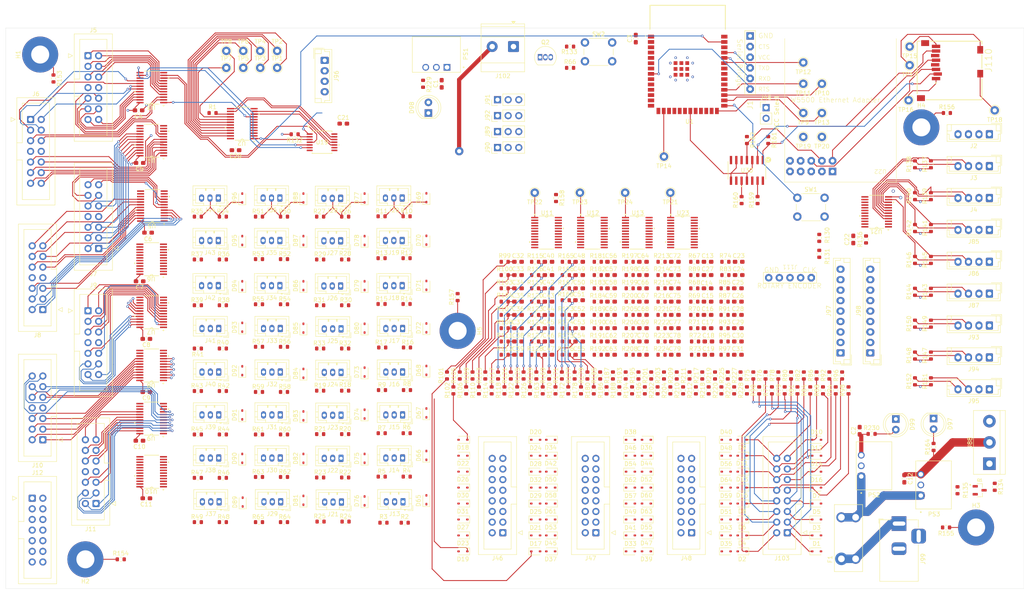
<source format=kicad_pcb>
(kicad_pcb (version 20241229) (generator "pcbnew") (generator_version "9.0")
  (layers (0 "F.Cu" signal) (4 "In1.Cu" signal) (6 "In2.Cu" signal) (2 "B.Cu" signal) (13 "F.Paste" user) (15 "B.Paste" user) (5 "F.SilkS" user "F.Silkscreen") (7 "B.SilkS" user "B.Silkscreen") (1 "F.Mask" user) (3 "B.Mask" user) (25 "Edge.Cuts" user))
  (net 0 "")
  (net 1 "GND")
  (net 2 "+5V_SERVO")
  (net 3 "+3.3V")
  (net 4 "+5V_NEOPIXEL")
  (net 5 "Net-(U23-P00)")
  (net 6 "Net-(U23-P01)")
  (net 7 "Net-(U23-P02)")
  (net 8 "Net-(U23-P03)")
  (net 9 "Net-(U23-P04)")
  (net 10 "Net-(U23-P05)")
  (net 11 "Net-(U23-P06)")
  (net 12 "Net-(U23-P07)")
  (net 13 "Net-(U23-P17)")
  (net 14 "Net-(U23-P16)")
  (net 15 "Net-(U23-P15)")
  (net 16 "Net-(U23-P14)")
  (net 17 "Net-(U23-P13)")
  (net 18 "Net-(U23-P12)")
  (net 19 "Net-(U23-P11)")
  (net 20 "Net-(U23-P10)")
  (net 21 "Net-(U11-P00)")
  (net 22 "Net-(U11-P17)")
  (net 23 "Net-(U11-P01)")
  (net 24 "Net-(U11-P16)")
  (net 25 "Net-(U11-P02)")
  (net 26 "Net-(U11-P15)")
  (net 27 "Net-(U11-P03)")
  (net 28 "Net-(U11-P14)")
  (net 29 "Net-(U11-P04)")
  (net 30 "Net-(U11-P13)")
  (net 31 "Net-(U11-P05)")
  (net 32 "Net-(U11-P12)")
  (net 33 "Net-(U11-P06)")
  (net 34 "Net-(U11-P11)")
  (net 35 "Net-(U11-P07)")
  (net 36 "Net-(U11-P10)")
  (net 37 "Net-(U12-P00)")
  (net 38 "Net-(U12-P17)")
  (net 39 "Net-(U13-P00)")
  (net 40 "Net-(U13-P17)")
  (net 41 "Net-(U12-P01)")
  (net 42 "Net-(U12-P16)")
  (net 43 "Net-(U13-P01)")
  (net 44 "Net-(U13-P16)")
  (net 45 "Net-(U12-P02)")
  (net 46 "Net-(U12-P15)")
  (net 47 "Net-(U13-P02)")
  (net 48 "Net-(U13-P15)")
  (net 49 "Net-(U12-P03)")
  (net 50 "Net-(U12-P14)")
  (net 51 "Net-(U13-P03)")
  (net 52 "Net-(U13-P14)")
  (net 53 "Net-(U12-P04)")
  (net 54 "Net-(U12-P13)")
  (net 55 "Net-(U13-P04)")
  (net 56 "Net-(U13-P13)")
  (net 57 "Net-(U12-P05)")
  (net 58 "Net-(U12-P12)")
  (net 59 "Net-(U13-P05)")
  (net 60 "Net-(U13-P12)")
  (net 61 "Net-(U12-P06)")
  (net 62 "Net-(U12-P11)")
  (net 63 "Net-(U13-P06)")
  (net 64 "Net-(U13-P11)")
  (net 65 "Net-(U12-P07)")
  (net 66 "Net-(U12-P10)")
  (net 67 "Net-(U13-P07)")
  (net 68 "Net-(U13-P10)")
  (net 69 "Net-(D1-A1)")
  (net 70 "Net-(D2-A1)")
  (net 71 "Net-(D3-A1)")
  (net 72 "Net-(D4-A1)")
  (net 73 "Net-(D5-A1)")
  (net 74 "Net-(D6-A1)")
  (net 75 "Net-(D7-A1)")
  (net 76 "Net-(D8-A1)")
  (net 77 "Net-(D9-A1)")
  (net 78 "Net-(D10-A1)")
  (net 79 "Net-(D11-A1)")
  (net 80 "Net-(D12-A1)")
  (net 81 "Net-(D13-A1)")
  (net 82 "Net-(D14-A1)")
  (net 83 "Net-(D15-A1)")
  (net 84 "Net-(D16-A1)")
  (net 85 "Net-(D17-A1)")
  (net 86 "Net-(D18-A1)")
  (net 87 "Net-(D19-A1)")
  (net 88 "Net-(D20-A1)")
  (net 89 "Net-(D21-A1)")
  (net 90 "Net-(D22-A1)")
  (net 91 "Net-(D23-A1)")
  (net 92 "Net-(D24-A1)")
  (net 93 "Net-(D25-A1)")
  (net 94 "Net-(D26-A1)")
  (net 95 "Net-(D27-A1)")
  (net 96 "Net-(D28-A1)")
  (net 97 "Net-(D29-A1)")
  (net 98 "Net-(D30-A1)")
  (net 99 "Net-(D31-A1)")
  (net 100 "Net-(D32-A1)")
  (net 101 "Net-(D33-A1)")
  (net 102 "Net-(D34-A1)")
  (net 103 "Net-(D35-A1)")
  (net 104 "Net-(D36-A1)")
  (net 105 "Net-(D37-A1)")
  (net 106 "Net-(D38-A1)")
  (net 107 "Net-(D39-A1)")
  (net 108 "Net-(D40-A1)")
  (net 109 "Net-(D41-A1)")
  (net 110 "Net-(D42-A1)")
  (net 111 "Net-(D43-A1)")
  (net 112 "Net-(D44-A1)")
  (net 113 "Net-(D45-A1)")
  (net 114 "Net-(D46-A1)")
  (net 115 "Net-(D47-A1)")
  (net 116 "Net-(D48-A1)")
  (net 117 "Net-(D49-A1)")
  (net 118 "Net-(D50-A1)")
  (net 119 "Net-(D51-A1)")
  (net 120 "Net-(D52-A1)")
  (net 121 "Net-(D53-A1)")
  (net 122 "Net-(D54-A1)")
  (net 123 "Net-(D55-A1)")
  (net 124 "Net-(D56-A1)")
  (net 125 "Net-(D57-A1)")
  (net 126 "Net-(D58-A1)")
  (net 127 "Net-(D59-A1)")
  (net 128 "Net-(D60-A1)")
  (net 129 "Net-(D61-A1)")
  (net 130 "Net-(D62-A1)")
  (net 131 "Net-(D63-A1)")
  (net 132 "Net-(D64-A1)")
  (net 133 "/Analog Input Mux/SW0_0")
  (net 134 "/Analog Input Mux/SW1_0")
  (net 135 "/Analog Input Mux/SW2_0")
  (net 136 "/Analog Input Mux/SW3_0")
  (net 137 "/Analog Input Mux/SW4_0")
  (net 138 "/Analog Input Mux/SW5_0")
  (net 139 "/Analog Input Mux/SW6_0")
  (net 140 "/Analog Input Mux/SW7_0")
  (net 141 "/Analog Input Mux/SW8_0")
  (net 142 "/Analog Input Mux/SW9_0")
  (net 143 "/Analog Input Mux/SW10_0")
  (net 144 "/Analog Input Mux/SW11_0")
  (net 145 "/Analog Input Mux/SW12_0")
  (net 146 "/Analog Input Mux/SW13_0")
  (net 147 "/Analog Input Mux/SW14_0")
  (net 148 "/Analog Input Mux/SW15_0")
  (net 149 "/Analog Input Mux/SW15_1")
  (net 150 "/Analog Input Mux/SW14_1")
  (net 151 "/Analog Input Mux/SW13_1")
  (net 152 "/Analog Input Mux/SW12_1")
  (net 153 "/Analog Input Mux/SW11_1")
  (net 154 "/Analog Input Mux/SW10_1")
  (net 155 "/Analog Input Mux/SW9_1")
  (net 156 "/Analog Input Mux/SW8_1")
  (net 157 "/Analog Input Mux/SW7_1")
  (net 158 "/Analog Input Mux/SW6_1")
  (net 159 "/Analog Input Mux/SW5_1")
  (net 160 "/Analog Input Mux/SW4_1")
  (net 161 "/Analog Input Mux/SW3_1")
  (net 162 "/Analog Input Mux/SW2_1")
  (net 163 "/Analog Input Mux/SW1_1")
  (net 164 "/Analog Input Mux/SW0_1")
  (net 165 "Net-(D97-A)")
  (net 166 "Net-(D98-A)")
  (net 167 "Net-(D99-A)")
  (net 168 "Net-(F1-Pad1)")
  (net 169 "+12V")
  (net 170 "Net-(H1-Pad1)")
  (net 171 "Net-(H2-Pad1)")
  (net 172 "Net-(H3-Pad1)")
  (net 173 "Net-(H4-Pad1)")
  (net 174 "Net-(H5-Pad1)")
  (net 175 "/TXD")
  (net 176 "Net-(J45-Pin_1)")
  (net 177 "/RXD")
  (net 178 "/CTS")
  (net 179 "/RTS")
  (net 180 "/I2C_SDA_MAIN")
  (net 181 "/I2C_SCK_MAIN")
  (net 182 "/I2C_SDA_A")
  (net 183 "/I2C_SCK_A")
  (net 184 "/I2C_SCK_B")
  (net 185 "/I2C_SDA_B")
  (net 186 "Net-(J5-Pin_9)")
  (net 187 "Net-(J5-Pin_1)")
  (net 188 "Net-(J5-Pin_6)")
  (net 189 "Net-(J5-Pin_14)")
  (net 190 "Net-(J5-Pin_4)")
  (net 191 "Net-(J5-Pin_13)")
  (net 192 "Net-(J5-Pin_11)")
  (net 193 "Net-(J5-Pin_12)")
  (net 194 "Net-(J5-Pin_10)")
  (net 195 "Net-(J5-Pin_5)")
  (net 196 "Net-(J5-Pin_2)")
  (net 197 "Net-(J5-Pin_3)")
  (net 198 "Net-(J6-Pin_5)")
  (net 199 "Net-(J6-Pin_13)")
  (net 200 "Net-(J6-Pin_1)")
  (net 201 "Net-(J6-Pin_11)")
  (net 202 "Net-(J6-Pin_6)")
  (net 203 "Net-(J6-Pin_12)")
  (net 204 "Net-(J6-Pin_2)")
  (net 205 "Net-(J6-Pin_3)")
  (net 206 "Net-(J6-Pin_14)")
  (net 207 "Net-(J6-Pin_4)")
  (net 208 "Net-(J6-Pin_9)")
  (net 209 "Net-(J6-Pin_10)")
  (net 210 "Net-(J7-Pin_4)")
  (net 211 "Net-(J7-Pin_11)")
  (net 212 "Net-(J7-Pin_14)")
  (net 213 "Net-(J7-Pin_6)")
  (net 214 "Net-(J7-Pin_10)")
  (net 215 "Net-(J7-Pin_12)")
  (net 216 "Net-(J7-Pin_1)")
  (net 217 "Net-(J7-Pin_2)")
  (net 218 "Net-(J7-Pin_5)")
  (net 219 "Net-(J7-Pin_3)")
  (net 220 "Net-(J7-Pin_13)")
  (net 221 "Net-(J7-Pin_9)")
  (net 222 "Net-(J8-Pin_2)")
  (net 223 "Net-(J8-Pin_1)")
  (net 224 "Net-(J8-Pin_13)")
  (net 225 "Net-(J8-Pin_11)")
  (net 226 "Net-(J8-Pin_10)")
  (net 227 "Net-(J8-Pin_6)")
  (net 228 "Net-(J8-Pin_12)")
  (net 229 "Net-(J8-Pin_9)")
  (net 230 "Net-(J8-Pin_14)")
  (net 231 "Net-(J8-Pin_5)")
  (net 232 "Net-(J8-Pin_4)")
  (net 233 "Net-(J8-Pin_3)")
  (net 234 "Net-(J9-Pin_9)")
  (net 235 "Net-(J9-Pin_5)")
  (net 236 "Net-(J9-Pin_6)")
  (net 237 "Net-(J9-Pin_3)")
  (net 238 "Net-(J9-Pin_10)")
  (net 239 "Net-(J9-Pin_13)")
  (net 240 "Net-(J9-Pin_1)")
  (net 241 "Net-(J9-Pin_2)")
  (net 242 "Net-(J9-Pin_4)")
  (net 243 "Net-(J9-Pin_12)")
  (net 244 "Net-(J9-Pin_14)")
  (net 245 "Net-(J9-Pin_11)")
  (net 246 "Net-(J10-Pin_3)")
  (net 247 "Net-(J10-Pin_6)")
  (net 248 "Net-(J10-Pin_14)")
  (net 249 "Net-(J10-Pin_10)")
  (net 250 "Net-(J10-Pin_11)")
  (net 251 "Net-(J10-Pin_4)")
  (net 252 "Net-(J10-Pin_9)")
  (net 253 "Net-(J10-Pin_1)")
  (net 254 "Net-(J10-Pin_5)")
  (net 255 "Net-(J10-Pin_2)")
  (net 256 "Net-(J10-Pin_13)")
  (net 257 "Net-(J10-Pin_12)")
  (net 258 "Net-(J11-Pin_9)")
  (net 259 "Net-(J11-Pin_10)")
  (net 260 "Net-(J11-Pin_14)")
  (net 261 "Net-(J11-Pin_13)")
  (net 262 "Net-(J11-Pin_3)")
  (net 263 "Net-(J11-Pin_11)")
  (net 264 "Net-(J11-Pin_4)")
  (net 265 "Net-(J11-Pin_2)")
  (net 266 "Net-(J11-Pin_1)")
  (net 267 "Net-(J11-Pin_6)")
  (net 268 "Net-(J11-Pin_5)")
  (net 269 "Net-(J11-Pin_12)")
  (net 270 "Net-(J12-Pin_10)")
  (net 271 "Net-(J12-Pin_11)")
  (net 272 "Net-(J12-Pin_14)")
  (net 273 "Net-(J12-Pin_9)")
  (net 274 "Net-(J12-Pin_5)")
  (net 275 "Net-(J12-Pin_6)")
  (net 276 "Net-(J12-Pin_1)")
  (net 277 "Net-(J12-Pin_3)")
  (net 278 "Net-(J12-Pin_13)")
  (net 279 "Net-(J12-Pin_2)")
  (net 280 "Net-(J12-Pin_4)")
  (net 281 "Net-(J12-Pin_12)")
  (net 282 "/I2C_SDA_C")
  (net 283 "/I2C_SCK_C")
  (net 284 "/I2C_SDA_D")
  (net 285 "/I2C_SCK_D")
  (net 286 "/I2C_SDA_E")
  (net 287 "/I2C_SCK_E")
  (net 288 "Net-(J89-Pin_3)")
  (net 289 "Net-(J90-Pin_3)")
  (net 290 "Net-(J91-Pin_3)")
  (net 291 "Net-(J92-Pin_3)")
  (net 292 "/I2C_SDA_F")
  (net 293 "/I2C_SCK_F")
  (net 294 "/I2C_SDA_G")
  (net 295 "/I2C_SCK_G")
  (net 296 "/I2C_SCK_H")
  (net 297 "/I2C_SDA_H")
  (net 298 "/RXD_ALT")
  (net 299 "/TXD_ALT")
  (net 300 "/DISP_1_MISO")
  (net 301 "/LCD_RESET")
  (net 302 "/LCD_BRIGHTNESS")
  (net 303 "/LCD_CS_A")
  (net 304 "/SPI_MOSI")
  (net 305 "/LCD_DC")
  (net 306 "/SPI_SCK")
  (net 307 "/DISP_2_MISO")
  (net 308 "/LCD_CS_B")
  (net 309 "Net-(J102-Pin_1)")
  (net 310 "/SD_MISO")
  (net 311 "/SD_CS")
  (net 312 "unconnected-(J110-DAT1-Pad8)")
  (net 313 "unconnected-(J110-CD2-Pad10)")
  (net 314 "unconnected-(J110-CD1-Pad9)")
  (net 315 "unconnected-(J110-DAT2-Pad1)")
  (net 316 "/Rotary_ENC_A")
  (net 317 "/Rotary_ENC_SW")
  (net 318 "/Rotary_ENC_B")
  (net 319 "Net-(U1-IO40)")
  (net 320 "Net-(Q1-Pad3)")
  (net 321 "Net-(Q2-B)")
  (net 322 "/Analog Input Mux/Inhibit")
  (net 323 "/Speaker_Out")
  (net 324 "/CLR_SHFT")
  (net 325 "Net-(U1-EN)")
  (net 326 "Net-(U21-~{RESET})")
  (net 327 "/IO_EXPANDERS/VREF_HIGH")
  (net 328 "/ETH_CS")
  (net 329 "Net-(U1-IO0)")
  (net 330 "Net-(U2-CHANNELIN{slash}OUT8)")
  (net 331 "Net-(U2-CHANNELIN{slash}OUT9)")
  (net 332 "Net-(U2-CHANNELIN{slash}OUT10)")
  (net 333 "Net-(U2-CHANNELIN{slash}OUT11)")
  (net 334 "Net-(U2-CHANNELIN{slash}OUT12)")
  (net 335 "Net-(U2-CHANNELIN{slash}OUT13)")
  (net 336 "Net-(U2-CHANNELIN{slash}OUT14)")
  (net 337 "Net-(U2-CHANNELIN{slash}OUT15)")
  (net 338 "unconnected-(TP9-Pad1)")
  (net 339 "unconnected-(TP10-Pad1)")
  (net 340 "unconnected-(TP11-Pad1)")
  (net 341 "Net-(U1-IO42)")
  (net 342 "unconnected-(TP13-Pad1)")
  (net 343 "unconnected-(TP14-Pad1)")
  (net 346 "Net-(U23-~{INT})")
  (net 347 "Net-(U11-~{INT})")
  (net 348 "Net-(U12-~{INT})")
  (net 349 "Net-(U13-~{INT})")
  (net 350 "/ETH_RST")
  (net 351 "/Analog Input Mux/Analog_COM")
  (net 352 "/SPI_MISO")
  (net 353 "Net-(U2-CHANNELIN{slash}OUT5)")
  (net 354 "/Analog Input Mux/Analog_Mux_F")
  (net 355 "Net-(U2-CHANNELIN{slash}OUT1)")
  (net 356 "Net-(U10-COMMONOUT{slash}IN)")
  (net 357 "Net-(U2-CHANNELIN{slash}OUT0)")
  (net 358 "Net-(U2-CHANNELIN{slash}OUT6)")
  (net 359 "Net-(U2-CHANNELIN{slash}OUT7)")
  (net 360 "Net-(U2-CHANNELIN{slash}OUT2)")
  (net 361 "/Analog Input Mux/Analog_Mux_H")
  (net 362 "/Analog Input Mux/Analog_Mux_E")
  (net 363 "/Analog Input Mux/Analog_Mux_G")
  (net 364 "Net-(U2-CHANNELIN{slash}OUT3)")
  (net 365 "/Analog Input Mux/Analog_Mux_A")
  (net 366 "/Analog Input Mux/Analog_Mux_B")
  (net 367 "/Analog Input Mux/Analog_Mux_C")
  (net 368 "/Analog Input Mux/Analog_Mux_D")
  (net 369 "/ETH_MISO")
  (footprint "Resistor_SMD:R_0603_1608Metric" (layer "F.Cu") (at 125.065 97.96)
    (property "Reference" "R16")
    (property "Value" "10K")
  )
  (footprint "Capacitor_SMD:C_0603_1608Metric_Pad1.08x0.95mm_HandSolder" (layer "F.Cu") (at 151.575 83.82)
    (property "Reference" "C34")
    (property "Value" "0.1uF")
  )
  (footprint "Capacitor_SMD:C_0603_1608Metric_Pad1.08x0.95mm_HandSolder" (layer "F.Cu") (at 181.42 83.82)
    (property "Reference" "C66")
    (property "Value" "0.1uF")
  )
  (footprint "Connector_JST:JST_PH_B3B-PH-K_1x03_P2.00mm_Vertical" (layer "F.Cu") (at 123.92 72.39 180)
    (property "Reference" "J19")
    (property "Value" "Conn_01x03_Pin")
  )
  (footprint "Resistor_SMD:R_0603_1608Metric" (layer "F.Cu") (at 201.105 77.47)
    (property "Reference" "R74")
    (property "Value" "100K")
  )
  (footprint "Connector_JST:JST_PH_B3B-PH-K_1x03_P2.00mm_Vertical" (layer "F.Cu") (at 124.015 103.83 180)
    (property "Reference" "J16")
    (property "Value" "Conn_01x03_Pin")
  )
  (footprint "Connector_JST:JST_PH_B3B-PH-K_1x03_P2.00mm_Vertical" (layer "F.Cu") (at 109.315 114.145 180)
    (property "Reference" "J23")
    (property "Value" "Conn_01x03_Pin")
  )
  (footprint "Diode_SMD:D_SOD-323" (layer "F.Cu") (at 100.33 72.39 90)
    (property "Reference" "D87")
    (property "Value" "DESD5V0S1BA-7")
  )
  (footprint "Resistor_SMD:R_0603_1608Metric" (layer "F.Cu") (at 81.09 66.675)
    (property "Reference" "R34")
    (property "Value" "10K")
  )
  (footprint "Resistor_SMD:R_0603_1608Metric" (layer "F.Cu") (at 125 128.82)
    (property "Reference" "R4")
    (property "Value" "10K")
  )
  (footprint "Diode_SMD:D_SOD-323" (layer "F.Cu") (at 159.385 139.065 180)
    (property "Reference" "D53")
    (property "Value" "DESD5V0S1BA-7")
  )
  (footprint "Connector_Pin:Pin_D1.0mm_L10.0mm" (layer "F.Cu") (at 186.436 52.324)
    (property "Reference" "TP14")
    (property "Value" "TestPoint")
  )
  (footprint "Connector_Pin:Pin_D1.0mm_L10.0mm" (layer "F.Cu") (at 219.71 41.91)
    (property "Reference" "TP9")
    (property "Value" "TestPoint")
  )
  (footprint "Resistor_SMD:R_0603_1608Metric" (layer "F.Cu") (at 183.388 104.648 90)
    (property "Reference" "R201")
    (property "Value" "150R")
  )
  (footprint "Diode_SMD:D_SOD-323" (layer "F.Cu") (at 159.385 146.685 180)
    (property "Reference" "D37")
    (property "Value" "DESD5V0S1BA-7")
  )
  (footprint "Resistor_SMD:R_0603_1608Metric" (layer "F.Cu") (at 95.695 139.7)
    (property "Reference" "R64")
    (property "Value" "10K")
  )
  (footprint "Resistor_SMD:R_0603_1608Metric" (layer "F.Cu") (at 204.978 62.7248 90)
    (property "Reference" "R160")
    (property "Value" "100K")
  )
  (footprint "Resistor_SMD:R_0603_1608Metric" (layer "F.Cu") (at 119.445 139.84)
    (property "Reference" "R3")
    (property "Value" "10K")
  )
  (footprint "Diode_SMD:D_SOD-323" (layer "F.Cu") (at 85.82 134.905 90)
    (property "Reference" "D89")
    (property "Value" "DESD5V0S1BA-7")
  )
  (footprint "Diode_SMD:D_SOD-323" (layer "F.Cu") (at 100.33 134.49 90)
    (property "Reference" "D81")
    (property "Value" "DESD5V0S1BA-7")
  )
  (footprint "Capacitor_SMD:C_0603_1608Metric_Pad1.08x0.95mm_HandSolder" (layer "F.Cu") (at 197.04 99.695)
    (property "Reference" "C19")
    (property "Value" "0.1uF")
  )
  (footprint "Resistor_SMD:R_0603_1608Metric" (layer "F.Cu") (at 211.328 48.3748 -90)
    (property "Reference" "R161")
    (property "Value" "100K")
  )
  (footprint "Connector_JST:JST_PH_B3B-PH-K_1x03_P2.00mm_Vertical" (layer "F.Cu") (at 80.105 103.83 180)
    (property "Reference" "J40")
    (property "Value" "Conn_01x03_Pin")
  )
  (footprint "Resistor_SMD:R_0603_1608Metric" (layer "F.Cu") (at 234.696 72.136 90)
    (property "Reference" "R136")
    (property "Value" "10K")
  )
  (footprint "Resistor_SMD:R_0603_1608Metric" (layer "F.Cu") (at 162.052 104.648 90)
    (property "Reference" "R171")
    (property "Value" "150R")
  )
  (footprint "Connector_JST:JST_PH_B3B-PH-K_1x03_P2.00mm_Vertical" (layer "F.Cu") (at 80.105 124.375 180)
    (property "Reference" "J38")
    (property "Value" "Conn_01x03_Pin")
  )
  (footprint "Diode_SMD:D_SOD-323" (layer "F.Cu") (at 159.385 142.875 180)
    (property "Reference" "D45")
    (property "Value" "DESD5V0S1BA-7")
  )
  (footprint "Resistor_SMD:R_0603_1608Metric" (layer "F.Cu") (at 75.12 66.675 180)
    (property "Reference" "R35")
    (property "Value" "10K")
  )
  (footprint "Diode_SMD:D_SOD-323" (layer "F.Cu") (at 182.245 131.445 180)
    (property "Reference" "D60")
    (property "Value" "DESD5V0S1BA-7")
  )
  (footprint "Resistor_SMD:R_0603_1608Metric" (layer "F.Cu") (at 193.675 86.995)
    (property "Reference" "R69")
    (property "Value" "100K")
  )
  (footprint "Resistor_SMD:R_0603_1608Metric" (layer "F.Cu") (at 177.292 104.648 90)
    (property "Reference" "R193")
    (property "Value" "150R")
  )
  (footprint "Button_Switch_THT:SW_PUSH_6mm" (layer "F.Cu") (at 167.565 25.055)
    (property "Reference" "SW2")
    (property "Value" "SW_Push")
  )
  (footprint "Connector_IDC:IDC-Header_2x08_P2.54mm_Vertical" (layer "F.Cu") (at 170.18 142.24 180)
    (property "Reference" "J47")
    (property "Value" "Conn_02x08_Odd_Even")
  )
  (footprint "Resistor_SMD:R_0603_1608Metric" (layer "F.Cu") (at 155.665 96.52)
    (property "Reference" "R127")
    (property "Value" "100K")
  )
  (footprint "Connector_Pin:Pin_D1.0mm_L10.0mm" (layer "F.Cu") (at 245.11 26.035)
    (property "Reference" "TP15")
    (property "Value" "TestPoint")
  )
  (footprint "Capacitor_SMD:C_0603_1608Metric_Pad1.08x0.95mm_HandSolder" (layer "F.Cu") (at 189.04 96.52)
    (property "Reference" "C78")
    (property "Value" "0.1uF")
  )
  (footprint "Resistor_SMD:R_0603_1608Metric" (layer "F.Cu") (at 104.33 76.92 180)
    (property "Reference" "R29")
    (property "Value" "10K")
  )
  (footprint "Capacitor_SMD:C_0603_1608Metric_Pad1.08x0.95mm_HandSolder" (layer "F.Cu") (at 166.18 83.82)
    (property "Reference" "C50")
    (property "Value" "0.1uF")
  )
  (footprint "Connector_JST:JST_PH_B3B-PH-K_1x03_P2.00mm_Vertical" (layer "F.Cu") (at 94.805 103.83 180)
    (property "Reference" "J32")
    (property "Value" "Conn_01x03_Pin")
  )
  (footprint "Resistor_SMD:R_0603_1608Metric" (layer "F.Cu") (at 171.196 104.648 90)
    (property "Reference" "R185")
    (property "Value" "150R")
  )
  (footprint "Resistor_SMD:R_0603_1608Metric" (layer "F.Cu") (at 164.02 31.115)
    (property "Reference" "R66")
    (property "Value" "10K")
  )
  (footprint "Connector_Pin:Pin_D1.0mm_L10.0mm" (layer "F.Cu") (at 94.065 31.115 180)
    (property "Reference" "TP1")
    (property "Value" "TestPoint")
  )
  (footprint "New Panel Parts:CONV_R-78K5.0-2.0" (layer "F.Cu") (at 132.08 27.935 180)
    (property "Reference" "PS1")
    (property "Value" "R-78K5.0-2.0")
  )
  (footprint "New Panel Parts:24-TSSOP_(4.4mm)" (layer "F.Cu") (at 64.125 48.54 180)
    (property "Reference" "U4")
    (property "Value" "Analog_MUX_CD4067BPWR")
  )
  (footprint "Resistor_SMD:R_0603_1608Metric" (layer "F.Cu") (at 219.837 104.648 90)
    (property "Reference" "R82")
    (property "Value" "150R")
  )
  (footprint "Resistor_SMD:R_0603_1608Metric" (layer "F.Cu") (at 110.3 118.66)
    (property "Reference" "R20")
    (property "Value" "10K")
  )
  (footprint "Capacitor_SMD:C_0603_1608Metric_Pad1.08x0.95mm_HandSolder" (layer "F.Cu") (at 158.84 93.345)
    (property "Reference" "C45")
    (property "Value" "0.1uF")
  )
  (footprint "Resistor_SMD:R_0603_1608Metric" (layer "F.Cu") (at 165.1 104.648 90)
    (property "Reference" "R177")
    (property "Value" "150R")
  )
  (footprint "Resistor_SMD:R_0603_1608Metric" (layer "F.Cu") (at 218.313 108.204 90)
    (property "Reference" "R81")
    (property "Value" "150R")
  )
  (footprint "Resistor_SMD:R_0603_1608Metric" (layer "F.Cu") (at 250.19 99.885 90)
    (property "Reference" "R147")
    (property "Value" "10K")
  )
  (footprint "Resistor_SMD:R_0603_1608Metric" (layer "F.Cu") (at 81.09 139.7)
    (property "Reference" "R48")
    (property "Value" "10K")
  )
  (footprint "Resistor_SMD:R_0603_1608Metric" (layer "F.Cu") (at 155.665 80.645)
    (property "Reference" "R116")
    (property "Value" "100K")
  )
  (footprint "Connector_JST:JST_PH_B3B-PH-K_1x03_P2.00mm_Vertical" (layer "F.Cu") (at 94.805 93.43 180)
    (property "Reference" "J33")
    (property "Value" "Conn_01x03_Pin")
  )
  (footprint "Capacitor_SMD:C_0603_1608Metric_Pad1.08x0.95mm_HandSolder" (layer "F.Cu") (at 166.18 77.47)
    (property "Reference" "C48")
    (property "Value" "0.1uF")
  )
  (footprint "Resistor_SMD:R_0603_1608Metric" (layer "F.Cu") (at 198.628 104.648 90)
    (property "Reference" "R219")
    (property "Value" "150R")
  )
  (footprint "Resistor_SMD:R_0603_1608Metric" (layer "F.Cu") (at 148.4 99.695)
    (property "Reference" "R112")
    (property "Value" "100K")
  )
  (footprint "Connector_Pin:Pin_D1.0mm_L10.0mm" (layer "F.Cu") (at 224.155 47.625)
    (property "Reference" "TP20")
    (property "Value" "TestPoint")
  )
  (footprint "TerminalBlock:TerminalBlock_bornier-3_P5.08mm" (layer "F.Cu") (at 264.16 125.73 90)
    (property "Reference" "J88")
    (property "Value" "Neopixel Header")
  )
  (footprint "Resistor_SMD:R_0603_1608Metric" (layer "F.Cu") (at 155.956 104.648 90)
    (property "Reference" "R129")
    (property "Value" "150R")
  )
  (footprint "Connector_JST:JST_PH_B3B-PH-K_1x03_P2.00mm_Vertical" (layer "F.Cu") (at 94.71 83.185 180)
    (property "Reference" "J34")
    (property "Value" "Conn_01x03_Pin")
  )
  (footprint "Resistor_SMD:R_0603_1608Metric" (layer "F.Cu") (at 166.624 108.204 90)
    (property "Reference" "R178")
    (property "Value" "150R")
  )
  (footprint "New Panel Parts:SOT95P240X111-3N" (layer "F.Cu") (at 261.83 132.08)
    (property "Reference" "Q1")
    (property "Value" "BSS138")
  )
  (footprint "Diode_SMD:D_SOD-323" (layer "F.Cu") (at 155.795 135.255)
    (property "Reference" "D29")
    (property "Value" "DESD5V0S1BA-7")
  )
  (footprint "Diode_SMD:D_SOD-323" (layer "F.Cu") (at 100.33 62.23 90)
    (property "Reference" "D88")
    (property "Value" "DESD5V0S1BA-7")
  )
  (footprint "Resistor_SMD:R_0603_1608Metric" (layer "F.Cu") (at 170.625 80.645)
    (property "Reference" "R182")
    (property "Value" "100K")
  )
  (footprint "Resistor_SMD:R_0603_1608Metric" (layer "F.Cu") (at 193.675 80.645)
    (property "Reference" "R89")
    (property "Value" "100K")
  )
  (footprint "New Panel Parts:TSSOP14_PW_TEX" (layer "F.Cu") (at 104.775 48.895)
    (property "Reference" "U19")
    (property "Value" "Shift Register SN74HCS164PWR")
  )
  (footprint "Resistor_SMD:R_0603_1608Metric" (layer "F.Cu") (at 193.675 83.82)
    (property "Reference" "R68")
    (property "Value" "100K")
  )
  (footprint "Capacitor_SMD:C_0603_1608Metric_Pad1.08x0.95mm_HandSolder" (layer "F.Cu") (at 181.42 86.995)
    (property "Reference" "C67")
    (property "Value" "0.1uF")
  )
  (footprint "Resistor_SMD:R_0603_1608Metric" (layer "F.Cu") (at 145.288 108.204 90)
    (property "Reference" "R114")
    (property "Value" "150R")
  )
  (footprint "Resistor_SMD:R_0603_1608Metric" (layer "F.Cu") (at 95.695 87.63)
    (property "Reference" "R54")
    (property "Value" "10K")
  )
  (footprint "Resistor_SMD:R_0603_1608Metric" (layer "F.Cu") (at 164.02 26.035 180)
    (property "Reference" "R133")
    (property "Value" "10K")
  )
  (footprint "Capacitor_SMD:C_0603_1608Metric_Pad1.08x0.95mm_HandSolder" (layer "F.Cu") (at 166.18 99.695)
    (property "Reference" "C55")
    (property "Value" "0.1uF")
  )
  (footprint "Resistor_SMD:R_0603_1608Metric" (layer "F.Cu") (at 75.12 98.2 180)
    (property "Reference" "R41")
    (property "Value" "10K")
  )
  (footprint "Diode_SMD:D_SOD-323" (layer "F.Cu") (at 85.725 93.125 90)
    (property "Reference" "D93")
    (property "Value" "DESD5V0S1BA-7")
  )
  (footprint "New Panel Parts:UART_FTDI" (layer "F.Cu") (at 207.01 29.845 -90)
    (property "Reference" "J1")
    (property "Value" "~")
  )
  (footprint "Resistor_SMD:R_0603_1608Metric" (layer "F.Cu") (at 143.764 104.648 90)
    (property "Reference" "R113")
    (property "Value" "150R")
  )
  (footprint "Diode_SMD:D_SOD-323" (layer "F.Cu") (at 114.935 124.46 90)
    (property "Reference" "D75")
    (property "Value" "DESD5V0S1BA-7")
  )
  (footprint "Capacitor_SMD:C_0603_1608Metric_Pad1.08x0.95mm_HandSolder" (layer "F.Cu") (at 173.8 77.47)
    (property "Reference" "C56")
    (property "Value" "0.1uF")
  )
  (footprint "Resistor_SMD:R_0603_1608Metric" (layer "F.Cu") (at 75.12 129.115 180)
    (property "Reference" "R47")
    (property "Value" "10K")
  )
  (footprint "Connector_Pin:Pin_D1.0mm_L10.0mm" (layer "F.Cu") (at 85.965 31.115 180)
    (property "Reference" "TP5")
    (property "Value" "TestPoint")
  )
  (footprint "Capacitor_SMD:C_0603_1608Metric_Pad1.08x0.95mm_HandSolder" (layer "F.Cu") (at 181.42 96.52)
    (property "Reference" "C70")
    (property "Value" "0.1uF")
  )
  (footprint "Connector_Pin:Pin_D1.0mm_L10.0mm" (layer "F.Cu") (at 224.155 41.91)
    (property "Reference" "TP13")
    (property "Value" "TestPoint")
  )
  (footprint "Capacitor_SMD:C_0603_1608Metric_Pad1.08x0.95mm_HandSolder" (layer "F.Cu") (at 181.42 80.645)
    (property "Reference" "C65")
    (property "Value" "0.1uF")
  )
  (footprint "Resistor_SMD:R_0603_1608Metric" (layer "F.Cu") (at 75.12 76.92 180)
    (property "Reference" "R37")
    (property "Value" "10K")
  )
  (footprint "Resistor_SMD:R_0603_1608Metric" (layer "F.Cu") (at 192.532 104.648 90)
    (property "Reference" "R211")
    (property "Value" "150R")
  )
  (footprint "Diode_SMD:D_SOD-323" (layer "F.Cu") (at 155.795 123.825)
    (property "Reference" "D24")
    (property "Value" "DESD5V0S1BA-7")
  )
  (footprint "Connector_JST:JST_PH_B3B-PH-K_1x03_P2.00mm_Vertical" (layer "F.Cu") (at 109.315 93.5 180)
    (property "Reference" "J25")
    (property "Value" "Conn_01x03_Pin")
  )
  (footprint "LED_THT:LED_D5.0mm" (layer "F.Cu") (at 250.825 114.935 -90)
    (property "Reference" "D97")
    (property "Value" "LED")
  )
  (footprint "LED_THT:LED_D5.0mm" (layer "F.Cu") (at 130.175 41.915 90)
    (property "Reference" "D98")
    (property "Value" "LED")
  )
  (footprint "Resistor_SMD:R_0603_1608Metric" (layer "F.Cu") (at 89.725 108.585 180)
    (property "Reference" "R59")
    (property "Value" "10K")
  )
  (footprint "Capacitor_SMD:C_0603_1608Metric_Pad1.08x0.95mm_HandSolder" (layer "F.Cu") (at 189.04 99.695)
    (property "Reference" "C79")
    (property "Value" "0.1uF")
  )
  (footprint "Connector_Pin:Pin_D1.0mm_L10.0mm" (layer "F.Cu") (at 155.575 60.96)
    (property "Reference" "TP22")
    (property "Value" "TestPoint")
  )
  (footprint "Capacitor_SMD:C_0603_1608Metric_Pad1.08x0.95mm_HandSolder" (layer "F.Cu") (at 204.09 90.17)
    (property "Reference" "C28")
    (property "Value" "0.1uF")
  )
  (footprint "Resistor_SMD:R_0603_1608Metric" (layer "F.Cu") (at 227.457 108.204 90)
    (property "Reference" "R94")
    (property "Value" "150R")
  )
  (footprint "Resistor_SMD:R_0603_1608Metric" (layer "F.Cu") (at 163.576 108.204 90)
    (property "Reference" "R172")
    (property "Value" "150R")
  )
  (footprint "Resistor_SMD:R_0603_1608Metric" (layer "F.Cu") (at 195.58 104.648 90)
    (property "Reference" "R217")
    (property "Value" "150R")
  )
  (footprint "Resistor_SMD:R_0603_1608Metric" (layer "F.Cu") (at 246.38 61.785 90)
    (property "Reference" "R140")
    (property "Value" "10K")
  )
  (footprint "New Panel Parts:24-TSSOP_(4.4mm)" (layer "F.Cu") (at 64.1344 35.84 180)
    (property "Reference" "U3")
    (property "Value" "Analog_MUX_CD4067BPWR")
  )
  (footprint "Connector_JST:JST_EH_B4B-EH-A_1x04_P2.50mm_Vertical" (layer "F.Cu") (at 264.16 107.95 180)
    (property "Reference" "J95")
    (property "Value" "I2C_H")
  )
  (footprint "Connector_JST:JST_EH_B4B-EH-A_1x04_P2.50mm_Vertical" (layer "F.Cu") (at 264.16 69.85 180)
    (property "Reference" "J85")
    (property "Value" "I2C_C")
  )
  (footprint "Diode_SMD:D_SOD-323" (layer "F.Cu") (at 182.245 142.875 180)
    (property "Reference" "D47")
    (property "Value" "DESD5V0S1BA-7")
  )
  (footprint "Resistor_SMD:R_0603_1608Metric" (layer "F.Cu") (at 75.12 87.87 180)
    (property "Reference" "R39")
    (property "Value" "10K")
  )
  (footprint "Capacitor_SMD:C_0603_1608Metric_Pad1.08x0.95mm_HandSolder" (layer "F.Cu") (at 204.09 83.82)
    (property "Reference" "C25")
    (property "Value" "0.1uF")
  )
  (footprint "Connector_JST:JST_EH_B9B-EH-A_1x09_P2.50mm_Vertical" (layer "F.Cu") (at 235.712 99.248 90)
    (property "Reference" "J98")
    (property "Value" "Display 2")
  )
  (footprint "Diode_SMD:D_SOD-323" (layer "F.Cu") (at 85.725 103.505 90)
    (property "Reference" "D92")
    (property "Value" "DESD5V0S1BA-7")
  )
  (footprint "Diode_SMD:D_SOD-323" (layer "F.Cu") (at 114.935 103.83 90)
    (property "Reference" "D73")
    (property "Value" "DESD5V0S1BA-7")
  )
  (footprint "Resistor_SMD:R_0603_1608Metric" (layer "F.Cu") (at 175.768 108.204 90)
    (property "Reference" "R188")
    (property "Value" "150R")
  )
  (footprint "Resistor_SMD:R_0603_1608Metric" (layer "F.Cu") (at 137.668 104.648 90)
    (property "Reference" "R105")
    (property "Value" "150R")
  )
  (footprint "Diode_SMD:D_SOD-323" (layer "F.Cu") (at 201.295 127.635)
    (property "Reference" "D56")
    (property "Value" "DESD5V0S1BA-7")
  )
  (footprint "Capacitor_SMD:C_0603_1608Metric_Pad1.08x0.95mm_HandSolder" (layer "F.Cu") (at 62.8214 108.60645 180)
    (property "Reference" "C9")
    (property "Value" "10uF")
  )
  (footprint "Diode_SMD:D_SOD-323" (layer "F.Cu") (at 129.7 72.32 90)
    (property "Reference" "D70")
    (property "Value" "DESD5V0S1BA-7")
  )
  (footprint "Resistor_SMD:R_0603_1608Metric" (layer "F.Cu") (at 125 118.45)
    (property "Reference" "R6")
    (property "Value" "10K")
  )
  (footprint "Resistor_SMD:R_0603_1608Metric" (layer "F.Cu") (at 155.665 99.695)
    (property "Reference" "R128")
    (property "Value" "100K")
  )
  (footprint "New Panel Parts:24-TSSOP_(4.4mm)" (layer "F.Cu") (at 64.262 64.15645 180)
    (property "Reference" "U5")
    (property "Value" "Analog_MUX_CD4067BPWR")
  )
  (footprint "Resistor_SMD:R_0603_1608Metric" (layer "F.Cu") (at 104.425 139.57 180)
    (property "Reference" "R25")
    (property "Value" "10K")
  )
  (footprint "Resistor_SMD:R_0603_1608Metric" (layer "F.Cu") (at 178.245 77.47)
    (property "Reference" "R197")
    (property "Value" "100K")
  )
  (footprint "Resistor_SMD:R_0603_1608Metric" (layer "F.Cu") (at 203.2 108.204 90)
    (property "Reference" "R226")
    (property "Value" "150R")
  )
  (footprint "Resistor_SMD:R_0603_1608Metric" (layer "F.Cu") (at 246.38 54.165 90)
    (property "Reference" "R138")
    (property "Value" "10K")
  )
  (footprint "Diode_SMD:D_SOD-323" (layer "F.Cu") (at 100.33 83.185 90)
    (property "Reference" "D86")
    (property "Value" "DESD5V0S1BA-7")
  )
  (footprint "Diode_SMD:D_SOD-323" (layer "F.Cu") (at 100.33 104.14 90)
    (property "Reference" "D84")
    (property "Value" "DESD5V0S1BA-7")
  )
  (footprint "Diode_SMD:D_SOD-323" (layer "F.Cu") (at 138.43 135.255 180)
    (property "Reference" "D31")
    (property "Value" "DESD5V0S1BA-7")
  )
  (footprint "Resistor_SMD:R_0603_1608Metric" (layer "F.Cu") (at 178.245 80.645)
    (property "Reference" "R198")
    (property "Value" "100K")
  )
  (footprint "Diode_SMD:D_SOD-323" (layer "F.Cu") (at 205.105 139.065 180)
    (property "Reference" "D6")
    (property "Value" "DESD5V0S1BA-7")
  )
  (footprint "Resistor_SMD:R_0603_1608Metric" (layer "F.Cu") (at 81.09 76.92)
    (property "Reference" "R36")
    (property "Value" "10K")
  )
  (footprint "Capacitor_SMD:C_0603_1608Metric_Pad1.08x0.95mm_HandSolder" (layer "F.Cu") (at 204.28 80.645)
    (property "Reference" "C24")
    (property "Value" "0.1uF")
  )
  (footprint "Diode_SMD:D_SOD-323" (layer "F.Cu") (at 201.295 131.445)
    (property "Reference" "D64")
    (property "Value" "DESD5V0S1BA-7")
  )
  (footprint "Connector_Pin:Pin_D1.0mm_L10.0mm" (layer "F.Cu") (at 90.015 31.115 180)
    (property "Reference" "TP3")
    (property "Value" "TestPoint")
  )
  (footprint "Diode_SMD:D_SOD-323" (layer "F.Cu") (at 100.33 114.3 90)
    (property "Reference" "D83")
    (property "Value" "DESD5V0S1BA-7")
  )
  (footprint "Resistor_SMD:R_0603_1608Metric" (layer "F.Cu") (at 225.933 104.648 90)
    (property "Reference" "R92")
    (property "Value" "150R")
  )
  (footprint "Resistor_SMD:R_0603_1608Metric" (layer "F.Cu") (at 246.38 99.885 90)
    (property "Reference" "R148")
    (property "Value" "10K")
  )
  (footprint "Diode_SMD:D_SOD-323" (layer "F.Cu") (at 155.795 120.015)
    (property "Reference" "D20")
    (property "Value" "DESD5V0S1BA-7")
  )
  (footprint "Capacitor_SMD:C_0603_1608Metric_Pad1.08x0.95mm_HandSolder" (layer "F.Cu") (at 196.85 77.47)
    (property "Reference" "C13")
    (property "Value" "0.1uF")
  )
  (footprint "Resistor_SMD:R_0603_1608Metric" (layer "F.Cu") (at 119 66.605 180)
    (property "Reference" "R11")
    (property "Value" "10K")
  )
  (footprint "LED_THT:LED_D5.0mm" (layer "F.Cu") (at 241.808 115.057 -90)
    (property "Reference" "D99")
    (property "Value" "LED")
  )
  (footprint "Resistor_SMD:R_0603_1608Metric" (layer "F.Cu") (at 163.005 77.47)
    (property "Reference" "R165")
    (property "Value" "100K")
  )
  (footprint "Diode_SMD:D_SOD-323" (layer "F.Cu") (at 138.43 146.685 180)
    (property "Reference" "D19")
    (property "Value" "DESD5V0S1BA-7")
  )
  (footprint "Diode_SMD:D_SOD-323" (layer "F.Cu") (at 178.435 131.445)
    (property "Reference" "D62")
    (property "Value" "DESD5V0S1BA-7")
  )
  (footprint "Capacitor_SMD:C_0603_1608Metric_Pad1.08x0.95mm_HandSolder" (layer "F.Cu") (at 158.84 99.695)
    (property "Reference" "C47")
    (property "Value" "0.1uF")
  )
  (footprint "Diode_SMD:D_SOD-323" (layer "F.Cu") (at 129.7 113.595 90)
    (property "Reference" "D67")
    (property "Value" "DESD5V0S1BA-7")
  )
  (footprint "Capacitor_SMD:C_0603_1608Metric_Pad1.08x0.95mm_HandSolder" (layer "F.Cu") (at 179.705 24.13 90)
    (property "Reference" "C3")
    (property "Value" "10uF")
  )
  (footprint "Capacitor_SMD:C_0603_1608Metric_Pad1.08x0.95mm_HandSolder" (layer "F.Cu") (at 204.09 86.995)
    (property "Reference" "C26")
    (property "Value" "0.1uF")
  )
  (footprint "Resistor_SMD:R_0603_1608Metric" (layer "F.Cu") (at 223.52 71.755 -90)
    (property "Reference" "R130")
    (property "Value" "10K")
  )
  (footprint "Diode_SMD:D_SOD-323" (layer "F.Cu") (at 114.935 134.62 90)
    (property "Reference" "D76")
    (property "Value" "DESD5V0S1BA-7")
  )
  (footprint "Connector_JST:JST_PH_B3B-PH-K_1x03_P2.00mm_Vertical" (layer "F.Cu") (at 124.015 114.075 180)
    (property "Reference" "J15")
    (property "Value" "Conn_01x03_Pin")
  )
  (footprint "Resistor_SMD:R_0603_1608Metric" (layer "F.Cu") (at 148.4 96.52)
    (property "Reference" "R111")
    (property "Value" "100K")
  )
  (footprint "Diode_SMD:D_SOD-323" (layer "F.Cu") (at 205.105 135.255 180)
    (property "Reference" "D8")
    (property "Value" "DESD5V0S1BA-7")
  )
  (footprint "Connector_IDC:IDC-Header_2x07_P2.54mm_Vertical" (layer "F.Cu") (at 35.56 133.985)
    (property "Reference" "J12")
    (property "Value" "Conn_02x07_Odd_Even")
  )
  (footprint "Diode_SMD:D_SOD-323" (layer "F.Cu") (at 178.435 123.825)
    (property "Reference" "D46")
    (property "Value" "DESD5V0S1BA-7")
  )
  (footprint "Diode_SMD:D_SOD-323" (layer "F.Cu") (at 222.885 139.065)
    (property "Reference" "D5")
    (property "Value" "DESD5V0S1BA-7")
  )
  (footprint "Capacitor_SMD:C_0603_1608Metric_Pad1.08x0.95mm_HandSolder" (layer "F.Cu") (at 158.84 80.645)
    (property "Reference" "C41")
    (property "Value" "0.1uF")
  )
  (footprint "Resistor_SMD:R_0603_1608Metric" (layer "F.Cu") (at 253.81 140.97 180)
    (property "Reference" "R155")
    (property "Value" "0R")
  )
  (footprint "Diode_SMD:D_SOD-323" (layer "F.Cu") (at 138.43 120.015 180)
    (property "Reference" "D18")
    (property "Value" "DESD5V0S1BA-7")
  )
  (footprint "Capacitor_SMD:C_0603_1608Metric_Pad1.08x0.95mm_HandSolder" (layer "F.Cu") (at 189.04 80.645)
    (property "Reference" "C73")
    (property "Value" "0.1uF")
  )
  (footprint "Resistor_SMD:R_0603_1608Metric" (layer "F.Cu") (at 250.19 106.045 90)
    (property "Reference" "R151")
    (property "Value" "10K")
  )
  (footprint "Connector_Pin:Pin_D1.0mm_L10.0mm" (layer "F.Cu") (at 187.96 60.96)
    (property "Reference" "TP21")
    (property "Value" "TestPoint")
  )
  (footprint "Connector_JST:JST_PH_B3B-PH-K_1x03_P2.00mm_Vertical" (layer "F.Cu") (at 94.805 114.075 180)
    (property "Reference" "J31")
    (property "Value" "Conn_01x03_Pin")
  )
  (footprint "Diode_SMD:D_SOD-323" (layer "F.Cu") (at 129.7 123.755 90)
    (property "Reference" "D66")
    (property "Value" "DESD5V0S1BA-7")
  )
  (footprint "Resistor_SMD:R_0603_1608Metric" (layer "F.Cu") (at 155.665 77.47)
    (property "Reference" "R115")
    (property "Value" "100K")
  )
  (footprint "Diode_SMD:D_SOD-323" (layer "F.Cu") (at 201.295 120.015)
    (property "Reference" "D40")
    (property "Value" "DESD5V0S1BA-7")
  )
  (footprint "Diode_SMD:D_SOD-323" (layer "F.Cu") (at 100.33 124.46 90)
    (property "Reference" "D82")
    (property "Value" "DESD5V0S1BA-7")
  )
  (footprint "Diode_SMD:D_SOD-323" (layer "F.Cu") (at 129.7 93.275 90)
    (property "Reference" "D72")
    (property "Value" "DESD5V0S1BA-7")
  )
  (footprint "Diode_SMD:D_SOD-323" (layer "F.Cu") (at 155.795 139.065)
    (property "Reference" "D25")
    (property "Value" "DESD5V0S1BA-7")
  )
  (footprint "Diode_SMD:D_SOD-323" (layer "F.Cu") (at 138.43 131.445 180)
    (property "Reference" "D30")
    (property "Value" "DESD5V0S1BA-7")
  )
  (footprint "Resistor_SMD:R_0603_1608Metric" (layer "F.Cu") (at 193.675 90.17)
    (property "Reference" "R70")
    (property "Value" "100K")
  )
  (footprint "Diode_SMD:D_SOD-323" (layer "F.Cu") (at 182.245 120.015 180)
    (property "Reference" "D36")
    (property "Value" "DESD5V0S1BA-7")
  )
  (footprint "Connector_Pin:Pin_D1.0mm_L10.0mm" (layer "F.Cu") (at 245.11 30.48)
    (property "Reference" "TP17")
    (property "Value" "TestPoint")
  )
  (footprint "Capacitor_SMD:C_0603_1608Metric_Pad1.08x0.95mm_HandSolder" (layer "F.Cu") (at 61.214 53.848 180)
    (property "Reference" "C5")
    (property "Value" "10uF")
  )
  (footprint "Resistor_SMD:R_0603_1608Metric" (layer "F.Cu") (at 222.885 104.648 90)
    (property "Reference" "R86")
    (property "Value" "150R")
  )
  (footprint "Resistor_SMD:R_0603_1608Metric" (layer "F.Cu") (at 200.915 86.995)
    (property "Reference" "R87")
    (property "Value" "100K")
  )
  (footprint "Resistor_SMD:R_0603_1608Metric" (layer "F.Cu") (at 104.33 129.03 180)
    (property "Reference" "R23")
    (property "Value" "10K")
  )
  (footprint "Connector_PinHeader_2.54mm:PinHeader_1x03_P2.54mm_Vertical" (layer "F.Cu") (at 146.685 46.355 90)
    (property "Reference" "J89")
    (property "Value" "Servo Header B")
  )
  (footprint "Connector_JST:JST_EH_B9B-EH-A_1x09_P2.50mm_Vertical" (layer "F.Cu") (at 228.6 99.248 90)
    (property "Reference" "J97")
    (property "Value" "Display 1")
  )
  (footprint "Diode_SMD:D_SOD-323" (layer "F.Cu") (at 205.105 120.015 180)
    (property "Reference" "D9")
    (property "Value" "DESD5V0S1BA-7")
  )
  (footprint "Capacitor_SMD:C_0603_1608Metric_Pad1.08x0.95mm_HandSolder" (layer "F.Cu") (at 151.575 86.995)
    (property "Reference" "C35")
    (property "Value" "0.1uF")
  )
  (footprint "Resistor_SMD:R_0603_1608Metric" (layer "F.Cu") (at 250.19 77.025 90)
    (property "Reference" "R145")
    (property "Value" "10K")
  )
  (footprint "Capacitor_SMD:C_0603_1608Metric_Pad1.08x0.95mm_HandSolder" (layer "F.Cu") (at 196.85 83.82)
    (property "Reference" "C14")
    (property "Value" "0.1uF")
  )
  (footprint "Connector_PinHeader_2.54mm:PinHeader_1x03_P2.54mm_Vertical" (layer "F.Cu") (at 146.685 50.165 90)
    (property "Reference" "J90")
    (property "Value" "Servo Header A")
  )
  (footprint "Diode_SMD:D_SOD-323" (layer "F.Cu") (at 129.7 134.35 90)
    (property "Reference" "D65")
    (property "Value" "DESD5V0S1BA-7")
  )
  (footprint "Resistor_SMD:R_0603_1608Metric" (layer "F.Cu") (at 246.38 77.025 90)
    (property "Reference" "R146")
    (property "Value" "10K")
  )
  (footprint "Capacitor_SMD:C_0603_1608Metric_Pad1.08x0.95mm_HandSolder" (layer "F.Cu") (at 189.04 93.345)
    (property "Reference" "C77")
    (property "Value" "0.1uF")
  )
  (footprint "Resistor_SMD:R_0603_1608Metric" (layer "F.Cu") (at 142.24 108.204 90)
    (property "Reference" "R110")
    (property "Value" "150R")
  )
  (footprint "Connector_Pin:Pin_D1.0mm_L10.0mm" (layer "F.Cu") (at 85.965 27.065 180)
    (property "Reference" "TP6")
    (property "Value" "TestPoint")
  )
  (footprint "Diode_SMD:D_SOD-323" (layer "F.Cu") (at 114.935 93.345 90)
    (property "Reference" "D80")
    (property "Value" "DESD5V0S1BA-7")
  )
  (footprint "Capacitor_SMD:C_0603_1608Metric_Pad1.08x0.95mm_HandSolder" (layer "F.Cu") (at 231.648 72.136 -90)
    (property "Reference" "C22")
    (property "Value" "10uF")
  )
  (footprint "Resistor_SMD:R_0603_1608Metric" (layer "F.Cu") (at 148.4 80.645)
    (property "Reference" "R100")
    (property "Value" "100K")
  )
  (footprint "Resistor_SMD:R_0603_1608Metric" (layer "F.Cu") (at 95.695 66.675)
    (property "Reference" "R50")
    (property "Value" "10K")
  )
  (footprint "Capacitor_SMD:C_0603_1608Metric_Pad1.08x0.95mm_HandSolder" (layer "F.Cu") (at 181.42 90.17)
    (property "Reference" "C68")
    (property "Value" "0.1uF")
  )
  (footprint "Resistor_SMD:R_0603_1608Metric" (layer "F.Cu") (at 174.244 104.648 90)
    (property "Reference" "R187")
    (property "Value" "150R")
  )
  (footprint "Resistor_SMD:R_0603_1608Metric" (layer "F.Cu") (at 110.3 98.2)
    (property "Reference" "R32")
    (property "Value" "10K")
  )
  (footprint "Capacitor_SMD:C_0603_1608Metric_Pad1.08x0.95mm_HandSolder" (layer "F.Cu") (at 60.96 41.275 180)
    (property "Reference" "C4")
    (property "Value" "10uF")
  )
  (footprint "Resistor_SMD:R_0603_1608Metric" (layer "F.Cu") (at 180.34 104.648 90)
    (property "Reference" "R195")
    (property "Value" "150R")
  )
  (footprint "Connector_BarrelJack:BarrelJack_Horizontal" (layer "F.Cu") (at 242.57 140.05 90)
    (property "Reference" "J99")
    (property "Value" "5 VIN")
  )
  (footprint "Connector_JST:JST_PH_B3B-PH-K_1x03_P2.00mm_Vertical" (layer "F.Cu") (at 80.2 134.83 180)
    (property "Reference" "J37")
    (property "Value" "Conn_01x03_Pin")
  )
  (footprint "Button_Switch_THT:SW_PUSH_6mm" (layer "F.Cu") (at 218.29 62.175)
    (property "Reference" "SW1")
    (property "Value" "SW_Push")
  )
  (footprint "Diode_SMD:D_SOD-323" (layer "F.Cu") (at 85.725 124.46 90)
    (property "Reference" "D90")
    (property "Value" "DESD5V0S1BA-7")
  )
  (footprint "Connector_Pin:Pin_D1.0mm_L10.0mm" (layer "F.Cu") (at 219.71 29.845)
    (property "Reference" "TP12")
    (property "Value" "TestPoint")
  )
  (footprint "Resistor_SMD:R_0603_1608Metric" (layer "F.Cu") (at 223.52 75.565 90)
    (property "Reference" "R131")
    (property "Value" "10K")
  )
  (footprint "Resistor_SMD:R_0603_1608Metric" (layer "F.Cu") (at 185.865 83.82)
    (property "Reference" "R215")
    (property "Value" "100K")
  )
  (footprint "Connector_Pin:Pin_D1.0mm_L10.0mm" (layer "F.Cu") (at 81.915 31.115 180)
    (property "Reference" "TP7")
    (property "Value" "TestPoint")
  )
  (footprint "Connector_IDC:IDC-Header_2x08_P2.54mm_Vertical" (layer "F.Cu") (at 215.9 142.24 180)
    (property "Reference" "J103")
    (property "Value" "Conn_02x08_Odd_Even")
  )
  (footprint "Resistor_SMD:R_0603_1608Metric" (layer "F.Cu") (at 163.005 99.695)
    (property "Reference" "R176")
    (property "Value" "100K")
  )
  (footprint "Capacitor_SMD:C_0603_1608Metric_Pad1.08x0.95mm_HandSolder" (layer "F.Cu") (at 181.42 93.345)
    (property "Reference" "C69")
    (property "Value" "0.1uF")
  )
  (footprint "Diode_SMD:D_SOD-323" (layer "F.Cu") (at 182.245 139.065 180)
    (property "Reference" "D55")
    (property "Value" "DESD5V0S1BA-7")
  )
  (footprint "Connector_JST:JST_PH_B3B-PH-K_1x03_P2.00mm_Vertical" (layer "F.Cu") (at 80.105 93.43 180)
    (property "Reference" "J41")
    (property "Value" "Conn_01x03_Pin")
  )
  (footprint "Diode_SMD:D_SOD-323" (layer "F.Cu") (at 159.385 127.635 180)
    (property "Reference" "D50")
    (property "Value" "DESD5V0S1BA-7")
  )
  (footprint "Resistor_SMD:R_0603_1608Metric" (layer "F.Cu") (at 81.09 118.745)
    (property "Reference" "R44")
    (property "Value" "10K")
  )
  (footprint "Diode_SMD:D_SOD-323" (layer "F.Cu") (at 155.795 146.685)
    (property "Reference" "D17")
    (property "Value" "DESD5V0S1BA-7")
  )
  (footprint "Connector_JST:JST_PH_B3B-PH-K_1x03_P2.00mm_Vertical" (layer "F.Cu") (at 109.315 103.9 180)
    (property "Reference" "J24")
    (property "Value" "Conn_01x03_Pin")
  )
  (footprint "Connector_PinHeader_2.54mm:PinHeader_1x02_P2.54mm_Vertical" (layer "F.Cu") (at 210.82 40.635)
    (property "Reference" "J45")
    (property "Value" "VCC Select")
  )
  (footprint "Diode_SMD:D_SOD-323" (layer "F.Cu") (at 138.43 127.635 180)
    (property "Reference" "D26")
    (property "Value" "DESD5V0S1BA-7")
  )
  (footprint "TerminalBlock_Phoenix:TerminalBlock_Phoenix_MKDS-3-2-5.08_1x02_P5.08mm_Horizontal" (layer "F.Cu") (at 150.495 26.035 180)
    (property "Reference" "J102")
    (property "Value" "Speaker Out")
  )
  (footprint "Resistor_SMD:R_0603_1608Metric" (layer "F.Cu") (at 224.409 108.204 90)
    (property "Reference" "R88")
    (property "Value" "150R")
  )
  (footprint "Diode_SMD:D_SOD-323" (layer "F.Cu") (at 178.435 135.255)
    (property "Reference" "D57")
    (property "Value" "DESD5V0S1BA-7")
  )
  (footprint "Resistor_SMD:R_0603_1608Metric" (layer "F.Cu") (at 200.915 90.17)
    (property "Reference" "R91")
    (property "Value" "100K")
  )
  (footprint "Connector_JST:JST_PH_B3B-PH-K_1x03_P2.00mm_Vertical" (layer "F.Cu") (at 124.015 93.43 180)
    (property "Reference" "J17")
    (property "Value" "Conn_01x03_Pin")
  )
  (footprint "Diode_SMD:D_SOD-323" (layer "F.Cu") (at 178.435 120.015)
    (property "Reference" "D38")
    (property "Value" "DESD5V0S1BA-7")
  )
  (footprint "Diode_SMD:D_SOD-323" (layer "F.Cu") (at 159.385 120.015 180)
    (property "Reference" "D34")
    (property "Value" "DESD5V0S1BA-7")
  )
  (footprint "Diode_SMD:D_SOD-323" (layer "F.Cu") (at 205.105 131.445 180)
    (property "Reference" "D15")
    (property "Value" "DESD5V0S1BA-7")
  )
  (footprint "Connector_JST:JST_EH_B4B-EH-A_1x04_P2.50mm_Vertical" (layer "F.Cu") (at 264.16 85.09 180)
    (property "Reference" "J87")
    (property "Value" "I2C_E")
  )
  (footprint "Resistor_SMD:R_0603_1608Metric" (layer "F.Cu") (at 178.245 93.345)
    (property "Reference" "R206")
    (property "Value" "100K")
  )
  (footprint "Resistor_SMD:R_0603_1608Metric" (layer "F.Cu") (at 148.4 77.47)
    (property "Reference" "R99")
    (property "Value" "100K")
  )
  (footprint "Resistor_SMD:R_0603_1608Metric" (layer "F.Cu") (at 215.265 108.204 90)
    (property "Reference" "R79")
    (property "Value" "150R")
  )
  (footprint "Resistor_SMD:R_0603_1608Metric" (layer "F.Cu") (at 89.725 97.79 180)
    (property "Reference" "R57")
    (property "Value" "10K")
  )
  (footprint "Resistor_SMD:R_0603_1608Metric" (layer "F.Cu") (at 140.716 104.648 90)
    (property "Reference" "R109")
    (property "Value" "150R")
  )
  (footprint "Resistor_SMD:R_0603_1608Metric" (layer "F.Cu") (at 178.245 96.52)
    (property "Reference" "R207")
    (property "Value" "100K")
  )
  (footprint "Resistor_SMD:R_0603_1608Metric" (layer "F.Cu") (at 208.788 62.7248 90)
    (property "Reference" "R159")
    (property "Value" "100K")
  )
  (footprint "Resistor_SMD:R_0603_1608Metric" (layer "F.Cu") (at 89.725 76.835 180)
    (property "Reference" "R53")
    (property "Value" "10K")
  )
  (footprint "Resistor_SMD:R_0603_1608Metric" (layer "F.Cu") (at 185.865 80.645)
    (property "Reference" "R214")
    (property "Value" "100K")
  )
  (footprint "Capacitor_SMD:C_0603_1608Metric_Pad1.08x0.95mm_HandSolder" (layer "F.Cu") (at 166.18 93.345)
    (property "Reference" "C53")
    (property "Value" "0.1uF")
  )
  (footprint "Resistor_SMD:R_0603_1608Metric" (layer "F.Cu") (at 124.97 76.61)
    (property "Reference" "R12")
    (property "Value" "10K")
  )
  (footprint "Resistor_SMD:R_0603_1608Metric" (layer "F.Cu") (at 246.38 92.265 90)
    (property "Reference" "R150")
    (property "Value" "10K")
  )
  (footprint "Connector_JST:JST_EH_B4B-EH-A_1x04_P2.50mm_Vertical" (layer "F.Cu") (at 264.16 100.33 180)
    (property "Reference" "J94")
    (property "Value" "I2C_G")
  )
  (footprint "Capacitor_SMD:C_0603_1608Metric_Pad1.08x0.95mm_HandSolder" (layer "F.Cu") (at 173.8 90.17)
    (property "Reference" "C60")
    (property "Value" "0.1uF")
  )
  (footprint "Resistor_SMD:R_0603_1608Metric" (layer "F.Cu") (at 170.625 96.52)
    (property "Reference" "R191")
    (property "Value" "100K")
  )
  (footprint "Resistor_SMD:R_0603_1608Metric" (layer "F.Cu") (at 169.672 108.204 90)
    (property "Reference" "R180")
    (property "Value" "150R")
  )
  (footprint "Resistor_SMD:R_0603_1608Metric" (layer "F.Cu") (at 95.695 97.79)
    (property "Reference" "R56")
    (property "Value" "10K")
  )
  (footprint "Capacitor_SMD:C_0603_1608Metric_Pad1.08x0.95mm_HandSolder" (layer "F.Cu") (at 166.1546 86.6648)
    (property "Reference" "C51")
    (property "Value" "0.1uF")
  )
  (footprint "Resistor_SMD:R_0603_1608Metric" (layer "F.Cu") (at 178.245 90.17)
    (property "Reference" "R205")
    (property "Value" "100K")
  )
  (footprint "Resistor_SMD:R_0603_1608Metric" (layer "F.Cu") (at 221.361 108.204 90)
    (property "Reference" "R84")
    (property "Value" "150R")
  )
  (footprint "Connector_JST:JST_PH_B3B-PH-K_1x03_P2.00mm_Vertical" (layer "F.Cu") (at 109.315 124.445 180)
    (property "Reference" "J22")
    (property "Value" "Conn_01x03_Pin")
  )
  (footprint "Resistor_SMD:R_0603_1608Metric" (layer "F.Cu") (at 178.245 83.82)
    (property "Reference" "R199")
    (property "Value" "100K")
  )
  (footprint "Diode_SMD:D_SOD-323" (layer "F.Cu") (at 222.885 127.635)
    (property "Reference" "D14")
    (property "Value" "DESD5V0S1BA-7")
  )
  (footprint "Resistor_SMD:R_0603_1608Metric" (layer "F.Cu") (at 160.528 108.204 90)
    (property "Reference" "R170")
    (property "Value" "150R")
  )
  (footprint "Resistor_SMD:R_0603_1608Metric" (layer "F.Cu") (at 155.665 86.995)
    (property "Reference" "R120")
    (property "Value" "100K")
  )
  (footprint "Connector_Pin:Pin_D1.0mm_L10.0mm" (layer "F.Cu") (at 90.015 27.065 180)
    (property "Reference" "TP4")
    (property "Value" "TestPoint")
  )
  (footprint "Resistor_SMD:R_0603_1608Metric" (layer "F.Cu") (at 137.16 85.915 90)
    (property "Reference" "R157")
    (property "Value" "0R")
  )
  (footprint "Resistor_SMD:R_0603_1608Metric" (layer "F.Cu") (at 89.725 128.905 180)
    (property "Reference" "R63")
    (property "Value" "10K")
  )
  (footprint "Resistor_SMD:R_0603_1608Metric" (layer "F.Cu") (at 185.865 77.47)
    (property "Reference" "R213")
    (property "Value" "100K")
  )
  (footprint "Resistor_SMD:R_0603_1608Metric" (layer "F.Cu") (at 200.915 93.345)
    (property "Reference" "R93")
    (property "Value" "100K")
  )
  (footprint "Resistor_SMD:R_0603_1608Metric" (layer "F.Cu") (at 250.19 61.785 90)
    (property "Reference" "R139")
    (property "Value" "10K")
  )
  (footprint "Resistor_SMD:R_0603_1608Metric" (layer "F.Cu") (at 160.655 62.23 -90)
    (property "Reference" "R158")
    (property "Value" "10K")
  )
  (footprint "Resistor_SMD:R_0603_1608Metric" (layer "F.Cu") (at 170.625 90.17)
    (property "Reference" "R189")
    (property "Value" "100K")
  )
  (footprint "Resistor_SMD:R_0603_1608Metric" (layer "F.Cu") (at 89.725 66.675 180)
    (property "Reference" "R51")
    (property "Value" "10K")
  )
  (footprint "Capacitor_SMD:C_0603_1608Metric_Pad1.08x0.95mm_HandSolder" (layer "F.Cu") (at 189.04 77.47)
    (property "Reference" "C72")
    (property "Value" "0.1uF")
  )
  (footprint "Resistor_SMD:R_0603_1608Metric" (layer "F.Cu") (at 246.38 69.405 90)
    (property "Reference" "R142")
    (property "Value" "10K")
  )
  (footprint "Resistor_SMD:R_0603_1608Metric" (layer "F.Cu") (at 81.09 108.36)
    (property "Reference" "R42")
    (property "Value" "10K")
  )
  (footprint "Resistor_SMD:R_0603_1608Metric" (layer "F.Cu") (at 200.152 108.204 90)
    (property "Reference" "R220")
    (property "Value" "150R")
  )
  (footprint "Diode_SMD:D_SOD-323" (layer "F.Cu") (at 201.295 135.255)
    (property "Reference" "D59")
    (property "Value" "DESD5V0S1BA-7")
  )
  (footprint "Resistor_SMD:R_0603_1608Metric" (layer "F.Cu") (at 110.3 87.87)
    (property "Reference" "R30")
    (property "Value" "10K")
  )
  (footprint "Connector_Pin:Pin_D1.0mm_L10.0mm" (layer "F.Cu") (at 224.155 34.925)
    (property "Reference" "TP10")
    (property "Value" "TestPoint")
  )
  (footprint "Connector_JST:JST_EH_B4B-EH-A_1x04_P2.50mm_Vertical" (layer "F.Cu") (at 264.16 62.23 180)
    (property "Reference" "J4")
    (property "Value" "I2C_B")
  )
  (footprint "Resistor_SMD:R_0603_1608Metric" (layer "F.Cu") (at 148.4 90.17)
    (property "Reference" "R107")
    (property "Value" "100K")
  )
  (footprint "Capacitor_SMD:C_0603_1608Metric_Pad1.08x0.95mm_HandSolder" (layer "F.Cu") (at 173.8 99.695)
    (property "Reference" "C63")
    (property "Value" "0.1uF")
  )
  (footprint "New Panel Parts:24-TSSOP_(4.4mm)" (layer "F.Cu") (at 158.3944 70.485)
    (property "Reference" "U11")
    (property "Value" "IO_EXPANDER_TCA9535PWR")
  )
  (footprint "Diode_SMD:D_SOD-323" (layer "F.Cu") (at 155.795 142.875)
    (property "Reference" "D21")
    (property "Value" "DESD5V0S1BA-7")
  )
  (footprint "Diode_SMD:D_SOD-323" (layer "F.Cu") (at 222.885 120.015)
    (property "Reference" "D10")
    (property "Value" "DESD5V0S1BA-7")
  )
  (footprint "Connector_JST:JST_EH_B4B-EH-A_1x04_P2.50mm_Vertical" (layer "F.Cu") (at 264.16 46.99 180)
    (property "Reference" "J2")
    (property "Value" "I2C_MAIN")
  )
  (footprint "Resistor_SMD:R_0603_1608Metric" (layer "F.Cu") (at 149.86 104.648 90)
    (property "Reference" "R121")
    (property "Value" "150R")
  )
  (footprint "New Panel Parts:24-TSSOP_(4.4mm)" (layer "F.Cu") (at 169.3512 70.485)
    (property "Reference" "U12")
    (property "Value" "IO_EXPANDER_TCA9535PWR")
  )
  (footprint "Capacitor_SMD:C_0603_1608Metric_Pad1.08x0.95mm_HandSolder" (layer "F.Cu") (at 233.172 117.856 90)
    (property "Reference" "C2")
    (property "Value" "22uF")
  )
  (footprint "Resistor_SMD:R_0603_1608Metric" (layer "F.Cu") (at 104.33 98.2 180)
    (property "Reference" "R33")
    (property "Value" "10K")
  )
  (footprint "Diode_SMD:D_SOD-323" (layer "F.Cu") (at 182.245 146.685 180)
    (property "Reference" "D39")
    (property "Value" "DESD5V0S1BA-7")
  )
  (footprint "Diode_SMD:D_SOD-323" (layer "F.Cu") (at 159.385 131.445 180)
    (property "Reference" "D58")
    (property "Value" "DESD5V0S1BA-7")
  )
  (footprint "Resistor_SMD:R_0603_1608Metric" (layer "F.Cu") (at 81.09 87.87)
    (property "Reference" "R38")
    (property "Value" "10K")
  )
  (footprint "Resistor_SMD:R_0603_1608Metric" (layer "F.Cu") (at 155.665 83.82)
    (property "Reference" "R119")
    (property "Value" "100K")
  )
  (footprint "Diode_SMD:D_SOD-323" (layer "F.Cu") (at 100.33 93.345 90)
    (property "Reference" "D85")
    (property "Value" "DESD5V0S1BA-7")
  )
  (footprint "Resistor_SMD:R_0603_1608Metric" (layer "F.Cu") (at 200.915 96.52)
    (property "Reference" "R95")
    (property "Value" "100K")
  )
  (footprint "New Panel Parts:24-TSSOP_(4.4mm)" (layer "F.Cu") (at 85.725 44.45 180)
    (property "Reference" "U2")
    (property "Value" "Analog_MUX_CD4067BPWR")
  )
  (footprint "Connector_IDC:IDC-Header_2x07_P2.54mm_Vertical" (layer "F.Cu") (at 38.1 120.015 180)
    (property "Reference" "J10")
    (property "Value" "Conn_02x07_Odd_Even")
  )
  (footprint "Diode_SMD:D_SOD-323" (layer "F.Cu") (at 205.105 127.635 180)
    (property "Reference" "D13")
    (property "Value" "DESD5V0S1BA-7")
  )
  (footprint "Resistor_SMD:R_0603_1608Metric" (layer "F.Cu") (at 201.105 80.645)
    (property "Reference" "R83")
    (property "Value" "100K")
  )
  (footprint "Resistor_SMD:R_0603_1608Metric" (layer "F.Cu") (at 230.505 108.204 90)
    (property "Reference" "R98")
    (property "Value" "150R")
  )
  (footprint "Resistor_SMD:R_0603_1608Metric" (layer "F.Cu") (at 98.235 46.99 180)
    (property "Reference" "R132")
    (property "Value" "10K")
  )
  (footprint "New Panel Parts:SO14_DIO" (layer "F.Cu") (at 206.248 55.626 -90)
    (property "Reference" "U30")
    (property "Value" "~")
  )
  (footprint "Resistor_SMD:R_0603_1608Metric" (layer "F.Cu") (at 172.72 108.204 90)
    (property "Reference" "R186")
    (property "Value" "150R")
  )
  (footprint "Diode_SMD:D_SOD-323" (layer "F.Cu") (at 182.245 135.255 180)
    (property "Reference" "D63")
    (property "Value" "DESD5V0S1BA-7")
  )
  (footprint "New Panel Parts:24-TSSOP_(4.4mm)" (layer "F.Cu") (at 64.0914 127.65645 180)
    (property "Reference" "U10")
    (property "Value" "Analog_MUX_CD4067BPWR")
  )
  (footprint "Connector_Pin:Pin_D1.0mm_L10.0mm" (layer "F.Cu") (at 244.856 38.862)
    (property "Reference" "TP16")
    (property "Value" "TestPoint")
  )
  (footprint "MountingHole:MountingHole_4.3mm_M4_Pad" (layer "F.Cu") (at 247.904 45.339)
    (property "Reference" "H4")
    (property "Value" "Board Mount")
  )
  (footprint "Resistor_SMD:R_0603_1608Metric" (layer "F.Cu") (at 185.865 99.695)
    (property "Reference" "R224")
    (property "Value" "100K")
  )
  (footprint "Resistor_SMD:R_0603_1608Metric" (layer "F.Cu") (at 124.525 139.84)
    (property "Reference" "R2")
    (property "Value" "10K")
  )
  (footprint "Connector_IDC:IDC-Header_2x07_P2.54mm_Vertical" (layer "F.Cu") (at 50.8 135.255 180)
    (property "Reference" "J11")
    (property "Value" "Conn_02x07_Odd_Even")
  )
  (footprint "New Panel Parts:24-TSSOP_(4.4mm)" (layer "F.Cu") (at 64.0914 76.85645 180)
    (property "Reference" "U6")
    (property "Value" "Analog_MUX_CD4067BPWR")
  )
  (footprint "Resistor_SMD:R_0603_1608Metric" (layer "F.Cu") (at 170.625 86.995)
    (property "Reference" "R184")
    (property "Value" "100K")
  )
  (footprint "Capacitor_SMD:C_0603_1608Metric_Pad1.08x0.95mm_HandSolder" (layer "F.Cu") (at 151.575 80.645)
    (property "Reference" "C33")
    (property "Value" "0.1uF")
  )
  (footprint "Resistor_SMD:R_0603_1608Metric" (layer "F.Cu") (at 119.03 118.45 180)
    (property "Reference" "R7")
    (property "Value" "10K")
  )
  (footprint "Capacitor_SMD:C_0603_1608Metric_Pad1.08x0.95mm_HandSolder" (layer "F.Cu") (at 196.85 90.17)
    (property "Reference" "C16")
    (property "Value" "0.1uF")
  )
  (footprint "Resistor_SMD:R_0603_1608Metric" (layer "F.Cu") (at 148.4 83.82)
    (property "Reference" "R103")
    (property "Value" "100K")
  )
  (footprint "Resistor_SMD:R_0603_1608Metric" (layer "F.Cu") (at 250.825 121.73 90)
    (property "Reference" "R164")
    (property "Value" "300R")
  )
  (footprint "Resistor_SMD:R_0603_1608Metric" (layer "F.Cu") (at 95.695 128.905)
    (property "Reference" "R62")
    (property "Value" "10K")
  )
  (footprint "Resistor_SMD:R_0603_1608Metric" (layer "F.Cu") (at 110.395 139.57)
    (property "Reference" "R24")
    (property "Value" "10K")
  )
  (footprint "Resistor_SMD:R_0603_1608Metric" (layer "F.Cu") (at 95.695 76.835)
    (property "Reference" "R52")
    (property "Value" "10K")
  )
  (footprint "Resistor_SMD:R_0603_1608Metric" (layer "F.Cu") (at 178.816 108.204 90)
    (property "Reference" "R194")
    (property "Value" "150R")
  )
  (footprint "Resistor_SMD:R_0603_1608Metric" (layer "F.Cu") (at 154.432 108.204 90)
    (property "Reference" "R126")
    (property "Value" "150R")
  )
  (footprint "Resistor_SMD:R_0603_1608Metric" (layer "F.Cu") (at 148.4 93.345)
    (property "Reference" "R108")
    (property "Value" "100K")
  )
  (footprint "Resistor_SMD:R_0603_1608Metric" (layer "F.Cu") (at 185.865 96.52)
    (property "Reference" "R223")
    (property "Value" "100K")
  )
  (footprint "Diode_SMD:D_SOD-323" (layer "F.Cu") (at 201.295 146.685)
    (property "Reference" "D35")
    (property "Value" "DESD5V0S1BA-7")
  )
  (footprint "Resistor_SMD:R_0603_1608Metric" (layer "F.Cu") (at 163.005 90.17)
    (property "Reference" "R173")
    (property "Value" "100K")
  )
  (footprint "Resistor_SMD:R_0603_1608Metric" (layer "F.Cu") (at 134.62 104.648 90)
    (property "Reference" "R101")
    (property "Value" "150R")
  )
  (footprint "Resistor_SMD:R_0603_1608Metric" (layer "F.Cu") (at 125.065 108.135)
    (property "Reference" "R8")
    (property "Value" "10K")
  )
  (footprint "Capacitor_SMD:C_0603_1608Metric_Pad1.08x0.95mm_HandSolder" (layer "F.Cu") (at 196.85 93.345)
    (property "Reference" "C17")
    (property "Value" "0.1uF")
  )
  (footprint "Resistor_SMD:R_0603_1608Metric" (layer "F.Cu") (at 204.724 104.648 90)
    (property "Reference" "R227")
    (property "Value" "150R")
  )
  (footprint "Capacitor_SMD:C_0603_1608Metric_Pad1.08x0.95mm_HandSolder" (layer "F.Cu") (at 158.84 77.47)
    (property "Reference" "C40")
    (property "Value" "0.1uF")
  )
  (footprint "Connector_JST:JST_PH_B3B-PH-K_1x03_P2.00mm_Vertical" (layer "F.Cu") (at 80.01 62.23 180)
    (property "Reference" "J44")
    (property "Value" "Conn_01x03_Pin")
  )
  (footprint "Capacitor_SMD:C_0603_1608Metric_Pad1.08x0.95mm_HandSolder" (layer "F.Cu") (at 196.85 80.645)
    (property "Reference" "C27")
    (property "Value" "0.1uF")
  )
  (footprint "Capacitor_SMD:C_0603_1608Metric_Pad1.08x0.95mm_HandSolder" (layer "F.Cu") (at 151.575 99.695)
    (property "Reference" "C39")
    (property "Value" "0.1uF")
  )
  (footprint "Resistor_SMD:R_0603_1608Metric" (layer "F.Cu") (at 75.12 139.7 180)
    (property "Reference" "R49")
    (property "Value" "10K")
  )
  (footprint "Connector_JST:JST_PH_B3B-PH-K_1x03_P2.00mm_Vertical" (layer "F.Cu") (at 80.01 72.39 180)
    (property "Reference" "J43")
    (property "Value" "Conn_01x03_Pin")
  )
  (footprint "Resistor_SMD:R_0603_1608Metric" (layer "F.Cu") (at 250.19 84.645 90)
    (property "Reference" "R143")
    (property "Value" "10K")
  )
  (footprint "Capacitor_SMD:C_0603_1608Metric_Pad1.08x0.95mm_HandSolder" (layer "F.Cu") (at 243.84 129.3125 -90)
    (property "Reference" "C12")
    (property "Value" "22uF")
  )
  (footprint "Connector_JST:JST_PH_B3B-PH-K_1x03_P2.00mm_Vertical" (layer "F.Cu") (at 124.11 134.83 180)
    (property "Reference" "J13")
    (property "Value" "Conn_01x03_Pin")
  )
  (footprint "Resistor_SMD:R_0603_1608Metric" (layer "F.Cu") (at 110.3 129.03)
    (property "Reference" "R22")
    (property "Value" "10K")
  )
  (footprint "Resistor_SMD:R_0603_1608Metric" (layer "F.Cu") (at 163.005 80.645)
    (property "Reference" "R166")
    (property "Value" "100K")
  )
  (footprint "Resistor_SMD:R_0603_1608Metric" (layer "F.Cu") (at 236.029 118.618)
    (property "Reference" "R230")
    (property "Value" "150")
  )
  (footprint "Diode_SMD:D_SOD-323" (layer "F.Cu") (at 129.7 103.435 90)
    (property "Reference" "D68")
    (property "Value" "DESD5V0S1BA-7")
  )
  (footprint "Resistor_SMD:R_0603_1608Metric" (layer "F.Cu") (at 250.19 92.265 90)
    (property "Reference" "R149")
    (property "Value" "10K")
  )
  (footprint "Diode_SMD:D_SOD-323" (layer "F.Cu") (at 222.885 131.445)
    (property "Reference" "D16")
    (property "Value" "DESD5V0S1BA-7")
  )
  (footprint "Resistor_SMD:R_0603_1608Metric" (layer "F.Cu") (at 181.864 108.204 90)
    (property "Reference" "R196")
    (property "Value" "150R")
  )
  (footprint "Capacitor_SMD:C_0603_1608Metric_Pad1.08x0.95mm_HandSolder" (layer "F.Cu") (at 189.04 86.995)
    (property "Reference" "C75")
    (property "Value" "0.1uF")
  )
  (footprint "Connector_IDC:IDC-Header_2x07_P2.54mm_Vertical" (layer "F.Cu") (at 48.885 28.22)
    (property "Reference" "J5")
    (property "Value" "Conn_02x07_Odd_Even")
  )
  (footprint "Resistor_SMD:R_0603_1608Metric" (layer "F.Cu") (at 146.812 104.648 90)
    (property "Reference" "R117")
    (property "Value" "150R")
  )
  (footprint "Connector_Pin:Pin_D1.0mm_L10.0mm" (layer "F.Cu") (at 265.43 41.275)
    (property "Reference" "TP18")
    (property "Value" "TestPoint")
  )
  (footprint "New Panel Parts:CONV_R-78K5.0-2.0" (layer "F.Cu") (at 250.825 130.81 90)
    (property "Reference" "PS3")
    (property "Value" "R-78K5.0-2.0")
  )
  (footprint "Resistor_SMD:R_0603_1608Metric" (layer "F.Cu") (at 119.15 97.96 180)
    (property "Reference" "R17")
    (property "Value" "10K")
  )
  (footprint "New Panel Parts:FUSE_3568" (layer "F.Cu") (at 230.505 143.51 90)
    (property "Reference" "F1")
    (property "Value" "Blade Fuse")
  )
  (footprint "Resistor_SMD:R_0603_1608Metric" (layer "F.Cu") (at 170.625 77.47)
    (property "Reference" "R181")
    (property "Value" "100K")
  )
  (footprint "Capacitor_SMD:C_0603_1608Metric_Pad1.08x0.95mm_HandSolder" (layer "F.Cu") (at 189.04 90.17)
    (property "Reference" "C76")
    (property "Value" "0.1uF")
  )
  (footprint "Capacitor_SMD:C_0603_1608Metric_Pad1.08x0.95mm_HandSolder" (layer "F.Cu") (at 61.1632 120.2436 180)
    (property "Reference" "C10")
    (property "Value" "10uF")
  )
  (footprint "Resistor_SMD:R_0603_1608Metric" (layer "F.Cu") (at 162.9796 86.6648)
    (property "Reference" "R168")
    (property "Value" "100K")
  )
  (footprint "Resistor_SMD:R_0603_1608Metric" (layer "F.Cu") (at 200.915 83.82)
    (property "Reference" "R85")
    (property "Value" "100K")
  )
  (footprint "Resistor_SMD:R_0603_1608Metric" (layer "F.Cu") (at 185.865 90.17)
    (property "Reference" "R221")
    (property "Value" "100K")
  )
  (footprint "Capacitor_SMD:C_0603_1608Metric_Pad1.08x0.95mm_HandSolder" (layer "F.Cu") (at 173.8 83.82)
    (property "Reference" "C58")
    (property "Value" "0.1uF")
  )
  (footprint "Diode_SMD:D_SOD-323" (layer "F.Cu") (at 201.295 139.065)
    (property "Reference" "D51")
    (property "Value" "DESD5V0S1BA-7")
  )
  (footprint "Diode_SMD:D_SOD-323" (layer "F.Cu") (at 159.385 135.255 180)
    (property "Reference" "D61")
    (property "Value" "DESD5V0S1BA-7")
  )
  (footprint "New Panel Parts:24-TSSOP_(4.4mm)" (layer "F.Cu") (at 237.236 65.532 180)
    (property "Reference" "U21")
    (property "Value" "I2C_MUX_TCA9548APWR")
  )
  (footprint "New Panel Parts:24-TSSOP_(4.4mm)" (layer "F.Cu") (at 190.8556 70.485)
    (property "Reference" "U23")
    (property "Value" "IO_EXPANDER_TCA9535PWR")
  )
  (footprint "Capacitor_SMD:C_0603_1608Metric_Pad1.08x0.95mm_HandSolder" (layer "F.Cu") (at 173.8 86.995)
    (property "Reference" "C59")
    (property "Value" "0.1uF")
  )
  (footprint "Resistor_SMD:R_0603_1608Metric" (layer "F.Cu") (at 95.695 108.585)
    (property "Reference" "R58")
    (property "Value" "10K")
  )
  (footprint "Capacitor_SMD:C_0603_1608Metric_Pad1.08x0.95mm_HandSolder" (layer "F.Cu") (at 133.35 34.925 90)
    (property "Reference" "C1")
    (property "Value" "22uF")
  )
  (footprint "Diode_SMD:D_SOD-323" (layer "F.Cu") (at 178.435 142.875)
    (property "Reference" "D41")
    (property "Value" "DESD5V0S1BA-7")
  )
  (footprint "Capacitor_SMD:C_0603_1608Metric_Pad1.08x0.95mm_HandSolder" (layer "F.Cu") (at 197.04 96.52)
    (property "Reference" "C18")
    (property "Value" "0.1uF")
  )
  (footprint "Resistor_SMD:R_0603_1608Metric" (layer "F.Cu") (at 254 41.91)
    (property "Reference" "R156")
    (property "Value" "0R")
  )
  (footprint "Capacitor_SMD:C_0603_1608Metric_Pad1.08x0.95mm_HandSolder" (layer "F.Cu") (at 173.8 80.645)
    (property "Reference" "C57")
    (property "Value" "0.1uF")
  )
  (footprint "MountingHole:MountingHole_4.3mm_M4_Pad" (layer "F.Cu") (at 260.985 140.97)
    (property "Reference" "H3")
    (property "Value" "Board Mount")
  )
  (footprint "Capacitor_SMD:C_0603_1608Metric_Pad1.08x0.95mm_HandSolder" (layer "F.Cu") (at 62.8214 134.00645 180)
    (property "Reference" "C11")
    (property "Value" "10uF")
  )
  (footprint "Resistor_SMD:R_0603_1608Metric" (layer "F.Cu") (at 210.693 104.648 90)
    (property "Reference" "R76")
    (property "Value" "150R")
  )
  (footprint "Resistor_SMD:R_0603_1608Metric" (layer "F.Cu") (at 104.33 108.275 180)
    (property "Reference" "R19")
    (property "Value" "10K")
  )
  (footprint "Diode_SMD:D_SOD-323" (layer "F.Cu") (at 159.385 123.825 180)
    (property "Reference" "D42")
    (property "Value" "DESD5V0S1BA-7")
  )
  (footprint "Resistor_SMD:R_0603_1608Metric" (layer "F.Cu") (at 89.725 87.63 180)
    (property "Reference" "R55")
    (property "Value" "10K")
  )
  (footprint "Resistor_SMD:R_0603_1608Metric" (layer "F.Cu") (at 95.695 118.745)
    (property "Reference" "R60")
    (property "Value" "10K")
  )
  (footprint "Resistor_SMD:R_0603_1608Metric" (layer "F.Cu") (at 119.095 108.135 180)
    (property "Reference" "R9")
    (property "Value" "10K")
  )
  (footprint "Resistor_SMD:R_0603_1608Metric" (layer "F.Cu") (at 81.09 129.115)
    (property "Reference" "R46")
    (property "Value" "10K")
  )
  (footprint "Diode_SMD:D_SOD-323" (layer "F.Cu") (at 178.435 139.065)
    (property "Reference" "D49")
    (property "Value" "DESD5V0S1BA-7")
  )
  (footprint "Resistor_SMD:R_0603_1608Metric" (layer "F.Cu") (at 256.54 132.08 90)
    (property "Reference" "R135")
    (property "Value" "10K" (hide yes))
  )
  (footprint "Capacitor_SMD:C_0603_1608Metric_Pad1.08x0.95mm_HandSolder" (layer "F.Cu") (at 151.575 77.47)
    (property "Reference" "C32")
    (property "Value" "0.1uF")
  )
  (footprint "Resistor_SMD:R_0603_1608Metric" (layer "F.Cu") (at 184.912 108.204 90)
    (property "Reference" "R202")
    (property "Value" "150R")
  )
  (footprint "Resistor_SMD:R_0603_1608Metric" (layer "F.Cu") (at 197.104 108.204 90)
    (property "Reference" "R218")
    (property "Value" "150R")
  )
  (footprint "Package_TO_SOT_THT:TO-92_Inline" (layer "F.Cu") (at 156.845 28.575)
    (property "Reference" "Q2")
    (property "Value" "NPN transistor")
  )
  (footprint "Capacitor_SMD:C_0603_1608Metric_Pad1.08x0.95mm_HandSolder" (layer "F.Cu") (at 189.04 83.82)
    (property "Reference" "C74")
    (property "Value" "0.1uF")
  )
  (footprint "Capacitor_SMD:C_0603_1608Metric_Pad1.08x0.95mm_HandSolder" (layer "F.Cu") (at 166.18 80.645)
    (property "Reference" "C49")
    (property "Value" "0.1uF")
  )
  (footprint "Resistor_SMD:R_0603_1608Metric" (layer "F.Cu") (at 228.981 104.648 90)
    (property "Reference" "R96")
    (property "Value" "150R")
  )
  (footprint "Resistor_SMD:R_0603_1608Metric" (layer "F.Cu") (at 163.005 96.52)
    (property "Reference" "R175")
    (property "Value" "100K")
  )
  (footprint "Resistor_SMD:R_0603_1608Metric" (layer "F.Cu") (at 265.43 131.255 -90)
    (property "Reference" "R134")
    (property "Value" "10K")
  )
  (footprint "Resistor_SMD:R_0603_1608Metric" (layer "F.Cu") (at 139.192 108.204 90)
    (property "Reference" "R106")
    (property "Value" "150R")
  )
  (footprint "Diode_SMD:D_SOD-323" (layer "F.Cu") (at 222.885 146.685)
    (property "Reference" "D1")
    (property "Value" "DESD5V0S1BA-7")
  )
  (footprint "MountingHole:MountingHole_4.3mm_M4_Pad" (layer "F.Cu") (at 48.26 148.59 180)
    (property "Reference" "H2")
    (property "Value" "Board Mount")
  )
  (footprint "Resistor_SMD:R_0603_1608Metric" (layer "F.Cu") (at 170.625 93.345)
    (property "Reference" "R190")
    (property "Value" "100K")
  )
  (footprint "Resistor_SMD:R_0603_1608Metric" (layer "F.Cu") (at 186.436 104.648 90)
    (property "Reference" "R203")
    (property "Value" "150R")
  )
  (footprint "Resistor_SMD:R_0603_1608Metric" (layer "F.Cu") (at 104.33 66.675 180)
    (property "Reference" "R27")
    (property "Value" "10K")
  )
  (footprint "Connector_JST:JST_PH_B3B-PH-K_1x03_P2.00mm_Vertical" (layer "F.Cu") (at 94.71 72.39 180)
    (property "Reference" "J35")
    (property "Value" "Conn_01x03_Pin")
  )
  (footprint "Capacitor_SMD:C_0603_1608Metric_Pad1.08x0.95mm_HandSolder" (layer "F.Cu") (at 84.1131 50.8 180)
    (property "Reference" "C20")
    (property "Value" "10uF")
  )
  (footprint "Resistor_SMD:R_0603_1608Metric" (layer "F.Cu") (at 250.19 69.405 90)
    (property "Reference" "R141")
    (property "Value" "10K")
  )
  (footprint "New Panel Parts:CONV_R-78K3.3-2.0" (layer "F.Cu") (at 236.601 126.238 90)
    (property "Reference" "PS2")
    (property "Value" "R-78K3.3-2.0")
  )
  (footprint "Connector_JST:JST_PH_B3B-PH-K_1x03_P2.00mm_Vertical" (layer "F.Cu") (at 109.22 62.3 180)
    (property "Reference" "J28")
    (property "Value" "Conn_01x03_Pin")
  )
  (footprint "Connector_JST:JST_EH_B4B-EH-A_1x04_P2.50mm_Vertical" (layer "F.Cu") (at 264.16 77.47 180)
    (property "Reference" "J86")
    (property "Value" "I2C_D")
  )
  (footprint "Capacitor_SMD:C_0603_1608Metric_Pad1.08x0.95mm_HandSolder" (layer "F.Cu") (at 204.28 77.47)
    (property "Reference" "C23")
    (property "Value" "0.1uF")
  )
  (footprint "Resistor_SMD:R_0603_1608Metric" (layer "F.Cu") (at 209.169 108.204 90)
    (property "Reference" "R90")
    (property "Value" "150R")
  )
  (footprint "Connector_JST:JST_EH_B4B-EH-A_1x04_P2.50mm_Vertical" (layer "F.Cu") (at 264.16 54.61 180)
    (property "Reference" "J3")
    (property "Value" "I2C_A")
  )
  (footprint "Resistor_SMD:R_0603_1608Metric" (layer "F.Cu") (at 159.004 104.648 90)
    (property "Reference" "R169")
    (property "Value" "150R")
  )
  (footprint "Diode_SMD:D_SOD-323" (layer "F.Cu") (at 85.725 114.08 90)
    (property "Reference" "D91")
    (property "Value" "DESD5V0S1BA-7")
  )
  (footprint "Resistor_SMD:R_0603_1608Metric" (layer "F.Cu") (at 185.865 86.995)
    (property "Reference" "R216")
    (property "Value" "100K")
  )
  (footprint "Diode_SMD:D_SOD-323" (layer "F.Cu") (at 129.7 62.16 90)
    (property "Reference" "D69")
    (property "Value" "DESD5V0S1BA-7")
  )
  (footprint "Connector_JST:JST_PH_B3B-PH-K_1x03_P2.00mm_Vertical" (layer "F.Cu") (at 94.71 62.23 180)
    (property "Reference" "J36")
    (property "Value" "Conn_01x03_Pin")
  )
  (footprint "Connector_IDC:IDC-Header_2x07_P2.54mm_Vertical" (layer "F.Cu") (at 48.885 89.18)
    (property "Reference" "J9")
    (property "Value" "Conn_02x07_Odd_Even")
  )
  (footprint "Resistor_SMD:R_0603_1608Metric" (layer "F.Cu") (at 213.741 104.649 90)
    (property "Reference" "R78")
    (property "Value" "150R")
  )
  (footprint "MountingHole:MountingHole_4.3mm_M4_Pad" (layer "F.Cu") (at 37.465 27.94 90)
    (property "Reference" "H1")
    (property "Value" "Board Mount")
  )
  (footprint "Capacitor_SMD:C_0603_1608Metric_Pad1.08x0.95mm_HandSolder" (layer "F.Cu") (at 151.575 90.17)
    (property "Reference" "C36")
    (property "Value" "0.1uF")
  )
  (footprint "Capacitor_SMD:C_0603_1608Metric_Pad1.08x0.95mm_HandSolder" (layer "F.Cu") (at 151.575 93.345)
    (property "Reference" "C37")
    (property "Value" "0.1uF")
  )
  (footprint "Connector_JST:JST_PH_B3B-PH-K_1x03_P2.00mm_Vertical" (layer "F.Cu") (at 80.01 83.185 180)
    (property "Reference" "J42")
    (property "Value" "Conn_01x03_Pin")
  )
  (footprint "Resistor_SMD:R_0603_1608Metric" (layer "F.Cu") (at 119 76.61 180)
    (property "Reference" "R13")
    (property "Value" "10K")
  )
  (footprint "Connector_IDC:IDC-Header_2x07_P2.54mm_Vertical" (layer "F.Cu") (at 35.175 43.46)
    (property "Reference" "J6")
    (property "Value" "Conn_02x07_Odd_Even")
  )
  (footprint "Connector_JST:JST_EH_B4B-EH-A_1x04_P2.50mm_Vertical" (layer "F.Cu") (at 264.16 92.71 180)
    (property "Reference" "J93")
    (property "Value" "I2C_F")
  )
  (footprint "Diode_SMD:D_SOD-323" (layer "F.Cu") (at 182.245 127.635 180)
    (property "Reference" "D52")
    (property "Value" "DESD5V0S1BA-7")
  )
  (footprint "Connector_JST:JST_PH_B3B-PH-K_1x03_P2.00mm_Vertical" (layer "F.Cu") (at 124.015 124.375 180)
    (property "Reference" "J14")
    (property "Value" "Conn_01x03_Pin")
  )
  (footprint "Connector_Pin:Pin_D1.0mm_L10.0mm" (layer "F.Cu") (at 81.915 27.065 180)
    (property "Reference" "TP8")
    (property "Value" "TestPoint")
  )
  (footprint "Connector_JST:JST_PH_B3B-PH-K_1x03_P2.00mm_Vertical" (layer "F.Cu") (at 109.22 83.255 180)
    (property "Reference" "J26")
    (property "Value" "Conn_01x03_Pin")
  )
  (footprint "Resistor_SMD:R_0603_1608Metric" (layer "F.Cu") (at 136.144 108.204 90)
    (property "Reference" "R102")
    (property "Value" "150R")
  )
  (footprint "Diode_SMD:D_SOD-323" (layer "F.Cu") (at 114.935 62.23 90)
    (property "Reference" "D77")
    (property "Value" "DESD5V0S1BA-7")
  )
  (footprint "Connector_IDC:IDC-Header_2x08_P2.54mm_Vertical" (layer "F.Cu") (at 193.04 142.24 180)
    (property "Reference" "J48")
    (property "Value" "Conn_02x08_Odd_Even")
  )
  (footprint "Resistor_SMD:R_0603_1608Metric" (layer "F.Cu") (at 193.865 96.52)
    (property "Reference" "R72")
    (property "Value" "100K")
  )
  (footprint "Resistor_SMD:R_0603_1608Metric" (layer "F.Cu") (at 206.248 108.204 90)
    (property "Reference" "R228")
    (property "Value" "150R")
  )
  (footprint "Connector_JST:JST_EH_B4B-EH-A_1x04_P2.50mm_Vertical" (layer "F.Cu") (at 105.41 29.33 -90)
    (property "Reference" "J96")
    (property "Value" "UART_EXT")
  )
  (footprint "Resistor_SMD:R_0603_1608Metric" (layer "F.Cu") (at 151.384 108.204 90)
    (property "Reference" "R122")
    (property "Value" "150R")
  )
  (footprint "Capacitor_SMD:C_0603_1608Metric_Pad1.08x0.95mm_HandSolder" (layer "F.Cu") (at 62.8214 95.90645 180)
    (property "Reference" "C8")
    (property "Value" "10uF")
  )
  (footprint "Diode_SMD:D_SOD-323" (layer "F.Cu") (at 138.43 139.065 180)
    (property "Reference" "D27")
    (property "Value" "DESD5V0S1BA-7")
  )
  (footprint "Resistor_SMD:R_0603_1608Metric" (layer "F.Cu") (at 194.056 108.204 90)
    (property "Reference" "R212")
    (property "Value" "150R")
  )
  (footprint "Resistor_SMD:R_0603_1608Metric" (layer "F.Cu") (at 206.248 48.3748 -90)
    (property "Reference" "R162")
    (property "Value" "100K")
  )
  (footprint "Resistor_SMD:R_0603_1608Metric" (layer "F.Cu") (at 124.97 66.605)
    (property "Reference" "R10")
    (property "Value" "10K")
  )
  (footprint "Diode_SMD:D_SOD-323" (layer "F.Cu") (at 114.935 72.39 90)
    (property "Reference" "D78")
    (property "Value" "DESD5V0S1BA-7")
  )
  (footprint "Capacitor_SMD:C_0603_1608Metric_Pad1.08x0.95mm_HandSolder" (layer "F.Cu") (at 181.42 77.47)
    (property "Reference" "C64")
    (property "Value" "0.1uF")
  )
  (footprint "Resistor_SMD:R_0603_1608Metric" (layer "F.Cu") (at 168.148 104.648 90)
    (property "Reference" "R179")
    (property "Value" "150R")
  )
  (footprint "Connector_JST:JST_PH_B3B-PH-K_1x03_P2.00mm_Vertical" (layer "F.Cu") (at 123.92 83.185 180)
    (property "Reference" "J18")
    (property "Value" "Conn_01x03_Pin")
  )
  (footprint "Resistor_SMD:R_0603_1608Metric" (layer "F.Cu") (at 110.3 108.275)
    (property "Reference" "R18")
    (property "Value" "10K")
  )
  (footprint "Resistor_SMD:R_0603_1608Metric" (layer "F.Cu") (at 81.09 98.2)
    (property "Reference" "R40")
    (property "Value" "10K")
  )
  (footprint "Resistor_SMD:R_0603_1608Metric" (layer "F.Cu") (at 246.38 106.045 90)
    (property "Reference" "R152")
    (property "Value" "10K")
  )
  (footprint "Resistor_SMD:R_0603_1608Metric" (layer "F.Cu") (at 128.905 34.925 -90)
    (property "Reference" "R229")
    (property "Value" "300R")
  )
  (footprint "Resistor_SMD:R_0603_1608Metric" (layer "F.Cu") (at 152.908 104.648 90)
    (property "Reference" "R125")
    (property "Value" "150R")
  )
  (footprint "Capacitor_SMD:C_0603_1608Metric_Pad1.08x0.95mm_HandSolder" (layer "F.Cu") (at 204.09 99.695)
    (property "Reference" "C31")
    (property "Value" "0.1uF")
  )
  (footprint "New Panel Parts:24-TSSOP_(4.4mm)" (layer "F.Cu") (at 180.0606 70.485)
    (property "Reference" "U13")
    (property "Value" "IO_EXPANDER_TCA9535PWR")
  )
  (footprint "Capacitor_SMD:C_0603_1608Metric_Pad1.08x0.95mm_HandSolder" (layer "F.Cu") (at 151.575 96.52)
    (property "Reference" "C38")
    (property "Value" "0.1uF")
  )
  (footprint "Connector_IDC:IDC-Header_2x07_P2.54mm_Vertical" (layer "F.Cu") (at 51.435 74.295 180)
    (property "Reference" "J7")
    (property "Value" "Conn_02x07_Odd_Even")
  )
  (footprint "Resistor_SMD:R_0603_1608Metric" (layer "F.Cu") (at 185.865 93.345)
    (property "Reference" "R222")
    (property "Value" "100K")
  )
  (footprint "Resistor_SMD:R_0603_1608Metric" (layer "F.Cu") (at 157.48 108.204 90)
    (property "Reference" "R163")
    (property "Value" "150R")
  )
  (footprint "Diode_SMD:D_SOD-323" (layer "F.Cu") (at 178.435 146.685)
    (property "Reference" "D33")
    (property "Value" "DESD5V0S1BA-7")
  )
  (footprint "Resistor_SMD:R_0603_1608Metric" (layer "F.Cu") (at 189.484 104.648 90)
    (property "Reference" "R209")
    (property "Value" "150R")
  )
  (footprint "Capacitor_SMD:C_0603_1608Metric_Pad1.08x0.95mm_HandSolder" (layer "F.Cu") (at 173.8 96.52)
    (property "Reference" "C62")
    (property "Value" "0.1uF")
  )
  (footprint "Connector_JST:JST_PH_B3B-PH-K_1x03_P2.00mm_Vertical" (layer "F.Cu") (at 123.92 62.23 180)
    (property "Reference" "J20")
    (property "Value" "Conn_01x03_Pin")
  )
  (footprint "Resistor_SMD:R_0603_1608Metric" (layer "F.Cu") (at 75.12 108.36 180)
    (property "Reference" "R43")
    (property "Value" "10K")
  )
  (footprint "Connector_JST:JST_PH_B3B-PH-K_1x03_P2.00mm_Vertical" (layer "F.Cu") (at 80.105 114.075 180)
    (property "Reference" "J39")
    (property "Value" "Conn_01x03_Pin")
  )
  (footprint "Resistor_SMD:R_0603_1608Metric" (layer "F.Cu") (at 155.665 90.17)
    (property "Reference" "R123")
    (property "Value" "100K")
  )
  (footprint "Connector_PinHeader_2.54mm:PinHeader_1x03_P2.54mm_Vertical" (layer "F.Cu") (at 146.685 38.735 90)
    (property "Reference" "J91")
    (property "Value" "Servo Header C")
  )
  (footprint "Diode_SMD:D_SOD-323" (layer "F.Cu") (at 114.935 113.885 90)
    (property "Reference" "D74")
    (property "Value" "DESD5V0S1BA-7")
  )
  (footprint "Resistor_SMD:R_0603_1608Metric" (layer "F.Cu") (at 216.789 104.648 90)
    (property "Reference" "R80")
    (property "Value" "150R")
  )
  (footprint "Resistor_SMD:R_0603_1608Metric" (layer "F.Cu") (at 104.33 118.66 180)
    (property "Reference" "R21")
    (property "Value" "10K")
  )
  (footprint "New Panel Parts:24-TSSOP_(4.4mm)" (layer "F.Cu") (at 64.0814 102.25645 180)
    (property "Reference" "U8")
    (property "Value" "Analog_MUX_CD4067BPWR")
  )
  (footprint "Resistor_SMD:R_0603_1608Metric" (layer "F.Cu") (at 163.005 83.82)
    (property "Reference" "R167")
    (property "Value" "100K")
  )
  (footprint "Connector_IDC:IDC-Header_2x07_P2.54mm_Vertical" (layer "F.Cu") (at 38.1 88.9 180)
    (property "Reference" "J8")
    (property "Value" "Conn_02x07_Odd_Even")
  )
  (footprint "Diode_SMD:D_SOD-323" (layer "F.Cu") (at 114.935 83.185 90)
    (property "Reference" "D79")
    (property "Value" "DESD5V0S1BA-7")
  )
  (footprint "New Panel Parts:Rotary_Encoder_Header" (layer "F.Cu") (at 216.535 81.28 180)
    (property "Reference" "J111")
    (property "Value" "~")
  )
  (footprint "Resistor_SMD:R_0603_1608Metric" (layer "F.Cu") (at 178.245 86.995)
    (property "Reference" "R200")
    (property "Value" "100K")
  )
  (footprint "New Panel Parts:W5500 Ethernet Module" (layer "F.Cu") (at 226.695 55.88 180)
    (property "Reference" "U22")
    (property "Value" "Ethernet Adapter")
  )
  (footprint "Diode_SMD:D_SOD-323" (layer "F.Cu") (at 222.885 135.255)
    (property "Reference" "D7")
    (property "Value" "DESD5V0S1BA-7")
  )
  (footprint "Diode_SMD:D_SOD-323" (layer "F.Cu") (at 178.435 127.635)
    (property "Reference" "D54")
    (property "Value" "DESD5V0S1BA-7")
  )
  (footprint "Connector_Pin:Pin_D1.0mm_L10.0mm" (layer "F.Cu") (at 166.37 60.96)
    (property "Reference" "TP23")
    (property "Value" "TestPoint")
  )
  (footprint "Diode_SMD:D_SOD-323" (layer "F.Cu") (at 138.43 123.825 180)
    (property "Reference" "D22")
    (property "Value" "DESD5V0S1BA-7")
  )
  (footprint "Resistor_SMD:R_0603_1608Metric" (layer "F.Cu") (at 110.3 66.675)
    (property "Reference" "R26")
    (property "Value" "10K")
  )
  (footprint "Capacitor_SMD:C_0603_1608Metric_Pad1.08x0.95mm_HandSolder" (layer "F.Cu") (at 61.214 82.1436 180)
    (property "Reference" "C7")
    (property "Value" "10uF")
  )
  (footprint "Connector_Pin:Pin_D1.0mm_L10.0mm" (layer "F.Cu") (at 94.065 27.065 180)
    (property "Reference" "TP2")
    (property "Value" "TestPoint")
  )
  (footprint "Connector_JST:JST_PH_B3B-PH-K_1x03_P2.00mm_Vertical" (layer "F.Cu") (at 94.805 124.375 180)
    (property "Reference" "J30")
    (property "Value" "Conn_01x03_Pin")
  )
  (footprint "Diode_SMD:D_SOD-323" (layer "F.Cu") (at 182.245 123.825 180)
    (property "Reference" "D44")
    (property "Value" "DESD5V0S1BA-7")
  )
  (footprint "ESP32 S3:ESP32S3WROOM1N8R2" (layer "F.Cu") (at 192.095 28.92)
    (property "Reference" "U1")
    (property "Value" "ESP32-S3-WROOM-1-N4")
  )
  (footprint "Diode_SMD:D_SOD-323" (layer "F.Cu") (at 85.725 83.185 90)
    (property "Reference" "D94")
    (property "Value" "DESD5V0S1BA-7")
  )
  (footprint "New Panel Parts:24-TSSOP_(4.4mm)" (layer "F.Cu") (at 64.0814 114.95645 180)
    (property "Reference" "U9")
    (property "Value" "Analog_MUX_CD4067BPWR")
  )
  (footprint "Capacitor_SMD:C_0603_1608Metric_Pad1.08x0.95mm_HandSolder" (layer "F.Cu") (at 166.18 90.17)
    (property "Reference" "C52")
    (property "Value" "0.1uF")
  )
  (footprint "Resistor_SMD:R_0603_1608Metric" (layer "F.Cu") (at 119.03 128.82 180)
    (property "Reference" "R5")
    (property "Value" "10K")
  )
  (footprint "Diode_SMD:D_SOD-323" (layer "F.Cu") (at 201.295 142.875)
    (property "Reference" "D43")
    (property "Value" "DESD5V0S1BA-7")
  )
  (footprint "Connector_JST:JST_PH_B3B-PH-K_1x03_P2.00mm_Vertical" (layer "F.Cu") (at 94.9 134.83 180)
    (property "Reference" "J29")
    (property "Value" "Conn_01x03_Pin")
  )
  (footprint "New Panel Parts:MicroSD Holder" (layer "F.Cu") (at 254.635 31.75 -90)
    (property "Reference" "J110")
    (property "Value" "SD Holder MEM2061-01-188-00-A_REVA")
  )
  (footprint "Resistor_SMD:R_0603_1608Metric" (layer "F.Cu") (at 89.725 118.745 180)
    (property "Reference" "R61")
    (property "Value" "10K")
  )
  (footprint "Resistor_SMD:R_0603_1608Metric" (layer "F.Cu") (at 187.96 108.204 90)
    (property "Reference" "R204")
    (property "Value" "150R")
  )
  (footprint "Diode_SMD:D_SOD-323" (layer "F.Cu") (at 85.725 62.23 90)
    (property "Reference" "D96")
    (property "Value" "DESD5V0S1BA-7")
  )
  (footprint "Connector_Pin:Pin_D1.0mm_L10.0mm" (layer "F.Cu") (at 219.71 34.925)
    (property "Reference" "TP11")
    (property "Value" "TestPoint")
  )
  (footprint "Resistor_SMD:R_0603_1608Metric" (layer "F.Cu") (at 170.625 99.695)
    (property "Reference" "R192")
    (property "Value" "100K")
  )
  (footprint "Capacitor_SMD:C_0603_1608Metric_Pad1.08x0.95mm_HandSolder" (layer "F.Cu") (at 173.8 93.345)
    (property "Reference" "C61")
    (property "Value" "0.1uF")
  )
  (footprint "Resistor_SMD:R_0603_1608Metric" (layer "F.Cu") (at 155.665 93.345)
    (property "Reference" "R124")
    (property "Value" "100K")
  )
  (footprint "Resistor_SMD:R_0603_1608Metric" (layer "F.Cu") (at 207.772 104.648 90)
    (property "Reference" "R75")
    (property "Value" "150R")
  )
  (footprint "Resistor_SMD:R_0603_1608Metric" (layer "F.Cu") (at 40.64 33.655 -90)
    (property "Reference" "R153")
    (property "Value" "0R")
  )
  (footprint "Diode_SMD:D_SOD-323" (layer "F.Cu") (at 85.725 72.39 90)
    (property "Reference" "D95")
    (property "Value" "DESD5V0S1BA-7")
  )
  (footprint "Capacitor_SMD:C_0603_1608Metric_Pad1.08x0.95mm_HandSolder" (layer "F.Cu") (at 204.09 93.345)
    (property "Reference" "C29")
    (property "Value" "0.1uF")
  )
  (footprint "Connector_IDC:IDC-Header_2x08_P2.54mm_Vertical" (layer "F.Cu") (at 147.955 142.24 180)
    (property "Reference" "J46")
    (property "Value" "Conn_02x08_Odd_Even")
  )
  (footprint "Resistor_SMD:R_0603_1608Metric" (layer "F.Cu") (at 246.38 84.645 90)
    (property "Reference" "R144")
    (property "Value" "10K")
  )
  (footprint "Resistor_SMD:R_0603_1608Metric" (layer "F.Cu") (at 148.336 108.204 90)
    (property "Reference" "R118")
    (property "Value" "150R")
  )
  (footprint "MountingHole:MountingHole_4.3mm_M4_Pad" (layer "F.Cu") (at 137.16 93.98 -90)
    (property "Reference" "H5")
    (property "Value" "Board Mount")
  )
  (footprint "Resistor_SMD:R_0603_1608Metric" (layer "F.Cu") (at 178.245 99.695)
    (property "Reference" "R208")
    (property "Value" "100K")
  )
  (footprint "Resistor_SMD:R_0603_1608Metric" (layer "F.Cu") (at 163.005 93.345)
    (property "Reference" "R174")
    (property "Value" "100K")
  )
  (footprint "Capacitor_SMD:C_0603_1608Metric_Pad1.08x0.95mm_HandSolder" (layer "F.Cu") (at 158.84 83.82)
    (property "Reference" "C42")
    (property "Value" "0.1uF")
  )
  (footprint "Diode_SMD:D_SOD-323" (layer "F.Cu") (at 155.795 127.635)
    (property "Reference" "D28")
    (property "Value" "DESD5V0S1BA-7")
  )
  (footprint "New Panel Parts:24-TSSOP_(4.4mm)" (layer "F.Cu") (at 64.1008 89.55645 180)
    (property "Reference" "U7")
    (property "Value" "Analog_MUX_CD4067BPWR")
  )
  (footprint "Diode_SMD:D_SOD-323" (layer "F.Cu") (at 201.295 123.825)
    (property "Reference" "D48")
    (property "Value" "DESD5V0S1BA-7")
  )
  (footprint "Capacitor_SMD:C_0603_1608Metric_Pad1.08x0.95mm_HandSolder" (layer "F.Cu") (at 166.18 96.52)
    (property "Reference" "C54")
    (property "Value" "0.1uF")
  )
  (footprint "Resistor_SMD:R_0603_1608Metric" (layer "F.Cu") (at 56.705 148.59)
    (property "Reference" "R154")
    (property "Value" "0R")
  )
  (footprint "Capacitor_SMD:C_0603_1608Metric_Pad1.08x0.95mm_HandSolder" (layer "F.Cu") (at 196.85 86.995)
    (property "Reference" "C15")
    (property "Value" "0.1uF")
  )
  (footprint "Resistor_SMD:R_0603_1608Metric" (layer "F.Cu") (at 200.915 99.695)
    (property "Reference" "R97")
    (property "Value" "100K")
  )
  (footprint "Resistor_SMD:R_0603_1608Metric" (layer "F.Cu") (at 193.675 77.47)
    (property "Reference" "R67")
    (property "Value" "100K")
  )
  (footprint "Diode_SMD:D_SOD-323" (layer "F.Cu") (at 222.885 123.825)
    (property "Reference" "D12")
    (property "Value" "DESD5V0S1BA-7")
  )
  (footprint "Diode_SMD:D_SOD-323" (layer "F.Cu") (at 138.43 142.875 180)
    (property "Reference" "D23")
    (property "Value" "DESD5V0S1BA-7")
  )
  (footprint "Resistor_SMD:R_0603_1608Metric" (layer "F.Cu") (at 89.725 139.7 180)
    (property "Reference" "R65")
    (property "Value" "10K")
  )
  (footprint "Capacitor_SMD:C_0603_1608Metric_Pad1.08x0.95mm_HandSolder" (layer "F.Cu") (at 204.09 96.52)
    (property "Reference" "C30")
    (property "Value" "0.1uF")
  )
  (footprint "Resistor_SMD:R_0603_1608Metric" (layer "F.Cu") (at 148.4 86.995)
    (property "Reference" "R104")
    (property "Value" "100K")
  )
  (footprint "Capacitor_SMD:C_0603_1608Metric_Pad1.08x0.95mm_HandSolder" (layer "F.Cu") (at 109.855 44.45)
    (property "Reference" "C21")
    (property "Value" "10uF")
  )
  (footprint "Diode_SMD:D_SOD-323" (layer "F.Cu") (at 155.795 131.445)
    (property "Reference" "D32")
    (property "Value" "DESD5V0S1BA-7")
  )
  (footprint "Resistor_SMD:R_0603_1608Metric" (layer "F.Cu") (at 250.19 54.165 90)
    (property "Reference" "R137")
    (property "Value" "10K")
  )
  (footprint "Resistor_SMD:R_0603_1608Metric" (layer "F.Cu") (at 191.008 108.204 90)
    (property "Reference" "R210")
    (property "Value" "150R")
  )
  (footprint "Diode_SMD:D_SOD-323" (layer "F.Cu") (at 205.105 123.825 180)
    (property "Reference" "D11")
    (property "Value" "DESD5V0S1BA-7")
  )
  (footprint "Capacitor_SMD:C_0603_1608Metric_Pad1.08x0.95mm_HandSolder" (layer "F.Cu") (at 181.42 99.695)
    (property "Reference" "C71")
    (property "Value" "0.1uF")
  )
  (footprint "Resistor_SMD:R_0603_1608Metric" (layer "F.Cu") (at 124.97 87.56)
    (property "Reference" "R14")
    (property "Value" "10K")
  )
  (footprint "Capacitor_SMD:C_0603_1608Metric_Pad1.08x0.95mm_HandSolder" (layer "F.Cu") (at 158.84 86.995)
    (property "Reference" "C43")
    (property "Value" "0.1uF")
  )
  (footprint "Resistor_SMD:R_0603_1608Metric" (layer "F.Cu") (at 119 87.56 180)
    (property "Reference" "R15")
    (property "Value" "10K")
  )
  (footprint "Resistor_SMD:R_0603_1608Metric" (layer "F.Cu") (at 201.676 104.648 90)
    (property "Reference" "R225")
    (property "Value" "150R")
  )
  (footprint "Connector_PinHeader_2.54mm:PinHeader_1x03_P2.54mm_Vertical" (layer "F.Cu") (at 146.685 42.545 90)
    (property "Reference" "J92")
    (property "Value" "Servo Header D")
  )
  (footprint "Resistor_SMD:R_0603_1608Metric" (layer "F.Cu") (at 212.217 108.204 90)
    (property "Reference" "R77")
    (property "Value" "150R")
  )
  (footprint "Diode_SMD:D_SOD-323" (layer "F.Cu") (at 205.105 146.685 180)
    (property "Reference" "D2")
    (property "Value" "DESD5V0S1BA-7")
  )
  (footprint "Connector_JST:JST_PH_B3B-PH-K_1x03_P2.00mm_Vertical" (layer "F.Cu") (at 109.41 134.9 180)
    (property "Reference" "J21")
    (property "Value" "Conn_01x03_Pin")
  )
  (footprint "Capacitor_SMD:C_0603_1608Metric_Pad1.08x0.95mm_HandSolder" (layer "F.Cu") (at 158.84 96.52)
    (property "Reference" "C46")
    (property "Value" "0.1uF")
  )
  (footprint "Resistor_SMD:R_0603_1608Metric" (layer "F.Cu") (at 75.12 118.745 180)
    (property "Reference" "R45")
    (property "Value" "10K")
  )
  (footprint "Resistor_SMD:R_0603_1608Metric" (layer "F.Cu") (at 104.33 87.87 180)
    (property "Reference" "R31")
    (property "Value" "10K")
  )
  (footprint "Connector_Pin:Pin_D1.0mm_L10.0mm" (layer "F.Cu") (at 219.71 47.625)
    (property "Reference" "TP19")
    (property "Value" "TestPoint")
  )
  (footprint "Diode_SMD:D_SOD-323" (layer "F.Cu") (at 205.105 142.875 180)
    (property "Reference" "D4")
    (property "Value" "DESD5V0S1BA-7")
  )
  (footprint "Diode_SMD:D_SOD-323" (layer "F.Cu") (at 222.885 142.875)
    (property "Reference" "D3")
    (property "Value" "DESD5V0S1BA-7")
  )
  (footprint "Connector_JST:JST_PH_B3B-PH-K_1x03_P2.00mm_Vertical" (layer "F.Cu") (at 109.22 72.46 180)
    (property "Reference" "J27")
    (property "Value" "Conn_01x03_Pin")
  )
  (footprint "Connector_Pin:Pin_D1.0mm_L10.0mm" (layer "F.Cu") (at 177.165 60.96)
    (property "Reference" "TP24")
    (property "Value" "TestPoint")
  )
  (footprint "Capacitor_SMD:C_0603_1608Metric_Pad1.08x0.95mm_HandSolder" (layer "F.Cu") (at 63.2289 70.50645 180)
    (property "Reference" "C6")
    (property "Value" "10uF")
  )
  (footprint "Resistor_SMD:R_0603_1608Metric" (layer "F.Cu") (at 193.865 99.695)
    (property "Reference" "R73")
    (property "Value" "100K")
  )
  (footprint "Resistor_SMD:R_0603_1608Metric" (layer "F.Cu") (at 193.675 93.345)
    (property "Reference" "R71")
    (property "Value" "100K")
  )
  (footprint "Resistor_SMD:R_0603_1608Metric" (layer "F.Cu") (at 110.3 76.92)
    (property "Reference" "R28")
    (property "Value" "10K")
  )
  (footprint "Diode_SMD:D_SOD-323" (layer "F.Cu") (at 129.7 83.115 90)
    (property "Reference" "D71")
    (property "Value" "DESD5V0S1BA-7")
  )
  (footprint "Resistor_SMD:R_0603_1608Metric" (layer "F.Cu") (at 78.6356 41.91)
    (property "Reference" "R1")
    (property "Value" "10K")
  )
  (footprint "Capacitor_SMD:C_0603_1608Metric_Pad1.08x0.95mm_HandSolder" (layer "F.Cu") (at 158.84 90.17)
    (property "Reference" "C44")
    (property "Value" "0.1uF")
  )
  (footprint "Resistor_SMD:R_0603_1608Metric" (layer "F.Cu") (at 170.625 83.82)
    (property "Reference" "R183")
    (property "Value" "100K")
  )
  (gr_rect (start 29.21 21.59) (end 272.415 155.575) (stroke (width 0.05)) (fill no) (layer "Edge.Cuts"))
  (segment (start 62.6364 48.6156) (end 63.9572 47.2948) (width 0.2) (layer "F.Cu") (net 1))
  (segment (start 61.8225 41.275) (end 62.865 40.2325) (width 0.2) (layer "F.Cu") (net 1))
  (segment (start 242.779601 61.957001) (end 242.951 62.1284) (width 0.2) (layer "F.Cu") (net 1))
  (segment (start 240.0554 61.957001) (end 242.779601 61.957001) (width 0.2) (layer "F.Cu") (net 1))
  (segment (start 62.6364 53.2881) (end 62.6364 48.6156) (width 0.2) (layer "F.Cu") (net 1))
  (segment (start 62.865 40.2325) (end 62.865 40.005) (width 0.2) (layer "F.Cu") (net 1))
  (segment (start 62.0765 53.848) (end 62.6364 53.2881) (width 0.2) (layer "F.Cu") (net 1))
  (via (at 187.96 33.274) (size 0.6) (drill 0.3) (layers "F.Cu" "B.Cu") (net 1))
  (via (at 187.96 29.972) (size 0.6) (drill 0.3) (layers "F.Cu" "B.Cu") (net 1))
  (via (at 241.1984 60.579) (size 0.75) (drill 0.5) (layers "F.Cu" "B.Cu") (net 1))
  (via (at 63.9572 47.2948) (size 0.6) (drill 0.3) (layers "F.Cu" "B.Cu") (net 1))
  (via (at 192.024 34.036) (size 0.6) (drill 0.3) (layers "F.Cu" "B.Cu") (net 1))
  (via (at 192.024 28.702) (size 0.6) (drill 0.3) (layers "F.Cu" "B.Cu") (net 1))
  (via (at 189.23 28.702) (size 0.6) (drill 0.3) (layers "F.Cu" "B.Cu") (net 1))
  (via (at 189.23 34.036) (size 0.6) (drill 0.3) (layers "F.Cu" "B.Cu") (net 1))
  (via (at 193.294 33.274) (size 0.6) (drill 0.3) (layers "F.Cu" "B.Cu") (net 1))
  (via (at 242.951 62.1284) (size 0.75) (drill 0.5) (layers "F.Cu" "B.Cu") (net 1))
  (via (at 62.865 40.005) (size 0.6) (drill 0.3) (layers "F.Cu" "B.Cu") (net 1))
  (via (at 193.294 29.972) (size 0.6) (drill 0.3) (layers "F.Cu" "B.Cu") (net 1))
  (segment (start 61.9589 108.60645) (end 61.9589 106.528349) (width 0.2) (layer "F.Cu") (net 3))
  (segment (start 246.38 70.485) (end 250.19 70.485) (width 0.2) (layer "F.Cu") (net 3))
  (segment (start 233.172 118.7185) (end 235.1035 118.7185) (width 0.2) (layer "F.Cu") (net 3))
  (segment (start 246.38 93.345) (end 250.19 93.345) (width 0.2) (layer "F.Cu") (net 3))
  (segment (start 61.9589 134.00645) (end 61.9589 131.918349) (width 0.2) (layer "F.Cu") (net 3))
  (segment (start 233.551 123.698) (end 233.551 119.0975) (width 1) (layer "F.Cu") (net 3))
  (segment (start 246.38 85.725) (end 250.19 85.725) (width 0.2) (layer "F.Cu") (net 3))
  (segment (start 235.1035 118.7185) (end 235.204 118.618) (width 0.2) (layer "F.Cu") (net 3))
  (segment (start 60.3515 53.848) (end 60.3515 53.069099) (width 0.2) (layer "F.Cu") (net 3))
  (segment (start 60.3515 81.6345) (end 61.272 80.714) (width 0.2) (layer "F.Cu") (net 3))
  (segment (start 97.41 46.99) (end 95.25 46.99) (width 0.2) (layer "F.Cu") (net 3))
  (segment (start 60.3515 53.848) (end 59.5376 53.848) (width 0.2) (layer "F.Cu") (net 3))
  (segment (start 61.262 118.7732) (end 61.262 118.531449) (width 0.2) (layer "F.Cu") (net 3))
  (segment (start 60.3007 120.2436) (end 60.3007 119.7345) (width 0.2) (layer "F.Cu") (net 3))
  (segment (start 61.9589 106.528349) (end 61.262 105.831449) (width 0.2) (layer "F.Cu") (net 3))
  (segment (start 246.38 107.06) (end 250.19 107.06) (width 0.2) (layer "F.Cu") (net 3))
  (segment (start 62.3664 70.50645) (end 62.3664 68.655249) (width 0.2) (layer "F.Cu") (net 3))
  (segment (start 246.38 62.865) (end 250.19 62.865) (width 0.2) (layer "F.Cu") (net 3))
  (segment (start 59.5376 53.848) (end 59.2328 54.1528) (width 0.2) (layer "F.Cu") (net 3))
  (segment (start 246.38 78.105) (end 250.19 78.105) (width 0.2) (layer "F.Cu") (net 3))
  (segment (start 233.551 119.0975) (end 233.172 118.7185) (width 0.2) (layer "F.Cu") (net 3))
  (segment (start 61.9589 93.808949) (end 61.2814 93.131449) (width 0.2) (layer "F.Cu") (net 3))
  (segment (start 60.0975 41.275) (end 60.0975 40.632499) (width 0.2) (layer "F.Cu") (net 3))
  (segment (start 61.9589 131.918349) (end 61.272 131.231449) (width 0.2) (layer "F.Cu") (net 3))
  (segment (start 246.38 55.245) (end 250.19 55.245) (width 0.2) (layer "F.Cu") (net 3))
  (segment (start 60.3007 119.7345) (end 61.262 118.7732) (width 0.2) (layer "F.Cu") (net 3))
  (segment (start 60.0975 41.275) (end 58.42 41.275) (width 0.2) (layer "F.Cu") (net 3))
  (segment (start 60.3515 53.069099) (end 61.3056 52.114999) (width 0.2) (layer "F.Cu") (net 3))
  (segment (start 61.9589 95.90645) (end 61.9589 93.808949) (width 0.2) (layer "F.Cu") (net 3))
  (segment (start 60.0975 40.632499) (end 61.315 39.414999) (width 0.2) (layer "F.Cu") (net 3))
  (segment (start 62.3664 68.655249) (end 61.4426 67.731449) (width 0.2) (layer "F.Cu") (net 3))
  (segment (start 61.272 80.714) (end 61.272 80.431449) (width 0.2) (layer "F.Cu") (net 3))
  (segment (start 246.38 100.965) (end 250.19 100.965) (width 0.2) (layer "F.Cu") (net 3))
  (segment (start 60.3515 82.1436) (end 60.3515 81.6345) (width 0.2) (layer "F.Cu") (net 3))
  (via (at 247.65 107.315) (size 0.6) (drill 0.3) (layers "F.Cu" "B.Cu") (net 3))
  (via (at 247.65 85.98) (size 0.6) (drill 0.3) (layers "F.Cu" "B.Cu") (net 3))
  (via (at 58.42 41.275) (size 0.6) (drill 0.3) (layers "F.Cu" "B.Cu") (net 3))
  (via (at 247.65 93.6) (size 0.6) (drill 0.3) (layers "F.Cu" "B.Cu") (net 3))
  (via (at 247.65 78.36) (size 0.6) (drill 0.3) (layers "F.Cu" "B.Cu") (net 3))
  (via (at 247.65 70.74) (size 0.6) (drill 0.3) (layers "F.Cu" "B.Cu") (net 3))
  (via (at 95.25 46.99) (size 0.6) (drill 0.3) (layers "F.Cu" "B.Cu") (net 3))
  (via (at 59.2328 54.1528) (size 0.6) (drill 0.3) (layers "F.Cu" "B.Cu") (net 3))
  (via (at 247.65 63.12) (size 0.6) (drill 0.3) (layers "F.Cu" "B.Cu") (net 3))
  (via (at 247.65 55.5) (size 0.6) (drill 0.3) (layers "F.Cu" "B.Cu") (net 3))
  (via (at 247.65 101.22) (size 0.6) (drill 0.3) (layers "F.Cu" "B.Cu") (net 3))
  (segment (start 137.534535 51.035065) (end 137.5156 51.01613) (width 1) (layer "F.Cu") (net 4))
  (segment (start 244.02 128.27) (end 243.84 128.45) (width 1) (layer "F.Cu") (net 4))
  (segment (start 137.5156 33.9344) (end 145.415 26.035) (width 1) (layer "F.Cu") (net 4))
  (segment (start 137.5156 51.01613) (end 137.5156 33.9344) (width 1) (layer "F.Cu") (net 4))
  (segment (start 250.825 122.555) (end 250.825 125.22) (width 0.2) (layer "F.Cu") (net 4))
  (segment (start 250.825 125.22) (end 247.775 128.27) (width 0.2) (layer "F.Cu") (net 4))
  (segment (start 255.395 120.65) (end 264.16 120.65) (width 2) (layer "F.Cu") (net 4))
  (segment (start 247.775 128.27) (end 244.02 128.27) (width 1) (layer "F.Cu") (net 4))
  (segment (start 247.775 128.27) (end 255.395 120.65) (width 2) (layer "F.Cu") (net 4))
  (via (at 137.534535 51.035065) (size 2) (drill 1) (layers "F.Cu" "B.Cu") (net 4))
  (segment (start 134.62 103.378) (end 134.62 103.823) (width 0.2) (layer "F.Cu") (net 21))
  (segment (start 143.256 95.758) (end 136.652 102.362) (width 0.2) (layer "F.Cu") (net 21))
  (segment (start 146.558 78.486) (end 143.256 81.788) (width 0.2) (layer "F.Cu") (net 21))
  (segment (start 150.7125 77.47) (end 149.225 77.47) (width 0.2) (layer "F.Cu") (net 21))
  (segment (start 148.209 78.486) (end 146.558 78.486) (width 0.2) (layer "F.Cu") (net 21))
  (segment (start 143.256 81.788) (end 143.256 95.758) (width 0.2) (layer "F.Cu") (net 21))
  (segment (start 136.652 102.362) (end 135.636 102.362) (width 0.2) (layer "F.Cu") (net 21))
  (segment (start 149.225 77.47) (end 148.209 78.486) (width 0.2) (layer "F.Cu") (net 21))
  (segment (start 135.636 102.362) (end 134.62 103.378) (width 0.2) (layer "F.Cu") (net 21))
  (segment (start 143.764 85.09) (end 143.764 95.9529) (width 0.2) (layer "F.Cu") (net 22))
  (segment (start 146.558 82.296) (end 143.764 85.09) (width 0.2) (layer "F.Cu") (net 22))
  (segment (start 149.225 80.645) (end 149.225 81.661) (width 0.2) (layer "F.Cu") (net 22))
  (segment (start 148.59 82.296) (end 146.558 82.296) (width 0.2) (layer "F.Cu") (net 22))
  (segment (start 136.144 103.5729) (end 136.144 107.379) (width 0.2) (layer "F.Cu") (net 22))
  (segment (start 143.764 95.9529) (end 136.144 103.5729) (width 0.2) (layer "F.Cu") (net 22))
  (segment (start 149.225 81.661) (end 148.59 82.296) (width 0.2) (layer "F.Cu") (net 22))
  (segment (start 150.7125 80.645) (end 149.225 80.645) (width 0.2) (layer "F.Cu") (net 22))
  (segment (start 144.526 95.758) (end 137.668 102.616) (width 0.2) (layer "F.Cu") (net 23))
  (segment (start 144.526 89.154) (end 144.526 95.758) (width 0.2) (layer "F.Cu") (net 23))
  (segment (start 146.05 87.63) (end 144.526 89.154) (width 0.2) (layer "F.Cu") (net 23))
  (segment (start 137.668 102.616) (end 137.668 103.823) (width 0.2) (layer "F.Cu") (net 23))
  (segment (start 148.59 85.598) (end 146.812 85.598) (width 0.2) (layer "F.Cu") (net 23))
  (segment (start 146.05 86.36) (end 146.05 87.63) (width 0.2) (layer "F.Cu") (net 23))
  (segment (start 150.7125 83.82) (end 149.225 83.82) (width 0.2) (layer "F.Cu") (net 23))
  (segment (start 146.812 85.598) (end 146.05 86.36) (width 0.2) (layer "F.Cu") (net 23))
  (segment (start 149.225 83.82) (end 149.225 84.963) (width 0.2) (layer "F.Cu") (net 23))
  (segment (start 149.225 84.963) (end 148.59 85.598) (width 0.2) (layer "F.Cu") (net 23))
  (segment (start 149.225 87.757) (end 148.336 88.646) (width 0.2) (layer "F.Cu") (net 24))
  (segment (start 145.288 89.916) (end 145.288 95.758) (width 0.2) (layer "F.Cu") (net 24))
  (segment (start 145.288 95.758) (end 139.192 101.854) (width 0.2) (layer "F.Cu") (net 24))
  (segment (start 150.7125 86.995) (end 149.225 86.995) (width 0.2) (layer "F.Cu") (net 24))
  (segment (start 149.225 86.995) (end 149.225 87.757) (width 0.2) (layer "F.Cu") (net 24))
  (segment (start 148.336 88.646) (end 146.558 88.646) (width 0.2) (layer "F.Cu") (net 24))
  (segment (start 139.192 101.854) (end 139.192 107.379) (width 0.2) (layer "F.Cu") (net 24))
  (segment (start 146.558 88.646) (end 145.288 89.916) (width 0.2) (layer "F.Cu") (net 24))
  (segment (start 146.558 91.694) (end 146.05 92.202) (width 0.2) (layer "F.Cu") (net 25))
  (segment (start 148.59 91.694) (end 146.558 91.694) (width 0.2) (layer "F.Cu") (net 25))
  (segment (start 146.05 95.758) (end 140.716 101.092) (width 0.2) (layer "F.Cu") (net 25))
  (segment (start 150.7125 90.17) (end 149.225 90.17) (width 0.2) (layer "F.Cu") (net 25))
  (segment (start 149.225 91.059) (end 148.59 91.694) (width 0.2) (layer "F.Cu") (net 25))
  (segment (start 140.716 101.092) (end 140.716 103.823) (width 0.2) (layer "F.Cu") (net 25))
  (segment (start 149.225 90.17) (end 149.225 91.059) (width 0.2) (layer "F.Cu") (net 25))
  (segment (start 146.05 92.202) (end 146.05 95.758) (width 0.2) (layer "F.Cu") (net 25))
  (segment (start 150.7125 93.345) (end 149.225 93.345) (width 0.2) (layer "F.Cu") (net 26))
  (segment (start 142.24 100.33) (end 142.24 107.379) (width 0.2) (layer "F.Cu") (net 26))
  (segment (start 149.225 93.345) (end 149.225 94.107) (width 0.2) (layer "F.Cu") (net 26))
  (segment (start 147.32 95.25) (end 142.24 100.33) (width 0.2) (layer "F.Cu") (net 26))
  (segment (start 148.082 95.25) (end 147.32 95.25) (width 0.2) (layer "F.Cu") (net 26))
  (segment (start 149.225 94.107) (end 148.082 95.25) (width 0.2) (layer "F.Cu") (net 26))
  (segment (start 148.59 98.044) (end 145.796 98.044) (width 0.2) (layer "F.Cu") (net 27))
  (segment (start 149.225 96.52) (end 149.225 97.409) (width 0.2) (layer "F.Cu") (net 27))
  (segment (start 143.764 100.076) (end 143.764 103.823) (width 0.2) (layer "F.Cu") (net 27))
  (segment (start 149.225 96.52) (end 149.098 96.52) (width 0.2) (layer "F.Cu") (net 27))
  (segment (start 149.225 97.409) (end 148.59 98.044) (width 0.2) (layer "F.Cu") (net 27))
  (segment (start 145.796 98.044) (end 143.764 100.076) (width 0.2) (layer "F.Cu") (net 27))
  (segment (start 150.7125 96.52) (end 149.225 96.52) (width 0.2) (layer "F.Cu") (net 27))
  (segment (start 148.082 100.838) (end 146.304 100.838) (width 0.2) (layer "F.Cu") (net 28))
  (segment (start 145.288 101.854) (end 145.288 107.379) (width 0.2) (layer "F.Cu") (net 28))
  (segment (start 146.304 100.838) (end 145.288 101.854) (width 0.2) (layer "F.Cu") (net 28))
  (segment (start 149.225 99.695) (end 148.082 100.838) (width 0.2) (layer "F.Cu") (net 28))
  (segment (start 150.7125 99.695) (end 149.225 99.695) (width 0.2) (layer "F.Cu") (net 28))
  (segment (start 157.23375 78.21375) (end 157.9775 77.47) (width 0.2) (layer "F.Cu") (net 29))
  (segment (start 156.49 77.47) (end 157.23375 78.21375) (width 0.2) (layer "F.Cu") (net 29))
  (segment (start 146.812 102.616) (end 146.812 103.823) (width 0.2) (layer "F.Cu") (net 29))
  (via (at 146.812 102.616) (size 0.6) (drill 0.3) (layers "F.Cu" "B.Cu") (net 29))
  (via (at 157.23375 78.21375) (size 0.6) (drill 0.3) (layers "F.Cu" "B.Cu") (net 29))
  (segment (start 146.812 88.6355) (end 146.812 102.616) (width 0.2) (layer "B.Cu") (net 29))
  (segment (start 157.23375 78.21375) (end 146.812 88.6355) (width 0.2) (layer "B.Cu") (net 29))
  (segment (start 156.49 80.645) (end 157.23375 81.38875) (width 0.2) (layer "F.Cu") (net 30))
  (segment (start 148.336 102.362) (end 148.336 107.379) (width 0.2) (layer "F.Cu") (net 30))
  (segment (start 157.23375 81.38875) (end 157.9775 80.645) (width 0.2) (layer "F.Cu") (net 30))
  (via (at 148.336 102.362) (size 0.6) (drill 0.3) (layers "F.Cu" "B.Cu") (net 30))
  (via (at 157.23375 81.38875) (size 0.6) (drill 0.3) (layers "F.Cu" "B.Cu") (net 30))
  (segment (start 148.336 90.2865) (end 148.336 102.362) (width 0.2) (layer "B.Cu") (net 30))
  (segment (start 157.23375 81.38875) (end 148.336 90.2865) (width 0.2) (layer "B.Cu") (net 30))
  (segment (start 157.226 84.582) (end 157.96975 83.83825) (width 0.2) (layer "F.Cu") (net 31))
  (segment (start 156.48225 83.83825) (end 157.226 84.582) (width 0.2) (layer "F.Cu") (net 31))
  (segment (start 149.86 102.362) (end 149.86 103.823) (width 0.2) (layer "F.Cu") (net 31))
  (via (at 149.86 102.362) (size 0.6) (drill 0.3) (layers "F.Cu" "B.Cu") (net 31))
  (via (at 157.226 84.582) (size 0.6) (drill 0.3) (layers "F.Cu" "B.Cu") (net 31))
  (segment (start 157.226 84.582) (end 149.86 91.948) (width 0.2) (layer "B.Cu") (net 31))
  (segment (start 149.86 91.948) (end 149.86 102.362) (width 0.2) (layer "B.Cu") (net 31))
  (segment (start 157.23375 87.73875) (end 157.9775 86.995) (width 0.2) (layer "F.Cu") (net 32))
  (segment (start 156.49 86.995) (end 157.23375 87.73875) (width 0.2) (layer "F.Cu") (net 32))
  (segment (start 151.384 102.362) (end 151.384 107.379) (width 0.2) (layer "F.Cu") (net 32))
  (via (at 151.384 102.362) (size 0.6) (drill 0.3) (layers "F.Cu" "B.Cu") (net 32))
  (via (at 157.23375 87.73875) (size 0.6) (drill 0.3) (layers "F.Cu" "B.Cu") (net 32))
  (segment (start 151.384 93.5885) (end 151.384 102.362) (width 0.2) (layer "B.Cu") (net 32))
  (segment (start 157.23375 87.73875) (end 151.384 93.5885) (width 0.2) (layer "B.Cu") (net 32))
  (segment (start 152.908 102.362) (end 152.908 103.823) (width 0.2) (layer "F.Cu") (net 33))
  (segment (start 156.49 90.17) (end 157.23375 90.91375) (width 0.2) (layer "F.Cu") (net 33))
  (segment (start 157.23375 90.91375) (end 157.9775 90.17) (width 0.2) (layer "F.Cu") (net 33))
  (via (at 152.908 102.362) (size 0.6) (drill 0.3) (layers "F.Cu" "B.Cu") (net 33))
  (via (at 157.23375 90.91375) (size 0.6) (drill 0.3) (layers "F.Cu" "B.Cu") (net 33))
  (segment (start 152.908 95.2395) (end 152.908 102.362) (width 0.2) (layer "B.Cu") (net 33))
  (segment (start 157.23375 90.91375) (end 152.908 95.2395) (width 0.2) (layer "B.Cu") (net 33))
  (segment (start 157.23375 94.08875) (end 157.9775 93.345) (width 0.2) (layer "F.Cu") (net 34))
  (segment (start 154.432 102.362) (end 154.432 107.379) (width 0.2) (layer "F.Cu") (net 34))
  (segment (start 156.49 93.345) (end 157.23375 94.08875) (width 0.2) (layer "F.Cu") (net 34))
  (via (at 154.432 102.362) (size 0.6) (drill 0.3) (layers "F.Cu" "B.Cu") (net 34))
  (via (at 157.23375 94.08875) (size 0.6) (drill 0.3) (layers "F.Cu" "B.Cu") (net 34))
  (segment (start 157.23375 94.08875) (end 154.432 96.8905) (width 0.2) (layer "B.Cu") (net 34))
  (segment (start 154.432 96.8905) (end 154.432 102.362) (width 0.2) (layer "B.Cu") (net 34))
  (segment (start 157.23375 97.26375) (end 157.9775 96.52) (width 0.2) (layer "F.Cu") (net 35))
  (segment (start 156.49 96.52) (end 157.23375 97.26375) (width 0.2) (layer "F.Cu") (net 35))
  (segment (start 155.956 102.362) (end 155.956 103.823) (width 0.2) (layer "F.Cu") (net 35))
  (via (at 157.23375 97.26375) (size 0.6) (drill 0.3) (layers "F.Cu" "B.Cu") (net 35))
  (via (at 155.956 102.362) (size 0.6) (drill 0.3) (layers "F.Cu" "B.Cu") (net 35))
  (segment (start 157.23375 97.26375) (end 155.956 98.5415) (width 0.2) (layer "B.Cu") (net 35))
  (segment (start 155.956 98.5415) (end 155.956 102.362) (width 0.2) (layer "B.Cu") (net 35))
  (segment (start 157.48 100.685) (end 157.48 107.379) (width 0.2) (layer "F.Cu") (net 36))
  (segment (start 157.226 100.431) (end 157.23375 100.43875) (width 0.2) (layer "F.Cu") (net 36))
  (segment (start 157.226 100.431) (end 157.48 100.685) (width 0.2) (layer "F.Cu") (net 36))
  (segment (start 156.49 99.695) (end 157.226 100.431) (width 0.2) (layer "F.Cu") (net 36))
  (segment (start 157.23375 100.43875) (end 157.9775 99.695) (width 0.2) (layer "F.Cu") (net 36))
  (segment (start 159.004 102.362) (end 159.004 103.823) (width 0.2) (layer "F.Cu") (net 37))
  (segment (start 164.57375 78.21375) (end 165.3175 77.47) (width 0.2) (layer "F.Cu") (net 37))
  (segment (start 163.83 77.47) (end 164.57375 78.21375) (width 0.2) (layer "F.Cu") (net 37))
  (via (at 164.57375 78.21375) (size 0.6) (drill 0.3) (layers "F.Cu" "B.Cu") (net 37))
  (via (at 159.004 102.362) (size 0.6) (drill 0.3) (layers "F.Cu" "B.Cu") (net 37))
  (segment (start 164.57375 78.21375) (end 159.004 83.7835) (width 0.2) (layer "B.Cu") (net 37))
  (segment (start 159.004 83.7835) (end 159.004 102.362) (width 0.2) (layer "B.Cu") (net 37))
  (segment (start 160.528 102.362) (end 160.528 107.379) (width 0.2) (layer "F.Cu") (net 38))
  (segment (start 164.57375 81.38875) (end 165.3175 80.645) (width 0.2) (layer "F.Cu") (net 38))
  (segment (start 163.83 80.645) (end 164.57375 81.38875) (width 0.2) (layer "F.Cu") (net 38))
  (via (at 164.57375 81.38875) (size 0.6) (drill 0.3) (layers "F.Cu" "B.Cu") (net 38))
  (via (at 160.528 102.362) (size 0.6) (drill 0.3) (layers "F.Cu" "B.Cu") (net 38))
  (segment (start 160.528 85.4345) (end 160.528 102.362) (width 0.2) (layer "B.Cu") (net 38))
  (segment (start 164.57375 81.38875) (end 160.528 85.4345) (width 0.2) (layer "B.Cu") (net 38))
  (segment (start 163.83 83.82) (end 164.57375 84.56375) (width 0.2) (layer "F.Cu") (net 39))
  (segment (start 164.57375 84.56375) (end 165.3175 83.82) (width 0.2) (layer "F.Cu") (net 39))
  (segment (start 162.052 102.362) (end 162.052 103.823) (width 0.2) (layer "F.Cu") (net 39))
  (via (at 162.052 102.362) (size 0.6) (drill 0.3) (layers "F.Cu" "B.Cu") (net 39))
  (via (at 164.57375 84.56375) (size 0.6) (drill 0.3) (layers "F.Cu" "B.Cu") (net 39))
  (segment (start 162.052 87.0855) (end 162.052 102.362) (width 0.2) (layer "B.Cu") (net 39))
  (segment (start 164.57375 84.56375) (end 162.052 87.0855) (width 0.2) (layer "B.Cu") (net 39))
  (segment (start 163.576 102.362) (end 163.576 107.379) (width 0.2) (layer "F.Cu") (net 40))
  (segment (start 163.8046 86.6648) (end 164.54835 87.40855) (width 0.2) (layer "F.Cu") (net 40))
  (segment (start 164.54835 87.40855) (end 165.2921 86.6648) (width 0.2) (layer "F.Cu") (net 40))
  (via (at 163.576 102.362) (size 0.6) (drill 0.3) (layers "F.Cu" "B.Cu") (net 40))
  (via (at 164.54835 87.40855) (size 0.6) (drill 0.3) (layers "F.Cu" "B.Cu") (net 40))
  (segment (start 164.54835 87.40855) (end 162.814 89.1429) (width 0.2) (layer "B.Cu") (net 40))
  (segment (start 162.814 101.6) (end 163.576 102.362) (width 0.2) (layer "B.Cu") (net 40))
  (segment (start 162.814 89.1429) (end 162.814 101.6) (width 0.2) (layer "B.Cu") (net 40))
  (segment (start 164.57375 90.91375) (end 165.3175 90.17) (width 0.2) (layer "F.Cu") (net 41))
  (segment (start 165.1 102.362) (end 165.1 103.823) (width 0.2) (layer "F.Cu") (net 41))
  (segment (start 163.83 90.17) (end 164.57375 90.91375) (width 0.2) (layer "F.Cu") (net 41))
  (via (at 165.1 102.362) (size 0.6) (drill 0.3) (layers "F.Cu" "B.Cu") (net 41))
  (via (at 164.57375 90.91375) (size 0.6) (drill 0.3) (layers "F.Cu" "B.Cu") (net 41))
  (segment (start 163.576 91.9115) (end 163.576 100.838) (width 0.2) (layer "B.Cu") (net 41))
  (segment (start 164.57375 90.91375) (end 163.576 91.9115) (width 0.2) (layer "B.Cu") (net 41))
  (segment (start 163.576 100.838) (end 165.1 102.362) (width 0.2) (layer "B.Cu") (net 41))
  (segment (start 163.83 93.345) (end 164.57375 94.08875) (width 0.2) (layer "F.Cu") (net 42))
  (segment (start 164.57375 94.08875) (end 165.3175 93.345) (width 0.2) (layer "F.Cu") (net 42))
  (segment (start 166.624 102.362) (end 166.624 107.379) (width 0.2) (layer "F.Cu") (net 42))
  (via (at 164.57375 94.08875) (size 0.6) (drill 0.3) (layers "F.Cu" "B.Cu") (net 42))
  (via (at 166.624 102.362) (size 0.6) (drill 0.3) (layers "F.Cu" "B.Cu") (net 42))
  (segment (start 164.57375 94.08875) (end 164.57375 94.97775) (width 0.2) (layer "B.Cu") (net 42))
  (segment (start 166.624 97.028) (end 166.624 102.362) (width 0.2) (layer "B.Cu") (net 42))
  (segment (start 164.57375 94.97775) (end 166.624 97.028) (width 0.2) (layer "B.Cu") (net 42))
  (segment (start 168.148 102.362) (end 168.148 103.823) (width 0.2) (layer "F.Cu") (net 43))
  (segment (start 161.036 98.806) (end 161.036 100.838) (width 0.2) (layer "F.Cu") (net 43))
  (segment (start 164.57375 97.26375) (end 163.7935 98.044) (width 0.2) (layer "F.Cu") (net 43))
  (segment (start 163.83 96.52) (end 164.57375 97.26375) (width 0.2) (layer "F.Cu") (net 43))
  (segment (start 161.544 101.346) (end 167.132 101.346) (width 0.2) (layer "F.Cu") (net 43))
  (segment (start 163.7935 98.044) (end 161.798 98.044) (width 0.2) (layer "F.Cu") (net 43))
  (segment (start 161.798 98.044) (end 161.036 98.806) (width 0.2) (layer "F.Cu") (net 43))
  (segment (start 167.132 101.346) (end 168.148 102.362) (width 0.2) (layer "F.Cu") (net 43))
  (segment (start 161.036 100.838) (end 161.544 101.346) (width 0.2) (layer "F.Cu") (net 43))
  (segment (start 164.57375 97.26375) (end 165.3175 96.52) (width 0.2) (layer "F.Cu") (net 43))
  (segment (start 169.672 102.87) (end 169.672 107.379) (width 0.2) (layer "F.Cu") (net 44))
  (segment (start 167.64 100.838) (end 169.672 102.87) (width 0.2) (layer "F.Cu") (net 44))
  (segment (start 164.57375 100.43875) (end 164.973 100.838) (width 0.2) (layer "F.Cu") (net 44))
  (segment (start 163.83 99.695) (end 164.57375 100.43875) (width 0.2) (layer "F.Cu") (net 44))
  (segment (start 164.57375 100.43875) (end 165.3175 99.695) (width 0.2) (layer "F.Cu") (net 44))
  (segment (start 164.973 100.838) (end 167.64 100.838) (width 0.2) (layer "F.Cu") (net 44))
  (segment (start 221.107 146.685) (end 221.835 146.685) (width 0.2) (layer "F.Cu") (net 69))
  (segment (start 207.772 105.473) (end 207.772 110.998) (width 0.2) (layer "F.Cu") (net 69))
  (segment (start 215.9 142.24) (end 216.662 142.24) (width 0.2) (layer "F.Cu") (net 69))
  (segment (start 216.662 142.24) (end 221.107 146.685) (width 0.2) (layer "F.Cu") (net 69))
  (via (at 207.772 110.998) (size 0.6) (drill 0.3) (layers "F.Cu" "B.Cu") (net 69))
  (segment (start 221.488 136.652) (end 215.9 142.24) (width 0.2) (layer "B.Cu") (net 69))
  (segment (start 207.772 110.998) (end 218.186 110.998) (width 0.2) (layer "B.Cu") (net 69))
  (segment (start 221.488 114.3) (end 221.488 136.652) (width 0.2) (layer "B.Cu") (net 69))
  (segment (start 218.186 110.998) (end 221.488 114.3) (width 0.2) (layer "B.Cu") (net 69))
  (segment (start 206.155 146.685) (end 208.915 146.685) (width 0.2) (layer "F.Cu") (net 70))
  (segment (start 208.915 146.685) (end 213.36 142.24) (width 0.2) (layer "F.Cu") (net 70))
  (segment (start 205.359 146.685) (end 206.155 146.685) (width 0.2) (layer "F.Cu") (net 70))
  (segment (start 210.693 105.473) (end 210.693 113.411) (width 0.2) (layer "F.Cu") (net 70))
  (segment (start 205.0796 119.0244) (end 205.0796 146.4056) (width 0.2) (layer "F.Cu") (net 70))
  (segment (start 210.693 113.411) (end 205.0796 119.0244) (width 0.2) (layer "F.Cu") (net 70))
  (segment (start 205.0796 146.4056) (end 205.359 146.685) (width 0.2) (layer "F.Cu") (net 70))
  (segment (start 219.075 142.875) (end 221.835 142.875) (width 0.2) (layer "F.Cu") (net 71))
  (segment (start 212.217 112.395) (end 212.344 112.522) (width 0.2) (layer "F.Cu") (net 71))
  (segment (start 212.217 109.029) (end 212.217 112.395) (width 0.2) (layer "F.Cu") (net 71))
  (segment (start 215.9 139.7) (end 219.075 142.875) (width 0.2) (layer "F.Cu") (net 71))
  (via (at 212.344 112.522) (size 0.6) (drill 0.3) (layers "F.Cu" "B.Cu") (net 71))
  (segment (start 219.71 114.3) (end 219.71 135.89) (width 0.2) (layer "B.Cu") (net 71))
  (segment (start 217.932 112.522) (end 219.71 114.3) (width 0.2) (layer "B.Cu") (net 71))
  (segment (start 219.71 135.89) (end 215.9 139.7) (width 0.2) (layer "B.Cu") (net 71))
  (segment (start 212.344 112.522) (end 217.932 112.522) (width 0.2) (layer "B.Cu") (net 71))
  (segment (start 206.155 142.875) (end 210.185 142.875) (width 0.2) (layer "F.Cu") (net 72))
  (segment (start 213.741 112.141) (end 211.836 114.046) (width 0.2) (layer "F.Cu") (net 72))
  (segment (start 211.836 114.046) (end 211.074 114.046) (width 0.2) (layer "F.Cu") (net 72))
  (segment (start 213.741 105.474) (end 213.741 112.141) (width 0.2) (layer "F.Cu") (net 72))
  (segment (start 210.185 142.875) (end 213.36 139.7) (width 0.2) (layer "F.Cu") (net 72))
  (via (at 211.074 114.046) (size 0.6) (drill 0.3) (layers "F.Cu" "B.Cu") (net 72))
  (segment (start 205.74 119.38) (end 205.74 137.922) (width 0.2) (layer "B.Cu") (net 72))
  (segment (start 211.074 114.046) (end 205.74 119.38) (width 0.2) (layer "B.Cu") (net 72))
  (segment (start 205.74 137.922) (end 207.518 139.7) (width 0.2) (layer "B.Cu") (net 72))
  (segment (start 207.518 139.7) (end 213.36 139.7) (width 0.2) (layer "B.Cu") (net 72))
  (segment (start 215.265 110.363) (end 215.265 109.029) (width 0.2) (layer "F.Cu") (net 73))
  (segment (start 215.392 110.49) (end 215.265 110.363) (width 0.2) (layer "F.Cu") (net 73))
  (segment (start 215.9 137.16) (end 217.805 139.065) (width 0.2) (layer "F.Cu") (net 73))
  (segment (start 215.392 113.284) (end 215.392 110.49) (width 0.2) (layer "F.Cu") (net 73))
  (segment (start 217.805 139.065) (end 221.835 139.065) (width 0.2) (layer "F.Cu") (net 73))
  (via (at 215.392 113.284) (size 0.6) (drill 0.3) (layers "F.Cu" "B.Cu") (net 73))
  (segment (start 217.805 113.284) (end 219.202 114.681) (width 0.2) (layer "B.Cu") (net 73))
  (segment (start 219.202 133.858) (end 215.9 137.16) (width 0.2) (layer "B.Cu") (net 73))
  (segment (start 219.202 114.681) (end 219.202 133.858) (width 0.2) (layer "B.Cu") (net 73))
  (segment (start 215.392 113.284) (end 217.805 113.284) (width 0.2) (layer "B.Cu") (net 73))
  (segment (start 215.646 114.3) (end 214.884 115.062) (width 0.2) (layer "F.Cu") (net 74))
  (segment (start 216.789 113.157) (end 215.646 114.3) (width 0.2) (layer "F.Cu") (net 74))
  (segment (start 216.789 105.473) (end 216.789 113.157) (width 0.2) (layer "F.Cu") (net 74))
  (segment (start 211.455 139.065) (end 213.36 137.16) (width 0.2) (layer "F.Cu") (net 74))
  (segment (start 206.155 139.065) (end 211.455 139.065) (width 0.2) (layer "F.Cu") (net 74))
  (segment (start 214.884 115.062) (end 211.836 115.062) (width 0.2) (layer "F.Cu") (net 74))
  (via (at 211.836 115.062) (size 0.6) (drill 0.3) (layers "F.Cu" "B.Cu") (net 74))
  (segment (start 211.836 115.062) (end 211.074 115.062) (width 0.2) (layer "B.Cu") (net 74))
  (segment (start 209.296 137.16) (end 213.36 137.16) (width 0.2) (layer "B.Cu") (net 74))
  (segment (start 207.01 134.874) (end 209.296 137.16) (width 0.2) (layer "B.Cu") (net 74))
  (segment (start 207.01 119.126) (end 207.01 134.874) (width 0.2) (layer "B.Cu") (net 74))
  (segment (start 211.074 115.062) (end 207.01 119.126) (width 0.2) (layer "B.Cu") (net 74))
  (segment (start 219.837 135.255) (end 221.835 135.255) (width 0.2) (layer "F.Cu") (net 75))
  (segment (start 218.313 114.808) (end 218.313 109.029) (width 0.2) (layer "F.Cu") (net 75))
  (segment (start 219.202 134.62) (end 219.837 135.255) (width 0.2) (layer "F.Cu") (net 75))
  (segment (start 215.9 134.62) (end 219.202 134.62) (width 0.2) (layer "F.Cu") (net 75))
  (via (at 218.313 114.808) (size 0.6) (drill 0.3) (layers "F.Cu" "B.Cu") (net 75))
  (segment (start 218.186 114.935) (end 218.186 132.334) (width 0.2) (layer "B.Cu") (net 75))
  (segment (start 218.313 114.808) (end 218.186 114.935) (width 0.2) (layer "B.Cu") (net 75))
  (segment (start 218.186 132.334) (end 215.9 134.62) (width 0.2) (layer "B.Cu") (net 75))
  (segment (start 219.837 105.473) (end 219.837 114.681) (width 0.2) (layer "F.Cu") (net 76))
  (segment (start 206.155 135.255) (end 212.725 135.255) (width 0.2) (layer "F.Cu") (net 76))
  (segment (start 218.44 116.078) (end 211.836 116.078) (width 0.2) (layer "F.Cu") (net 76))
  (segment (start 212.725 135.255) (end 213.36 134.62) (width 0.2) (layer "F.Cu") (net 76))
  (segment (start 211.836 116.078) (end 211.582 116.332) (width 0.2) (layer "F.Cu") (net 76))
  (segment (start 219.837 114.681) (end 218.44 116.078) (width 0.2) (layer "F.Cu") (net 76))
  (via (at 211.582 116.332) (size 0.6) (drill 0.3) (layers "F.Cu" "B.Cu") (net 76))
  (segment (start 209.804 134.62) (end 213.36 134.62) (width 0.2) (layer "B.Cu") (net 76))
  (segment (start 211.582 116.332) (end 208.026 119.888) (width 0.2) (layer "B.Cu") (net 76))
  (segment (start 208.026 119.888) (end 208.026 132.842) (width 0.2) (layer "B.Cu") (net 76))
  (segment (start 208.026 132.842) (end 209.804 134.62) (width 0.2) (layer "B.Cu") (net 76))
  (segment (start 221.361 116.459) (end 213.36 124.46) (width 0.2) (layer "F.Cu") (net 77))
  (segment (start 221.361 109.029) (end 221.361 116.459) (width 0.2) (layer "F.Cu") (net 77))
  (segment (start 208.915 120.015) (end 213.36 124.46) (width 0.2) (layer "F.Cu") (net 77))
  (segment (start 206.155 120.015) (end 208.915 120.015) (width 0.2) (layer "F.Cu") (net 77))
  (segment (start 220.345 120.015) (end 221.835 120.015) (width 0.2) (layer "F.Cu") (net 78))
  (segment (start 222.885 105.473) (end 222.885 119.507) (width 0.2) (layer "F.Cu") (net 78))
  (segment (start 222.885 119.507) (end 222.377 120.015) (width 0.2) (layer "F.Cu") (net 78))
  (segment (start 222.377 120.015) (end 221.835 120.015) (width 0.2) (layer "F.Cu") (net 78))
  (segment (start 215.9 124.46) (end 220.345 120.015) (width 0.2) (layer "F.Cu") (net 78))
  (segment (start 214.63 125.73) (end 213.36 127) (width 0.2) (layer "F.Cu") (net 79))
  (segment (start 223.774 122.428) (end 220.98 122.428) (width 0.2) (layer "F.Cu") (net 79))
  (segment (start 206.155 123.825) (end 210.185 123.825) (width 0.2) (layer "F.Cu") (net 79))
  (segment (start 224.409 109.029) (end 225.552 110.172) (width 0.2) (layer "F.Cu") (net 79))
  (segment (start 210.185 123.825) (end 213.36 127) (width 0.2) (layer "F.Cu") (net 79))
  (segment (start 225.552 120.65) (end 223.774 122.428) (width 0.2) (layer "F.Cu") (net 79))
  (segment (start 225.552 110.172) (end 225.552 120.65) (width 0.2) (layer "F.Cu") (net 79))
  (segment (start 217.678 125.73) (end 214.63 125.73) (width 0.2) (layer "F.Cu") (net 79))
  (segment (start 220.98 122.428) (end 217.678 125.73) (width 0.2) (layer "F.Cu") (net 79))
  (segment (start 209.169 109.029) (end 209.169 111.887) (width 0.2) (layer "F.Cu") (net 80))
  (segment (start 221.107 123.825) (end 221.835 123.825) (width 0.2) (layer "F.Cu") (net 80))
  (segment (start 209.169 111.887) (end 209.296 112.014) (width 0.2) (layer "F.Cu") (net 80))
  (segment (start 220.726 124.206) (end 220.218 124.206) (width 0.2) (layer "F.Cu") (net 80))
  (segment (start 220.218 124.206) (end 217.424 127) (width 0.2) (layer "F.Cu") (net 80))
  (segment (start 217.424 127) (end 215.9 127) (width 0.2) (layer "F.Cu") (net 80))
  (segment (start 220.726 124.206) (end 221.107 123.825) (width 0.2) (layer "F.Cu") (net 80))
  (via (at 220.726 124.206) (size 0.6) (drill 0.3) (layers "F.Cu" "B.Cu") (net 80))
  (via (at 209.296 112.014) (size 0.6) (drill 0.3) (layers "F.Cu" "B.Cu") (net 80))
  (segment (start 220.726 114.554) (end 217.932 111.76) (width 0.2) (layer "B.Cu") (net 80))
  (segment (start 220.726 124.206) (end 220.726 114.554) (width 0.2) (layer "B.Cu") (net 80))
  (segment (start 217.932 111.76) (end 209.55 111.76) (width 0.2) (layer "B.Cu") (net 80))
  (segment (start 209.55 111.76) (end 209.296 112.014) (width 0.2) (layer "B.Cu") (net 80))
  (segment (start 226.314 124.206) (end 225.044 125.476) (width 0.2) (layer "F.Cu") (net 81))
  (segment (start 217.424 128.27) (end 214.63 128.27) (width 0.2) (layer "F.Cu") (net 81))
  (segment (start 225.933 105.473) (end 226.314 105.854) (width 0.2) (layer "F.Cu") (net 81))
  (segment (start 206.155 127.635) (end 211.455 127.635) (width 0.2) (layer "F.Cu") (net 81))
  (segment (start 225.044 125.476) (end 220.218 125.476) (width 0.2) (layer "F.Cu") (net 81))
  (segment (start 220.218 125.476) (end 217.424 128.27) (width 0.2) (layer "F.Cu") (net 81))
  (segment (start 226.314 105.854) (end 226.314 124.206) (width 0.2) (layer "F.Cu") (net 81))
  (segment (start 214.63 128.27) (end 213.36 129.54) (width 0.2) (layer "F.Cu") (net 81))
  (segment (start 211.455 127.635) (end 213.36 129.54) (width 0.2) (layer "F.Cu") (net 81))
  (segment (start 215.9 129.54) (end 218.948 129.54) (width 0.2) (layer "F.Cu") (net 82))
  (segment (start 218.948 129.54) (end 220.853 127.635) (width 0.2) (layer "F.Cu") (net 82))
  (segment (start 227.457 109.029) (end 227.457 124.587) (width 0.2) (layer "F.Cu") (net 82))
  (segment (start 225.806 126.238) (end 223.774 126.238) (width 0.2) (layer "F.Cu") (net 82))
  (segment (start 222.377 127.635) (end 221.835 127.635) (width 0.2) (layer "F.Cu") (net 82))
  (segment (start 220.853 127.635) (end 221.835 127.635) (width 0.2) (layer "F.Cu") (net 82))
  (segment (start 223.774 126.238) (end 222.377 127.635) (width 0.2) (layer "F.Cu") (net 82))
  (segment (start 227.457 124.587) (end 225.806 126.238) (width 0.2) (layer "F.Cu") (net 82))
  (segment (start 214.63 130.81) (end 213.36 132.08) (width 0.2) (layer "F.Cu") (net 83))
  (segment (start 224.79 130.81) (end 214.63 130.81) (width 0.2) (layer "F.Cu") (net 83))
  (segment (start 228.981 105.473) (end 228.6 105.854) (width 0.2) (layer "F.Cu") (net 83))
  (segment (start 206.155 131.445) (end 212.725 131.445) (width 0.2) (layer "F.Cu") (net 83))
  (segment (start 228.6 105.854) (end 228.6 127) (width 0.2) (layer "F.Cu") (net 83))
  (segment (start 228.6 127) (end 224.79 130.81) (width 0.2) (layer "F.Cu") (net 83))
  (segment (start 212.725 131.445) (end 213.36 132.08) (width 0.2) (layer "F.Cu") (net 83))
  (segment (start 223.613 133.223) (end 221.835 131.445) (width 0.2) (layer "F.Cu") (net 84))
  (segment (start 230.505 128.0668) (end 225.3488 133.223) (width 0.2) (layer "F.Cu") (net 84))
  (segment (start 216.535 131.445) (end 221.835 131.445) (width 0.2) (layer "F.Cu") (net 84))
  (segment (start 230.505 109.029) (end 230.505 128.0668) (width 0.2) (layer "F.Cu") (net 84))
  (segment (start 215.9 132.08) (end 216.535 131.445) (width 0.2) (layer "F.Cu") (net 84))
  (segment (start 225.3488 133.223) (end 223.613 133.223) (width 0.2) (layer "F.Cu") (net 84))
  (segment (start 131.064 150.876) (end 133.858 153.67) (width 0.2) (layer "F.Cu") (net 85))
  (segment (start 131.064 109.029) (end 131.064 150.876) (width 0.2) (layer "F.Cu") (net 85))
  (segment (start 133.858 153.67) (end 148.844 153.67) (width 0.2) (layer "F.Cu") (net 85))
  (segment (start 134.62 105.473) (end 131.064 109.029) (width 0.2) (layer "F.Cu") (net 85))
  (segment (start 154.745 147.769) (end 154.745 146.685) (width 0.2) (layer "F.Cu") (net 85))
  (segment (start 148.844 153.67) (end 154.745 147.769) (width 0.2) (layer "F.Cu") (net 85))
  (segment (start 139.48 118.652) (end 139.48 120.015) (width 0.2) (layer "F.Cu") (net 86))
  (segment (start 136.144 115.316) (end 139.48 118.652) (width 0.2) (layer "F.Cu") (net 86))
  (segment (start 136.144 109.029) (end 136.144 115.316) (width 0.2) (layer "F.Cu") (net 86))
  (segment (start 139.192 145.796) (end 139.48 146.084) (width 0.2) (layer "F.Cu") (net 87))
  (segment (start 133.096 145.796) (end 139.192 145.796) (width 0.2) (layer "F.Cu") (net 87))
  (segment (start 131.572 144.272) (end 133.096 145.796) (width 0.2) (layer "F.Cu") (net 87))
  (segment (start 139.48 146.084) (end 139.48 146.685) (width 0.2) (layer "F.Cu") (net 87))
  (segment (start 131.572 110.236) (end 131.572 144.272) (width 0.2) (layer "F.Cu") (net 87))
  (segment (start 129.7 63.21) (end 126.2028 63.21) (width 0.2) (layer "F.Cu") (net 137))
  (segment (start 124.145 66.605) (end 121.985 64.445) (width 0.2) (layer "F.Cu") (net 137))
  (segment (start 121.985 64.445) (end 119.825 66.605) (width 0.2) (layer "F.Cu") (net 137))
  (segment (start 121.92 62.23) (end 121.985 62.295) (width 0.2) (layer "F.Cu") (net 137))
  (segment (start 121.985 62.295) (end 121.985 64.445) (width 0.2) (layer "F.Cu") (net 137))
  (segment (start 124.145 65.2678) (end 124.145 66.605) (width 0.2) (layer "F.Cu") (net 137))
  (segment (start 126.2028 63.21) (end 124.145 65.2678) (width 0.2) (layer "F.Cu") (net 137))
  (segment (start 105.155 66.675) (end 107.315 64.515) (width 0.2) (layer "F.Cu") (net 145))
  (segment (start 107.3404 64.4896) (end 107.3404 62.4204) (width 0.2) (layer "F.Cu") (net 145))
  (segment (start 107.315 64.515) (end 107.3404 64.4896) (width 0.2) (layer "F.Cu") (net 145))
  (segment (start 109.475 65.6346) (end 109.475 66.675) (width 0.2) (layer "F.Cu") (net 145))
  (segment (start 114.935 63.28) (end 111.8276 63.28) (width 0.2) (layer "F.Cu") (net 145))
  (segment (start 109.474 65.6336) (end 109.475 65.6346) (width 0.2) (layer "F.Cu") (net 145))
  (segment (start 111.8276 63.28) (end 109.474 65.6336) (width 0.2) (layer "F.Cu") (net 145))
  (segment (start 107.3404 62.4204) (end 107.22 62.3) (width 0.2) (layer "F.Cu") (net 145))
  (segment (start 107.315 64.515) (end 109.475 66.675) (width 0.2) (layer "F.Cu") (net 145))
  (segment (start 97.4004 63.28) (end 94.87 65.8104) (width 0.2) (layer "F.Cu") (net 156))
  (segment (start 92.71 62.23) (end 92.71 64.515) (width 0.2) (layer "F.Cu") (net 156))
  (segment (start 100.33 63.28) (end 97.4004 63.28) (width 0.2) (layer "F.Cu") (net 156))
  (segment (start 94.87 65.8104) (end 94.87 66.675) (width 0.2) (layer "F.Cu") (net 156))
  (segment (start 90.55 66.675) (end 92.71 64.515) (width 0.2) (layer "F.Cu") (net 156))
  (segment (start 92.71 64.515) (end 94.87 66.675) (width 0.2) (layer "F.Cu") (net 156))
  (segment (start 83.0748 63.28) (end 85.725 63.28) (width 0.2) (layer "F.Cu") (net 164))
  (segment (start 78.105 62.325) (end 78.01 62.23) (width 0.2) (layer "F.Cu") (net 164))
  (segment (start 75.945 66.675) (end 78.105 64.515) (width 0.2) (layer "F.Cu") (net 164))
  (segment (start 80.265 66.0898) (end 83.0748 63.28) (width 0.2) (layer "F.Cu") (net 164))
  (segment (start 78.105 64.515) (end 80.265 66.675) (width 0.2) (layer "F.Cu") (net 164))
  (segment (start 80.265 66.675) (end 80.265 66.0898) (width 0.2) (layer "F.Cu") (net 164))
  (segment (start 78.105 64.515) (end 78.105 62.325) (width 0.2) (layer "F.Cu") (net 164))
  (segment (start 250.825 120.905) (end 250.825 117.475) (width 0.2) (layer "F.Cu") (net 165))
  (segment (start 236.854 118.618) (end 240.787 118.618) (width 0.2) (layer "F.Cu") (net 167))
  (segment (start 240.787 118.618) (end 241.808 117.597) (width 0.2) (layer "F.Cu") (net 167))
  (segment (start 240.625 140.05) (end 232.205 148.47) (width 2) (layer "F.Cu") (net 168))
  (segment (start 232.205 148.47) (end 228.805 148.47) (width 2) (layer "F.Cu") (net 168))
  (segment (start 242.57 140.05) (end 240.625 140.05) (width 2) (layer "F.Cu") (net 168))
  (segment (start 228.805 148.47) (end 228.8234 148.4884) (width 3) (layer "B.Cu") (net 168))
  (segment (start 228.8234 148.4884) (end 232.2068 148.4884) (width 2) (layer "B.Cu") (net 168))
  (segment (start 242.5718 140.0684) (end 240.6066 140.0684) (width 2) (layer "B.Cu") (net 168))
  (segment (start 232.205 148.47) (end 228.805 148.47) (width 2) (layer "B.Cu") (net 168))
  (segment (start 240.6066 140.0684) (end 232.205 148.47) (width 2) (layer "B.Cu") (net 168))
  (segment (start 235.1092 137.204) (end 238.9632 133.35) (width 2) (layer "F.Cu") (net 169))
  (segment (start 233.551 137.204) (end 235.1092 137.204) (width 2) (layer "F.Cu") (net 169))
  (segment (start 238.9632 133.35) (end 247.775 133.35) (width 2) (layer "F.Cu") (net 169))
  (segment (start 228.805 138.55) (end 232.205 138.55) (width 2) (layer "F.Cu") (net 169))
  (segment (start 232.205 138.55) (end 233.551 137.204) (width 2) (layer "F.Cu") (net 169))
  (segment (start 233.551 137.204) (end 233.551 128.778) (width 2) (layer "F.Cu") (net 169))
  (segment (start 238.9261 133.35) (end 247.7379 133.35) (width 2) (layer "B.Cu") (net 169))
  (segment (start 233.5139 137.204) (end 235.0721 137.204) (width 2) (layer "B.Cu") (net 169))
  (segment (start 228.807 138.5568) (end 232.207 138.5568) (width 2) (layer "B.Cu") (net 169))
  (segment (start 235.0721 137.204) (end 238.9261 133.35) (width 2) (layer "B.Cu") (net 169))
  (segment (start 233.553 137.2108) (end 233.553 128.7848) (width 2) (layer "B.Cu") (net 169))
  (segment (start 232.207 138.5568) (end 233.553 137.2108) (width 2) (layer "B.Cu") (net 169))
  (segment (start 40.64 31.115) (end 40.64 32.83) (width 0.2) (layer "F.Cu") (net 170))
  (segment (start 37.465 27.94) (end 40.64 31.115) (width 0.2) (layer "F.Cu") (net 170))
  (segment (start 48.26 148.59) (end 55.88 148.59) (width 0.2) (layer "F.Cu") (net 171))
  (segment (start 254.635 140.97) (end 260.985 140.97) (width 0.2) (layer "F.Cu") (net 172))
  (segment (start 251.333 41.91) (end 253.175 41.91) (width 0.2) (layer "F.Cu") (net 173))
  (segment (start 247.904 45.339) (end 251.333 41.91) (width 0.2) (layer "F.Cu") (net 173))
  (segment (start 137.16 93.98) (end 137.16 86.74) (width 0.2) (layer "F.Cu") (net 174))
  (segment (start 203.365 27.47) (end 200.845 27.47) (width 0.2) (layer "F.Cu") (net 175))
  (via (at 203.3905 27.4955) (size 0.6) (drill 0.3) (layers "F.Cu" "B.Cu") (net 175))
  (segment (start 203.3905 27.4955) (end 203.365 27.47) (width 0.2) (layer "B.Cu") (net 175))
  (segment (start 207.01 31.115) (end 203.3905 27.4955) (width 0.2) (layer "B.Cu") (net 175))
  (segment (start 202.095 28.74) (end 200.845 28.74) (width 0.2) (layer "F.Cu") (net 177))
  (via (at 202.2475 28.8925) (size 0.6) (drill 0.3) (layers "F.Cu" "B.Cu") (net 177))
  (segment (start 207.01 33.655) (end 202.2475 28.8925) (width 0.2) (layer "B.Cu") (net 177))
  (segment (start 202.2475 28.8925) (end 202.095 28.74) (width 0.2) (layer "B.Cu") (net 177))
  (segment (start 185.166 32.55) (end 183.345 32.55) (width 0.2) (layer "F.Cu") (net 179))
  (via (at 185.166 32.55) (size 0.6) (drill 0.3) (layers "F.Cu" "B.Cu") (net 179))
  (segment (start 187.706 26.67) (end 197.916152 26.67) (width 0.2) (layer "B.Cu") (net 179))
  (segment (start 185.166 29.21) (end 187.706 26.67) (width 0.2) (layer "B.Cu") (net 179))
  (segment (start 185.166 32.55) (end 185.166 29.21) (width 0.2) (layer "B.Cu") (net 179))
  (segment (start 207.01 35.763848) (end 207.01 36.195) (width 0.2) (layer "B.Cu") (net 179))
  (segment (start 197.916152 26.67) (end 207.01 35.763848) (width 0.2) (layer "B.Cu") (net 179))
  (segment (start 249.489 52.639) (end 250.19 53.34) (width 0.2) (layer "F.Cu") (net 182))
  (segment (start 245.891936 52.639) (end 246.868064 52.639) (width 0.2) (layer "F.Cu") (net 182))
  (segment (start 238.852701 67.157001) (end 236.3724 64.6767) (width 0.2) (layer "F.Cu") (net 182))
  (segment (start 257.6614 53.1114) (end 259.16 54.61) (width 0.2) (layer "F.Cu") (net 182))
  (segment (start 240.0554 67.157001) (end 238.852701 67.157001) (width 0.2) (layer "F.Cu") (net 182))
  (segment (start 250.19 53.34) (end 250.4186 53.1114) (width 0.2) (layer "F.Cu") (net 182))
  (segment (start 236.3724 64.6767) (end 236.3724 59.9865) (width 0.2) (layer "F.Cu") (net 182))
  (segment (start 245.604 52.926936) (end 245.891936 52.639) (width 0.2) (layer "F.Cu") (net 182))
  (segment (start 243.4199 52.939) (end 245.604 52.939) (width 0.2) (layer "F.Cu") (net 182))
  (segment (start 247.156 52.639) (end 249.489 52.639) (width 0.2) (layer "F.Cu") (net 182))
  (segment (start 246.868064 52.639) (end 247.156 52.926936) (width 0.2) (layer "F.Cu") (net 182))
  (segment (start 245.604 52.939) (end 245.604 52.926936) (width 0.2) (layer "F.Cu") (net 182))
  (segment (start 250.4186 53.1114) (end 257.6614 53.1114) (width 0.2) (layer "F.Cu") (net 182))
  (segment (start 247.156 52.926936) (end 247.156 52.639) (width 0.2) (layer "F.Cu") (net 182))
  (segment (start 236.3724 59.9865) (end 243.4199 52.939) (width 0.2) (layer "F.Cu") (net 182))
  (segment (start 247.2182 54.1782) (end 256.2282 54.1782) (width 0.2) (layer "F.Cu") (net 183))
  (segment (start 246.38 53.34) (end 247.2182 54.1782) (width 0.2) (layer "F.Cu") (net 183))
  (segment (start 236.7734 64.5106) (end 238.769802 66.507002) (width 0.2) (layer "F.Cu") (net 183))
  (segment (start 243.586 53.34) (end 236.7734 60.1526) (width 0.2) (layer "F.Cu") (net 183))
  (segment (start 256.2282 54.1782) (end 256.66 54.61) (width 0.2) (layer "F.Cu") (net 183))
  (segment (start 238.769802 66.507002) (end 240.0554 66.507002) (width 0.2) (layer "F.Cu") (net 183))
  (segment (start 236.7734 60.1526) (end 236.7734 64.5106) (width 0.2) (layer "F.Cu") (net 183))
  (segment (start 246.38 53.34) (end 243.586 53.34) (width 0.2) (layer "F.Cu") (net 183))
  (segment (start 239.8805 58.3184) (end 237.5754 60.6235) (width 0.2) (layer "F.Cu") (net 184))
  (segment (start 256.2028 61.7728) (end 256.66 62.23) (width 0.2) (layer "F.Cu") (net 184))
  (segment (start 246.38 60.96) (end 246.38 59.8678) (width 0.2) (layer "F.Cu") (net 184))
  (segment (start 246.38 60.96) (end 247.1928 61.7728) (width 0.2) (layer "F.Cu") (net 184))
  (segment (start 247.1928 61.7728) (end 256.2028 61.7728) (width 0.2) (layer "F.Cu") (net 184))
  (segment (start 246.38 59.8678) (end 244.8306 58.3184) (width 0.2) (layer "F.Cu") (net 184))
  (segment (start 239.008402 65.207002) (end 240.0554 65.207002) (width 0.2) (layer "F.Cu") (net 184))
  (segment (start 244.8306 58.3184) (end 239.8805 58.3184) (width 0.2) (layer "F.Cu") (net 184))
  (segment (start 237.5754 63.774) (end 239.008402 65.207002) (width 0.2) (layer "F.Cu") (net 184))
  (segment (start 237.5754 60.6235) (end 237.5754 63.774) (width 0.2) (layer "F.Cu") (net 184))
  (segment (start 248.4066 61.3718) (end 247.3589 61.3718) (width 0.2) (layer "F.Cu") (net 185))
  (segment (start 239.7144 57.9174) (end 237.1744 60.4574) (width 0.2) (layer "F.Cu") (net 185))
  (segment (start 250.19 60.96) (end 250.19 59.5884) (width 0.2) (layer "F.Cu") (net 185))
  (segment (start 250.19 59.5884) (end 248.4066 61.3718) (width 0.2) (layer "F.Cu") (net 185))
  (segment (start 237.1744 64.014201) (end 239.0172 65.857001) (width 0.2) (layer "F.Cu") (net 185))
  (segment (start 247.156 61.1689) (end 247.156 60.546936) (width 0.2) (layer "F.Cu") (net 185))
  (segment (start 237.1744 60.4574) (end 237.1744 64.014201) (width 0.2) (layer "F.Cu") (net 185))
  (segment (start 244.9967 57.9174) (end 239.7144 57.9174) (width 0.2) (layer "F.Cu") (net 185))
  (segment (start 246.868064 60.259) (end 246.781 60.259) (width 0.2) (layer "F.Cu") (net 185))
  (segment (start 250.19 60.96) (end 250.3678 60.7822) (width 0.2) (layer "F.Cu") (net 185))
  (segment (start 239.0172 65.857001) (end 240.0554 65.857001) (width 0.2) (layer "F.Cu") (net 185))
  (segment (start 246.781 60.259) (end 246.781 59.7017) (width 0.2) (layer "F.Cu") (net 185))
  (segment (start 257.7122 60.7822) (end 259.16 62.23) (width 0.2) (layer "F.Cu") (net 185))
  (segment (start 250.3678 60.7822) (end 257.7122 60.7822) (width 0.2) (layer "F.Cu") (net 185))
  (segment (start 247.3589 61.3718) (end 247.156 61.1689) (width 0.2) (layer "F.Cu") (net 185))
  (segment (start 247.156 60.546936) (end 246.868064 60.259) (width 0.2) (layer "F.Cu") (net 185))
  (segment (start 246.781 59.7017) (end 244.9967 57.9174) (width 0.2) (layer "F.Cu") (net 185))
  (segment (start 59.69 42.545) (end 62.865 42.545) (width 0.2) (layer "F.Cu") (net 186))
  (segment (start 46.355 40.91) (end 46.355 44.45) (width 0.2) (layer "F.Cu") (net 186))
  (segment (start 55.88 46.355) (end 59.69 42.545) (width 0.2) (layer "F.Cu") (net 186))
  (segment (start 63.734 39.786002) (end 65.405 38.115002) (width 0.2) (layer "F.Cu") (net 186))
  (segment (start 65.405 38.115002) (end 66.9538 38.115002) (width 0.2) (layer "F.Cu") (net 186))
  (segment (start 48.885 38.38) (end 46.355 40.91) (width 0.2) (layer "F.Cu") (net 186))
  (segment (start 62.865 42.545) (end 63.734 41.676) (width 0.2) (layer "F.Cu") (net 186))
  (segment (start 63.734 41.676) (end 63.734 39.786002) (width 0.2) (layer "F.Cu") (net 186))
  (segment (start 48.26 46.355) (end 55.88 46.355) (width 0.2) (layer "F.Cu") (net 186))
  (segment (start 46.355 44.45) (end 48.26 46.355) (width 0.2) (layer "F.Cu") (net 186))
  (segment (start 65.8146 29.6196) (end 65.8146 34.114002) (width 0.2) (layer "F.Cu") (net 187))
  (segment (start 48.885 28.22) (end 50.036 27.069) (width 0.2) (layer "F.Cu") (net 187))
  (segment (start 65.8146 34.114002) (end 65.9156 34.215002) (width 0.2) (layer "F.Cu") (net 187))
  (segment (start 63.264 27.069) (end 65.8146 29.6196) (width 0.2) (layer "F.Cu") (net 187))
  (segment (start 50.036 27.069) (end 63.264 27.069) (width 0.2) (layer "F.Cu") (net 187))
  (segment (start 65.9156 34.215002) (end 66.9538 34.215002) (width 0.2) (layer "F.Cu") (net 187))
  (segment (start 55.245 29.845) (end 63.1366 29.845) (width 0.2) (layer "F.Cu") (net 188))
  (segment (start 51.79 33.3) (end 55.245 29.845) (width 0.2) (layer "F.Cu") (net 188))
  (segment (start 65.9156 37.465001) (end 66.9538 37.465001) (width 0.2) (layer "F.Cu") (net 188))
  (segment (start 51.425 33.3) (end 51.79 33.3) (width 0.2) (layer "F.Cu") (net 188))
  (segment (start 63.1366 29.845) (end 63.801 30.5094) (width 0.2) (layer "F.Cu") (net 188))
  (segment (start 63.801 35.350401) (end 65.9156 37.465001) (width 0.2) (layer "F.Cu") (net 188))
  (segment (start 63.801 30.5094) (end 63.801 35.350401) (width 0.2) (layer "F.Cu") (net 188))
  (segment (start 54.8137 44.45) (end 56.582 42.6817) (width 0.2) (layer "F.Cu") (net 189))
  (segment (start 59.908701 36.814999) (end 61.315 36.814999) (width 0.2) (layer "F.Cu") (net 189))
  (segment (start 56.582 42.6817) (end 56.582 40.1417) (width 0.2) (layer "F.Cu") (net 189))
  (segment (start 51.425 43.46) (end 52.415 44.45) (width 0.2) (layer "F.Cu") (net 189))
  (segment (start 56.582 40.1417) (end 59.908701 36.814999) (width 0.2) (layer "F.Cu") (net 189))
  (segment (start 52.415 44.45) (end 54.8137 44.45) (width 0.2) (layer "F.Cu") (net 189))
  (segment (start 51.425 30.76) (end 52.872 30.76) (width 0.2) (layer "F.Cu") (net 190))
  (segment (start 54.61 29.022) (end 63.4478 29.022) (width 0.2) (layer "F.Cu") (net 190))
  (segment (start 63.4478 29.022) (end 64.603 30.1772) (width 0.2) (layer "F.Cu") (net 190))
  (segment (start 65.998499 36.165001) (end 66.9538 36.165001) (width 0.2) (layer "F.Cu") (net 190))
  (segment (start 64.603 34.769502) (end 65.998499 36.165001) (width 0.2) (layer "F.Cu") (net 190))
  (segment (start 64.603 30.1772) (end 64.603 34.769502) (width 0.2) (layer "F.Cu") (net 190))
  (segment (start 52.872 30.76) (end 54.61 29.022) (width 0.2) (layer "F.Cu") (net 190))
  (segment (start 48.885 43.46) (end 50.343 44.918) (width 0.2) (layer "F.Cu") (net 191))
  (segment (start 54.9128 44.918) (end 56.983 42.8478) (width 0.2) (layer "F.Cu") (net 191))
  (segment (start 56.983 42.8478) (end 56.983 40.3078) (width 0.2) (layer "F.Cu") (net 191))
  (segment (start 56.983 40.3078) (end 59.825802 37.464998) (width 0.2) (layer "F.Cu") (net 191))
  (segment (start 50.343 44.918) (end 54.9128 44.918) (width 0.2) (layer "F.Cu") (net 191))
  (segment (start 59.825802 37.464998) (end 61.315 37.464998) (width 0.2) (layer "F.Cu") (net 191))
  (segment (start 47.345 40.92) (end 46.756 41.509) (width 0.2) (layer "F.Cu") (net 192))
  (segment (start 57.785 40.64) (end 59.660002 38.764998) (width 0.2) (layer "F.Cu") (net 192))
  (segment (start 48.885 40.92) (end 47.345 40.92) (width 0.2) (layer "F.Cu") (net 192))
  (segment (start 59.660002 38.764998) (end 61.315 38.764998) (width 0.2) (layer "F.Cu") (net 192))
  (segment (start 48.26 45.72) (end 55.245 45.72) (width 0.2) (layer "F.Cu") (net 192))
  (segment (start 46.756 44.216) (end 48.26 45.72) (width 0.2) (layer "F.Cu") (net 192))
  (segment (start 46.756 41.509) (end 46.756 44.216) (width 0.2) (layer "F.Cu") (net 192))
  (segment (start 57.785 43.18) (end 57.785 40.64) (width 0.2) (layer "F.Cu") (net 192))
  (segment (start 55.245 45.72) (end 57.785 43.18) (width 0.2) (layer "F.Cu") (net 192))
  (segment (start 47.157 43.18) (end 47.157 44.0499) (width 0.2) (layer "F.Cu") (net 193))
  (segment (start 48.26 42.077) (end 47.157 43.18) (width 0.2) (layer "F.Cu") (net 193))
  (segment (start 48.4261 45.319) (end 55.0789 45.319) (width 0.2) (layer "F.Cu") (net 193))
  (segment (start 55.0789 45.319) (end 57.384 43.0139) (width 0.2) (layer "F.Cu") (net 193))
  (segment (start 51.425 40.92) (end 50.268 42.077) (width 0.2) (layer "F.Cu") (net 193))
  (segment (start 57.384 43.0139) (end 57.384 40.4739) (width 0.2) (layer "F.Cu") (net 193))
  (segment (start 57.384 40.4739) (end 59.742901 38.114999) (width 0.2) (layer "F.Cu") (net 193))
  (segment (start 50.268 42.077) (end 48.26 42.077) (width 0.2) (layer "F.Cu") (net 193))
  (segment (start 59.742901 38.114999) (end 61.315 38.114999) (width 0.2) (layer "F.Cu") (net 193))
  (segment (start 47.157 44.0499) (end 48.4261 45.319) (width 0.2) (layer "F.Cu") (net 193))
  (segment (start 45.954 44.6161) (end 45.954 39.09212) (width 0.2) (layer "F.Cu") (net 194))
  (segment (start 62.865 43.18) (end 59.6221 43.18) (width 0.2) (layer "F.Cu") (net 194))
  (segment (start 65.375 38.765) (end 64.135 40.005) (width 0.2) (layer "F.Cu") (net 194))
  (segment (start 56.0461 46.756) (end 48.0939 46.756) (width 0.2) (layer "F.Cu") (net 194))
  (segment (start 47.81712 37.229) (end 50.274 37.229) (width 0.2) (layer "F.Cu") (net 194))
  (segment (start 50.274 37.229) (end 51.425 38.38) (width 0.2) (layer "F.Cu") (net 194))
  (segment (start 64.135 40.005) (end 64.135 41.91) (width 0.2) (layer "F.Cu") (net 194))
  (segment (start 64.135 41.91) (end 62.865 43.18) (width 0.2) (layer "F.Cu") (net 194))
  (segment (start 59.6221 43.18) (end 56.0461 46.756) (width 0.2) (layer "F.Cu") (net 194))
  (segment (start 45.954 39.09212) (end 47.81712 37.229) (width 0.2) (layer "F.Cu") (net 194))
  (segment (start 48.0939 46.756) (end 45.954 44.6161) (width 0.2) (layer "F.Cu") (net 194))
  (segment (start 66.9538 38.765) (end 65.375 38.765) (width 0.2) (layer "F.Cu") (net 194))
  (segment (start 48.885 33.3) (end 50.274 31.911) (width 0.2) (layer "F.Cu") (net 195))
  (segment (start 63.2817 29.423) (end 64.202 30.3433) (width 0.2) (layer "F.Cu") (net 195))
  (segment (start 65.985801 36.815002) (end 66.9538 36.815002) (width 0.2) (layer "F.Cu") (net 195))
  (segment (start 64.77 35.599201) (end 65.985801 36.815002) (width 0.2) (layer "F.Cu") (net 195))
  (segment (start 64.202 30.3433) (end 64.202 34.935602) (width 0.2) (layer "F.Cu") (net 195))
  (segment (start 64.202 34.935602) (end 64.77 35.503602) (width 0.2) (layer "F.Cu") (net 195))
  (segment (start 52.2881 31.911) (end 54.7761 29.423) (width 0.2) (layer "F.Cu") (net 195))
  (segment (start 64.77 35.503602) (end 64.77 35.599201) (width 0.2) (layer "F.Cu") (net 195))
  (segment (start 54.7761 29.423) (end 63.2817 29.423) (width 0.2) (layer "F.Cu") (net 195))
  (segment (start 50.274 31.911) (end 52.2881 31.911) (width 0.2) (layer "F.Cu") (net 195))
  (segment (start 51.425 28.22) (end 63.78 28.22) (width 0.2) (layer "F.Cu") (net 196))
  (segment (start 65.405 34.354401) (end 65.9156 34.865001) (width 0.2) (layer "F.Cu") (net 196))
  (segment (start 63.78 28.22) (end 65.405 29.845) (width 0.2) (layer "F.Cu") (net 196))
  (segment (start 65.405 29.845) (end 65.405 34.354401) (width 0.2) (layer "F.Cu") (net 196))
  (segment (start 65.9156 34.865001) (end 66.9538 34.865001) (width 0.2) (layer "F.Cu") (net 196))
  (segment (start 65.004 30.0111) (end 65.004 34.603402) (width 0.2) (layer "F.Cu") (net 197))
  (segment (start 63.6139 28.621) (end 65.004 30.0111) (width 0.2) (layer "F.Cu") (net 197))
  (segment (start 53.975 28.621) (end 63.6139 28.621) (width 0.2) (layer "F.Cu") (net 197))
  (segment (start 65.004 34.603402) (end 65.9156 35.515002) (width 0.2) (layer "F.Cu") (net 197))
  (segment (start 50.036 29.609) (end 52.987 29.609) (width 0.2) (layer "F.Cu") (net 197))
  (segment (start 52.987 29.609) (end 53.975 28.621) (width 0.2) (layer "F.Cu") (net 197))
  (segment (start 48.885 30.76) (end 50.036 29.609) (width 0.2) (layer "F.Cu") (net 197))
  (segment (start 65.9156 35.515002) (end 66.9538 35.515002) (width 0.2) (layer "F.Cu") (net 197))
  (segment (start 65.532 44.958) (end 65.532 46.540802) (width 0.2) (layer "F.Cu") (net 198))
  (segment (start 59.797 43.581) (end 64.155 43.581) (width 0.2) (layer "F.Cu") (net 198))
  (segment (start 36.558 47.157) (end 56.221 47.157) (width 0.2) (layer "F.Cu") (net 198))
  (segment (start 35.175 48.54) (end 36.558 47.157) (width 0.2) (layer "F.Cu") (net 198))
  (segment (start 65.9062 46.915002) (end 66.9444 46.915002) (width 0.2) (layer "F.Cu") (net 198))
  (segment (start 64.155 43.581) (end 65.532 44.958) (width 0.2) (layer "F.Cu") (net 198))
  (segment (start 65.532 46.540802) (end 65.9062 46.915002) (width 0.2) (layer "F.Cu") (net 198))
  (segment (start 56.221 47.157) (end 59.797 43.581) (width 0.2) (layer "F.Cu") (net 198))
  (segment (start 55.5287 56.468) (end 55.0877 56.027) (width 0.2) (layer "F.Cu") (net 199))
  (segment (start 38.8112 57.4548) (end 36.4202 57.4548) (width 0.2) (layer "F.Cu") (net 199))
  (segment (start 64.663 55.2074) (end 63.4024 56.468) (width 0.2) (layer "F.Cu") (net 199))
  (segment (start 64.663 51.308) (end 64.663 55.2074) (width 0.2) (layer "F.Cu") (net 199))
  (segment (start 55.0877 56.027) (end 40.239 56.027) (width 0.2) (layer "F.Cu") (net 199))
  (segment (start 63.4024 56.468) (end 55.5287 56.468) (width 0.2) (layer "F.Cu") (net 199))
  (segment (start 65.155998 50.815002) (end 64.663 51.308) (width 0.2) (layer "F.Cu") (net 199))
  (segment (start 40.239 56.027) (end 38.8112 57.4548) (width 0.2) (layer "F.Cu") (net 199))
  (segment (start 66.9444 50.815002) (end 65.155998 50.815002) (width 0.2) (layer "F.Cu") (net 199))
  (segment (start 36.4202 57.4548) (end 35.175 58.7) (width 0.2) (layer "F.Cu") (net 199))
  (segment (start 58.42 36.195) (end 58.450002 36.164998) (width 0.2) (layer "F.Cu") (net 200))
  (segment (start 58.450002 36.164998) (end 61.315 36.164998) (width 0.2) (layer "F.Cu") (net 200))
  (via (at 58.42 36.195) (size 0.6) (drill 0.3) (layers "F.Cu" "B.Cu") (net 200))
  (segment (start 35.175 43.46) (end 41.406 37.229) (width 0.2) (layer "B.Cu") (net 200))
  (segment (start 41.406 37.229) (end 57.386 37.229) (width 0.2) (layer "B.Cu") (net 200))
  (segment (start 57.386 37.229) (end 58.42 36.195) (width 0.2) (layer "B.Cu") (net 200))
  (segment (start 66.9444 49.515002) (end 66.773199 49.343801) (width 0.2) (layer "F.Cu") (net 201))
  (segment (start 63.861 54.8752) (end 63.0702 55.666) (width 0.2) (layer "F.Cu") (net 201))
  (segment (start 66.773199 49.343801) (end 64.702199 49.343801) (width 0.2) (layer "F.Cu") (net 201))
  (segment (start 55.8609 55.666) (end 55.0589 54.864) (width 0.2) (layer "F.Cu") (net 201))
  (segment (start 64.702199 49.343801) (end 63.861 50.185) (width 0.2) (layer "F.Cu") (net 201))
  (segment (start 36.471 54.864) (end 35.175 56.16) (width 0.2) (layer "F.Cu") (net 201))
  (segment (start 63.861 50.185) (end 63.861 54.8752) (width 0.2) (layer "F.Cu") (net 201))
  (segment (start 63.0702 55.666) (end 55.8609 55.666) (width 0.2) (layer "F.Cu") (net 201))
  (segment (start 55.0589 54.864) (end 36.471 54.864) (width 0.2) (layer "F.Cu") (net 201))
  (segment (start 63.9889 43.982) (end 59.9631 43.982) (width 0.2) (layer "F.Cu") (net 202))
  (segment (start 38.697 47.558) (end 37.715 48.54) (width 0.2) (layer "F.Cu") (net 202))
  (segment (start 56.3871 47.558) (end 38.697 47.558) (width 0.2) (layer "F.Cu") (net 202))
  (segment (start 65.131 46.789801) (end 65.131 45.1241) (width 0.2) (layer "F.Cu") (net 202))
  (segment (start 65.131 45.1241) (end 63.9889 43.982) (width 0.2) (layer "F.Cu") (net 202))
  (segment (start 65.9062 47.565001) (end 65.131 46.789801) (width 0.2) (layer "F.Cu") (net 202))
  (segment (start 66.9444 47.565001) (end 65.9062 47.565001) (width 0.2) (layer "F.Cu") (net 202))
  (segment (start 59.9631 43.982) (end 56.3871 47.558) (width 0.2) (layer "F.Cu") (net 202))
  (segment (start 64.262 55.0413) (end 64.262 50.3511) (width 0.2) (layer "F.Cu") (net 203))
  (segment (start 63.2363 56.067) (end 64.262 55.0413) (width 0.2) (layer "F.Cu") (net 203))
  (segment (start 64.448099 50.165001) (end 66.9444 50.165001) (width 0.2) (layer "F.Cu") (net 203))
  (segment (start 55.2538 55.626) (end 55.6948 56.067) (width 0.2) (layer "F.Cu") (net 203))
  (segment (start 38.249 55.626) (end 55.2538 55.626) (width 0.2) (layer "F.Cu") (net 203))
  (segment (start 64.262 50.3511) (end 64.448099 50.165001) (width 0.2) (layer "F.Cu") (net 203))
  (segment (start 55.6948 56.067) (end 63.2363 56.067) (width 0.2) (layer "F.Cu") (net 203))
  (segment (start 37.715 56.16) (end 38.249 55.626) (width 0.2) (layer "F.Cu") (net 203))
  (segment (start 59.100001 35.514999) (end 59.055 35.56) (width 0.2) (layer "F.Cu") (net 204))
  (segment (start 61.315 35.514999) (end 59.100001 35.514999) (width 0.2) (layer "F.Cu") (net 204))
  (via (at 59.055 35.56) (size 0.6) (drill 0.3) (layers "F.Cu" "B.Cu") (net 204))
  (segment (start 41.406 39.769) (end 37.715 43.46) (width 0.2) (layer "B.Cu") (net 204))
  (segment (start 59.055 35.56) (end 59.055 36.409943) (width 0.2) (layer "B.Cu") (net 204))
  (segment (start 59.055 36.409943) (end 55.695943 39.769) (width 0.2) (layer "B.Cu") (net 204))
  (segment (start 55.695943 39.769) (end 41.406 39.769) (width 0.2) (layer "B.Cu") (net 204))
  (segment (start 43.942 34.544) (end 39.624 38.862) (width 0.2) (layer "F.Cu") (net 205))
  (segment (start 32.512 41.148) (end 32.512 43.337) (width 0.2) (layer "F.Cu") (net 205))
  (segment (start 39.624 38.862) (end 34.798 38.862) (width 0.2) (layer "F.Cu") (net 205))
  (segment (start 61.315 34.865001) (end 52.899001 34.865001) (width 0.2) (layer "F.Cu") (net 205))
  (segment (start 32.512 43.337) (end 35.175 46) (width 0.2) (layer "F.Cu") (net 205))
  (segment (start 34.798 38.862) (end 32.512 41.148) (width 0.2) (layer "F.Cu") (net 205))
  (segment (start 52.899001 34.865001) (end 52.578 34.544) (width 0.2) (layer "F.Cu") (net 205))
  (segment (start 52.578 34.544) (end 43.942 34.544) (width 0.2) (layer "F.Cu") (net 205))
  (segment (start 54.9216 56.428) (end 55.3626 56.869) (width 0.2) (layer "F.Cu") (net 206))
  (segment (start 55.3626 56.869) (end 63.5685 56.869) (width 0.2) (layer "F.Cu") (net 206))
  (segment (start 38.1331 58.7) (end 40.4051 56.428) (width 0.2) (layer "F.Cu") (net 206))
  (segment (start 65.0748 55.3627) (end 65.0748 52.2732) (width 0.2) (layer "F.Cu") (net 206))
  (segment (start 63.5685 56.869) (end 65.0748 55.3627) (width 0.2) (layer "F.Cu") (net 206))
  (segment (start 65.0748 52.2732) (end 65.883 51.465) (width 0.2) (layer "F.Cu") (net 206))
  (segment (start 65.883 51.465) (end 66.9444 51.465) (width 0.2) (layer "F.Cu") (net 206))
  (segment (start 37.715 58.7) (end 38.1331 58.7) (width 0.2) (layer "F.Cu") (net 206))
  (segment (start 40.4051 56.428) (end 54.9216 56.428) (width 0.2) (layer "F.Cu") (net 206))
  (segment (start 58.344999 34.214999) (end 57.912 33.782) (width 0.2) (layer "F.Cu") (net 207))
  (segment (start 61.315 34.214999) (end 58.344999 34.214999) (width 0.2) (layer "F.Cu") (net 207))
  (via (at 57.912 33.782) (size 0.6) (drill 0.3) (layers "F.Cu" "B.Cu") (net 207))
  (segment (start 32.766 44.196) (end 33.274 44.704) (width 0.2) (layer "B.Cu") (net 207))
  (segment (start 32.766 41.656) (end 32.766 44.196) (width 0.2) (layer "B.Cu") (net 207))
  (segment (start 45.466 32.004) (end 37.338 40.132) (width 0.2) (layer "B.Cu") (net 207))
  (segment (start 56.134 32.004) (end 45.466 32.004) (width 0.2) (layer "B.Cu") (net 207))
  (segment (start 34.29 40.132) (end 32.766 41.656) (width 0.2) (layer "B.Cu") (net 207))
  (segment (start 37.338 40.132) (end 34.29 40.132) (width 0.2) (layer "B.Cu") (net 207))
  (segment (start 36.419 44.704) (end 37.715 46) (width 0.2) (layer "B.Cu") (net 207))
  (segment (start 33.274 44.704) (end 36.419 44.704) (width 0.2) (layer "B.Cu") (net 207))
  (segment (start 57.912 33.782) (end 56.134 32.004) (width 0.2) (layer "B.Cu") (net 207))
  (segment (start 36.471 52.324) (end 35.175 53.62) (width 0.2) (layer "F.Cu") (net 208))
  (segment (start 62.738 54.864) (end 56.388 54.864) (width 0.2) (layer "F.Cu") (net 208))
  (segment (start 63.059 49.8049) (end 63.059 54.543) (width 0.2) (layer "F.Cu") (net 208))
  (segment (start 56.388 54.864) (end 53.848 52.324) (width 0.2) (layer "F.Cu") (net 208))
  (segment (start 63.059 54.543) (end 62.738 54.864) (width 0.2) (layer "F.Cu") (net 208))
  (segment (start 53.848 52.324) (end 36.471 52.324) (width 0.2) (layer "F.Cu") (net 208))
  (segment (start 64.648898 48.215002) (end 63.059 49.8049) (width 0.2) (layer "F.Cu") (net 208))
  (segment (start 66.9444 48.215002) (end 64.648898 48.215002) (width 0.2) (layer "F.Cu") (net 208))
  (segment (start 63.46 49.971) (end 64.565999 48.865001) (width 0.2) (layer "F.Cu") (net 209))
  (segment (start 56.027 55.265) (end 62.9041 55.265) (width 0.2) (layer "F.Cu") (net 209))
  (segment (start 54.382 53.62) (end 56.027 55.265) (width 0.2) (layer "F.Cu") (net 209))
  (segment (start 37.715 53.62) (end 54.382 53.62) (width 0.2) (layer "F.Cu") (net 209))
  (segment (start 62.9041 55.265) (end 63.46 54.7091) (width 0.2) (layer "F.Cu") (net 209))
  (segment (start 64.565999 48.865001) (end 66.9444 48.865001) (width 0.2) (layer "F.Cu") (net 209))
  (segment (start 63.46 54.7091) (end 63.46 49.971) (width 0.2) (layer "F.Cu") (net 209))
  (segment (start 57.097629 51.770213) (end 59.352843 49.514999) (width 0.2) (layer "F.Cu") (net 210))
  (segment (start 59.352843 49.514999) (end 61.3056 49.514999) (width 0.2) (layer "F.Cu") (net 210))
  (via (at 57.097629 51.770213) (size 0.6) (drill 0.3) (layers "F.Cu" "B.Cu") (net 210))
  (segment (start 48.895 71.755) (end 50.1396 70.5104) (width 0.2) (layer "B.Cu") (net 210))
  (segment (start 50.4444 70.5104) (end 55.0081 70.5104) (width 0.2) (layer "B.Cu") (net 210))
  (segment (start 56.935533 51.932309) (end 57.097629 51.770213) (width 0.2) (layer "B.Cu") (net 210))
  (segment (start 55.0081 70.5104) (end 56.935533 68.582967) (width 0.2) (layer "B.Cu") (net 210))
  (segment (start 56.935533 68.582967) (end 56.935533 51.932309) (width 0.2) (layer "B.Cu") (net 210))
  (segment (start 50.1396 70.5104) (end 50.4444 70.5104) (width 0.2) (layer "B.Cu") (net 210))
  (segment (start 51.435 61.595) (end 50.0888 62.9412) (width 0.2) (layer "F.Cu") (net 211))
  (segment (start 46.8538 56.829) (end 54.7555 56.829) (width 0.2) (layer "F.Cu") (net 211))
  (segment (start 54.7555 56.829) (end 55.1965 57.27) (width 0.2) (layer "F.Cu") (net 211))
  (segment (start 65.3288 61.746851) (end 66.113401 62.531452) (width 0.2) (layer "F.Cu") (net 211))
  (segment (start 55.1965 57.27) (end 63.3152 57.27) (width 0.2) (layer "F.Cu") (net 211))
  (segment (start 50.0888 62.9412) (end 46.482 62.9412) (width 0.2) (layer "F.Cu") (net 211))
  (segment (start 46.482 62.9412) (end 45.212 61.6712) (width 0.2) (layer "F.Cu") (net 211))
  (segment (start 45.212 58.4708) (end 46.8538 56.829) (width 0.2) (layer "F.Cu") (net 211))
  (segment (start 45.212 61.6712) (end 45.212 58.4708) (width 0.2) (layer "F.Cu") (net 211))
  (segment (start 63.3152 57.27) (end 65.3288 59.2836) (width 0.2) (layer "F.Cu") (net 211))
  (segment (start 66.113401 62.531452) (end 67.0814 62.531452) (width 0.2) (layer "F.Cu") (net 211))
  (segment (start 65.3288 59.2836) (end 65.3288 61.746851) (width 0.2) (layer "F.Cu") (net 211))
  (segment (start 54.8643 58.072) (end 62.983 58.072) (width 0.2) (layer "F.Cu") (net 212))
  (segment (start 48.895 59.055) (end 50.319 57.631) (width 0.2) (layer "F.Cu") (net 212))
  (segment (start 65.294251 64.481451) (end 67.0814 64.481451) (width 0.2) (layer "F.Cu") (net 212))
  (segment (start 64.5268 59.6158) (end 64.5268 63.714) (width 0.2) (layer "F.Cu") (net 212))
  (segment (start 50.319 57.631) (end 54.4233 57.631) (width 0.2) (layer "F.Cu") (net 212))
  (segment (start 54.4233 57.631) (end 54.8643 58.072) (width 0.2) (layer "F.Cu") (net 212))
  (segment (start 64.5268 63.714) (end 65.294251 64.481451) (width 0.2) (layer "F.Cu") (net 212))
  (segment (start 62.983 58.072) (end 64.5268 59.6158) (width 0.2) (layer "F.Cu") (net 212))
  (segment (start 58.432134 48.214999) (end 61.3056 48.214999) (width 0.2) (layer "F.Cu") (net 213))
  (segment (start 56.199837 50.447296) (end 58.432134 48.214999) (width 0.2) (layer "F.Cu") (net 213))
  (via (at 56.199837 50.447296) (size 0.6) (drill 0.3) (layers "F.Cu" "B.Cu") (net 213))
  (segment (start 56.021985 66.779156) (end 56.021985 50.625148) (width 0.2) (layer "B.Cu") (net 213))
  (segment (start 50.046 68.064) (end 55.0752 68.064) (width 0.2) (layer "B.Cu") (net 213))
  (segment (start 56.021985 50.625148) (end 56.199837 50.447296) (width 0.2) (layer "B.Cu") (net 213))
  (segment (start 48.895 69.215) (end 50.046 68.064) (width 0.2) (layer "B.Cu") (net 213))
  (segment (start 56.095629 67.043571) (end 56.095629 66.8528) (width 0.2) (layer "B.Cu") (net 213))
  (segment (start 56.095629 66.8528) (end 56.021985 66.779156) (width 0.2) (layer "B.Cu") (net 213))
  (segment (start 55.0752 68.064) (end 56.095629 67.043571) (width 0.2) (layer "B.Cu") (net 213))
  (segment (start 56.183437 48.766637) (end 58.035075 46.914999) (width 0.2) (layer "F.Cu") (net 214))
  (segment (start 58.035075 46.914999) (end 61.3056 46.914999) (width 0.2) (layer "F.Cu") (net 214))
  (via (at 56.183437 48.766637) (size 0.6) (drill 0.3) (layers "F.Cu" "B.Cu") (net 214))
  (segment (start 55.199251 49.750823) (end 56.183437 48.766637) (width 0.2) (layer "B.Cu") (net 214))
  (segment (start 55.199251 62.301149) (end 55.199251 62.2808) (width 0.2) (layer "B.Cu") (net 214))
  (segment (start 48.895 64.135) (end 50.046 62.984) (width 0.2) (layer "B.Cu") (net 214))
  (segment (start 50.046 62.984) (end 54.5164 62.984) (width 0.2) (layer "B.Cu") (net 214))
  (segment (start 54.5164 62.984) (end 55.199251 62.301149) (width 0.2) (layer "B.Cu") (net 214))
  (segment (start 55.199251 62.2808) (end 55.199251 49.750823) (width 0.2) (layer "B.Cu") (net 214))
  (segment (start 45.613 58.6369) (end 47.0199 57.23) (width 0.2) (layer "F.Cu") (net 215))
  (segment (start 54.5894 57.23) (end 55.0304 57.671) (width 0.2) (layer "F.Cu") (net 215))
  (segment (start 66.113399 63.181451) (end 67.0814 63.181451) (width 0.2) (layer "F.Cu") (net 215))
  (segment (start 55.0304 57.671) (end 63.1491 57.671) (width 0.2) (layer "F.Cu") (net 215))
  (segment (start 64.9278 59.4497) (end 64.9278 61.995852) (width 0.2) (layer "F.Cu") (net 215))
  (segment (start 45.613 60.96) (end 45.613 58.6369) (width 0.2) (layer "F.Cu") (net 215))
  (segment (start 47.0199 57.23) (end 54.5894 57.23) (width 0.2) (layer "F.Cu") (net 215))
  (segment (start 64.9278 61.995852) (end 66.113399 63.181451) (width 0.2) (layer "F.Cu") (net 215))
  (segment (start 48.895 61.595) (end 46.248 61.595) (width 0.2) (layer "F.Cu") (net 215))
  (segment (start 46.248 61.595) (end 45.613 60.96) (width 0.2) (layer "F.Cu") (net 215))
  (segment (start 63.1491 57.671) (end 64.9278 59.4497) (width 0.2) (layer "F.Cu") (net 215))
  (segment (start 58.5216 53.280999) (end 60.337601 51.464998) (width 0.2) (layer "F.Cu") (net 216))
  (segment (start 60.337601 51.464998) (end 61.3056 51.464998) (width 0.2) (layer "F.Cu") (net 216))
  (segment (start 58.5216 53.7464) (end 58.5216 53.280999) (width 0.2) (layer "F.Cu") (net 216))
  (via (at 58.5216 53.7464) (size 0.6) (drill 0.3) (layers "F.Cu" "B.Cu") (net 216))
  (segment (start 58.5216 69.1388) (end 58.5216 53.7464) (width 0.2) (layer "B.Cu") (net 216))
  (segment (start 53.3654 74.295) (end 58.5216 69.1388) (width 0.2) (layer "B.Cu") (net 216))
  (segment (start 51.435 74.295) (end 53.3654 74.295) (width 0.2) (layer "B.Cu") (net 216))
  (segment (start 60.266179 50.814999) (end 61.3056 50.814999) (width 0.2) (layer "F.Cu") (net 217))
  (segment (start 57.937533 53.143645) (end 60.266179 50.814999) (width 0.2) (layer "F.Cu") (net 217))
  (via (at 57.937533 53.143645) (size 0.6) (drill 0.3) (layers "F.Cu" "B.Cu") (net 217))
  (segment (start 57.9206 53.160578) (end 57.937533 53.143645) (width 0.2) (layer "B.Cu") (net 217))
  (segment (start 57.9206 69.1727) (end 57.9206 53.160578) (width 0.2) (layer "B.Cu") (net 217))
  (segment (start 48.895 74.295) (end 50.1396 73.0504) (width 0.2) (layer "B.Cu") (net 217))
  (segment (start 54.0429 73.0504) (end 57.9206 69.1727) (width 0.2) (layer "B.Cu") (net 217))
  (segment (start 50.1396 73.0504) (end 54.0429 73.0504) (width 0.2) (layer "B.Cu") (net 217))
  (segment (start 58.884215 48.864998) (end 61.3056 48.864998) (width 0.2) (layer "F.Cu") (net 218))
  (segment (start 56.622985 51.126228) (end 58.884215 48.864998) (width 0.2) (layer "F.Cu") (net 218))
  (via (at 56.622985 51.126228) (size 0.6) (drill 0.3) (layers "F.Cu" "B.Cu") (net 218))
  (segment (start 55.7364 69.215) (end 56.534533 68.416867) (width 0.2) (layer "B.Cu") (net 218))
  (segment (start 56.534533 68.416867) (end 56.496629 68.378963) (width 0.2) (layer "B.Cu") (net 218))
  (segment (start 56.496629 68.378963) (end 56.496629 51.252584) (width 0.2) (layer "B.Cu") (net 218))
  (segment (start 56.496629 51.252584) (end 56.622985 51.126228) (width 0.2) (layer "B.Cu") (net 218))
  (segment (start 51.435 69.215) (end 55.7364 69.215) (width 0.2) (layer "B.Cu") (net 218))
  (segment (start 59.817002 50.164998) (end 61.3056 50.164998) (width 0.2) (layer "F.Cu") (net 219))
  (segment (start 57.5564 52.4256) (end 59.817002 50.164998) (width 0.2) (layer "F.Cu") (net 219))
  (via (at 57.5564 52.4256) (size 0.6) (drill 0.3) (layers "F.Cu" "B.Cu") (net 219))
  (segment (start 57.336533 68.749067) (end 57.336533 52.645467) (width 0.2) (layer "B.Cu") (net 219))
  (segment (start 54.3306 71.755) (end 57.336533 68.749067) (width 0.2) (layer "B.Cu") (net 219))
  (segment (start 51.435 71.755) (end 54.3306 71.755) (width 0.2) (layer "B.Cu") (net 219))
  (segment (start 57.336533 52.645467) (end 57.5564 52.4256) (width 0.2) (layer "B.Cu") (net 219))
  (segment (start 65.2272 63.2968) (end 65.761852 63.831452) (width 0.2) (layer "F.Cu") (net 220))
  (segment (start 54.6982 58.473) (end 62.53547 58.473) (width 0.2) (layer "F.Cu") (net 220))
  (segment (start 65.761852 63.831452) (end 67.0814 63.831452) (width 0.2) (layer "F.Cu") (net 220))
  (segment (start 52.458 58.032) (end 53.848 58.032) (width 0.2) (layer "F.Cu") (net 220))
  (segment (start 53.848 58.032) (end 54.2572 58.032) (width 0.2) (layer "F.Cu") (net 220))
  (segment (start 54.2572 58.032) (end 54.3736 58.1484) (width 0.2) (layer "F.Cu") (net 220))
  (segment (start 51.435 59.055) (end 52.458 58.032) (width 0.2) (layer "F.Cu") (net 220))
  (segment (start 62.53547 58.473) (end 62.736235 58.673765) (width 0.2) (layer "F.Cu") (net 220))
  (segment (start 54.3736 58.1484) (end 54.6982 58.473) (width 0.2) (layer "F.Cu") (net 220))
  (via (at 62.736235 58.673765) (size 0.6) (drill 0.3) (layers "F.Cu" "B.Cu") (net 220))
  (via (at 65.2272 63.2968) (size 0.6) (drill 0.3) (layers "F.Cu" "B.Cu") (net 220))
  (segment (start 62.736235 58.673765) (end 65.2272 61.16473) (width 0.2) (layer "B.Cu") (net 220))
  (segment (start 65.2272 61.16473) (end 65.2272 63.2968) (width 0.2) (layer "B.Cu") (net 220))
  (segment (start 56.208874 49.58973) (end 58.233603 47.565001) (width 0.2) (layer "F.Cu") (net 221))
  (segment (start 58.233603 47.565001) (end 61.3056 47.565001) (width 0.2) (layer "F.Cu") (net 221))
  (via (at 56.208874 49.58973) (size 0.6) (drill 0.3) (layers "F.Cu" "B.Cu") (net 221))
  (segment (start 55.620985 63.5) (end 55.600251 63.479266) (width 0.2) (layer "B.Cu") (net 221))
  (segment (start 55.600251 50.198353) (end 56.208874 49.58973) (width 0.2) (layer "B.Cu") (net 221))
  (segment (start 51.435 64.135) (end 54.985985 64.135) (width 0.2) (layer "B.Cu") (net 221))
  (segment (start 55.600251 63.479266) (end 55.600251 50.198353) (width 0.2) (layer "B.Cu") (net 221))
  (segment (start 54.985985 64.135) (end 55.620985 63.5) (width 0.2) (layer "B.Cu") (net 221))
  (segment (start 70.281606 67.2592) (end 70.281606 67.182806) (width 0.2) (layer "F.Cu") (net 222))
  (segment (start 70.281606 67.182806) (end 68.880251 65.781451) (width 0.2) (layer "F.Cu") (net 222))
  (segment (start 68.880251 65.781451) (end 67.0814 65.781451) (width 0.2) (layer "F.Cu") (net 222))
  (via (at 70.281606 67.2592) (size 0.6) (drill 0.3) (layers "F.Cu" "B.Cu") (net 222))
  (segment (start 46.4078 77.0528) (end 52.578 77.0528) (width 0.2) (layer "B.Cu") (net 222))
  (segment (start 40.56255 82.89805) (end 46.4078 77.0528) (width 0.2) (layer "B.Cu") (net 222))
  (segment (start 40.56255 85.62465) (end 40.56255 82.89805) (width 0.2) (layer "B.Cu") (net 222))
  (segment (start 62.3028 68.2698) (end 69.320946 68.2698) (width 0.2) (layer "B.Cu") (net 222))
  (segment (start 52.578 77.0528) (end 53.5198 77.0528) (width 0.2) (layer "B.Cu") (net 222))
  (segment (start 69.320946 68.2698) (end 70.281606 67.30914) (width 0.2) (layer "B.Cu") (net 222))
  (segment (start 53.5198 77.0528) (end 62.3028 68.2698) (width 0.2) (layer "B.Cu") (net 222))
  (segment (start 36.83 87.63) (end 38.5572 87.63) (width 0.2) (layer "B.Cu") (net 222))
  (segment (start 70.281606 67.30914) (end 70.281606 67.2592) (width 0.2) (layer "B.Cu") (net 222))
  (segment (start 35.56 88.9) (end 36.83 87.63) (width 0.2) (layer "B.Cu") (net 222))
  (segment (start 38.5572 87.63) (end 40.56255 85.62465) (width 0.2) (layer "B.Cu") (net 222))
  (segment (start 71.081609 67.206069) (end 71.081609 67.2592) (width 0.2) (layer "F.Cu") (net 223))
  (segment (start 69.006992 65.131452) (end 71.081609 67.206069) (width 0.2) (layer "F.Cu") (net 223))
  (segment (start 67.0814 65.131452) (end 69.006992 65.131452) (width 0.2) (layer "F.Cu") (net 223))
  (via (at 71.081609 67.2592) (size 0.6) (drill 0.3) (layers "F.Cu" "B.Cu") (net 223))
  (segment (start 62.4689 68.6708) (end 53.68265 77.45705) (width 0.2) (layer "B.Cu") (net 223))
  (segment (start 53.68265 77.45705) (end 46.57065 77.45705) (width 0.2) (layer "B.Cu") (net 223))
  (segment (start 40.96355 86.03645) (end 38.1 88.9) (width 0.2) (layer "B.Cu") (net 223))
  (segment (start 69.719949 68.6708) (end 62.4689 68.6708) (width 0.2) (layer "B.Cu") (net 223))
  (segment (start 71.081609 67.2592) (end 71.081609 67.30914) (width 0.2) (layer "B.Cu") (net 223))
  (segment (start 40.96355 83.06415) (end 40.96355 86.03645) (width 0.2) (layer "B.Cu") (net 223))
  (segment (start 71.081609 67.30914) (end 69.719949 68.6708) (width 0.2) (layer "B.Cu") (net 223))
  (segment (start 46.57065 77.45705) (end 40.96355 83.06415) (width 0.2) (layer "B.Cu") (net 223))
  (segment (start 43.8404 67.9196) (end 38.1 73.66) (width 0.2) (layer "F.Cu") (net 224))
  (segment (start 52.578 67.9196) (end 43.8404 67.9196) (width 0.2) (layer "F.Cu") (net 224))
  (segment (start 57.316149 63.181451) (end 52.578 67.9196) (width 0.2) (layer "F.Cu") (net 224))
  (segment (start 61.4426 63.181451) (end 57.316149 63.181451) (width 0.2) (layer "F.Cu") (net 224))
  (segment (start 41.3512 76.2) (end 38.1 76.2) (width 0.2) (layer "F.Cu") (net 225))
  (segment (start 44.5516 72.9996) (end 41.3512 76.2) (width 0.2) (layer "F.Cu") (net 225))
  (segment (start 61.4426 64.481448) (end 60.283352 64.481448) (width 0.2) (layer "F.Cu") (net 225))
  (segment (start 56.2356 70.5612) (end 53.7972 72.9996) (width 0.2) (layer "F.Cu") (net 225))
  (segment (start 53.7972 72.9996) (end 44.5516 72.9996) (width 0.2) (layer "F.Cu") (net 225))
  (segment (start 60.283352 64.481448) (end 56.2356 68.5292) (width 0.2) (layer "F.Cu") (net 225))
  (segment (start 56.2356 68.5292) (end 56.2356 70.5612) (width 0.2) (layer "F.Cu") (net 225))
  (segment (start 56.67155 68.66035) (end 60.200451 65.131449) (width 0.2) (layer "F.Cu") (net 226))
  (segment (start 56.67155 71.52275) (end 56.67155 68.66035) (width 0.2) (layer "F.Cu") (net 226))
  (segment (start 52.4007 75.7936) (end 56.67155 71.52275) (width 0.2) (layer "F.Cu") (net 226))
  (segment (start 35.56 78.74) (end 36.83 77.47) (width 0.2) (layer "F.Cu") (net 226))
  (segment (start 41.656 77.47) (end 43.3324 75.7936) (width 0.2) (layer "F.Cu") (net 226))
  (segment (start 43.3324 75.7936) (end 52.4007 75.7936) (width 0.2) (layer "F.Cu") (net 226))
  (segment (start 60.200451 65.131449) (end 61.4426 65.131449) (width 0.2) (layer "F.Cu") (net 226))
  (segment (start 36.83 77.47) (end 41.656 77.47) (width 0.2) (layer "F.Cu") (net 226))
  (segment (start 36.7792 82.6008) (end 35.56 83.82) (width 0.2) (layer "F.Cu") (net 227))
  (segment (start 61.4426 66.431449) (end 60.034651 66.431449) (width 0.2) (layer "F.Cu") (net 227))
  (segment (start 46.7277 82.6008) (end 36.7792 82.6008) (width 0.2) (layer "F.Cu") (net 227))
  (segment (start 57.47355 71.85495) (end 46.7277 82.6008) (width 0.2) (layer "F.Cu") (net 227))
  (segment (start 60.034651 66.431449) (end 57.47355 68.99255) (width 0.2) (layer "F.Cu") (net 227))
  (segment (start 57.47355 68.99255) (end 57.47355 71.85495) (width 0.2) (layer "F.Cu") (net 227))
  (segment (start 35.56 76.2) (end 36.83 74.93) (width 0.2) (layer "F.Cu") (net 228))
  (segment (start 52.2224 70.4596) (end 58.850551 63.831449) (width 0.2) (layer "F.Cu") (net 228))
  (segment (start 43.3324 70.4596) (end 52.2224 70.4596) (width 0.2) (layer "F.Cu") (net 228))
  (segment (start 38.862 74.93) (end 43.3324 70.4596) (width 0.2) (layer "F.Cu") (net 228))
  (segment (start 36.83 74.93) (end 38.862 74.93) (width 0.2) (layer "F.Cu") (net 228))
  (segment (start 58.850551 63.831449) (end 61.4426 63.831449) (width 0.2) (layer "F.Cu") (net 228))
  (segment (start 57.07255 71.68885) (end 57.07255 68.82645) (width 0.2) (layer "F.Cu") (net 229))
  (segment (start 38.1 78.74) (end 40.9956 78.74) (width 0.2) (layer "F.Cu") (net 229))
  (segment (start 57.07255 68.82645) (end 60.117552 65.781448) (width 0.2) (layer "F.Cu") (net 229))
  (segment (start 52.5106 76.2508) (end 57.07255 71.68885) (width 0.2) (layer "F.Cu") (net 229))
  (segment (start 60.117552 65.781448) (end 61.4426 65.781448) (width 0.2) (layer "F.Cu") (net 229))
  (segment (start 43.4848 76.2508) (end 52.5106 76.2508) (width 0.2) (layer "F.Cu") (net 229))
  (segment (start 40.9956 78.74) (end 43.4848 76.2508) (width 0.2) (layer "F.Cu") (net 229))
  (segment (start 43.7896 65.4304) (end 52.2732 65.4304) (width 0.2) (layer "F.Cu") (net 230))
  (segment (start 52.2732 65.4304) (end 55.172151 62.531449) (width 0.2) (layer "F.Cu") (net 230))
  (segment (start 55.172151 62.531449) (end 61.4426 62.531449) (width 0.2) (layer "F.Cu") (net 230))
  (segment (start 35.56 73.66) (end 43.7896 65.4304) (width 0.2) (layer "F.Cu") (net 230))
  (segment (start 57.87455 69.43025) (end 60.223352 67.081448) (width 0.2) (layer "F.Cu") (net 231))
  (segment (start 38.1 83.82) (end 46.0756 83.82) (width 0.2) (layer "F.Cu") (net 231))
  (segment (start 46.0756 83.82) (end 57.87455 72.02105) (width 0.2) (layer "F.Cu") (net 231))
  (segment (start 60.223352 67.081448) (end 61.4426 67.081448) (width 0.2) (layer "F.Cu") (net 231))
  (segment (start 57.87455 72.02105) (end 57.87455 69.43025) (width 0.2) (layer "F.Cu") (net 231))
  (segment (start 68.6816 67.2592) (end 68.6816 67.1577) (width 0.2) (layer "F.Cu") (net 232))
  (segment (start 68.6816 67.1577) (end 68.60535 67.08145) (width 0.2) (layer "F.Cu") (net 232))
  (segment (start 68.60535 67.08145) (end 67.0814 67.08145) (width 0.2) (layer "F.Cu") (net 232))
  (via (at 68.6816 67.2592) (size 0.6) (drill 0.3) (layers "F.Cu" "B.Cu") (net 232))
  (segment (start 68.6816 67.2592) (end 68.6816 67.2084) (width 0.2) (layer "B.Cu") (net 232))
  (segment (start 53.1876 76.2508) (end 46.0756 76.2508) (width 0.2) (layer "B.Cu") (net 232))
  (segment (start 36.7284 85.1916) (end 35.56 86.36) (width 0.2) (layer "B.Cu") (net 232))
  (segment (start 39.7256 82.6008) (end 37.4396 82.6008) (width 0.2) (layer "B.Cu") (net 232))
  (segment (start 68.6816 67.2084) (end 68.58 67.1068) (width 0.2) (layer "B.Cu") (net 232))
  (segment (start 62.3316 67.1068) (end 53.1876 76.2508) (width 0.2) (layer "B.Cu") (net 232))
  (segment (start 37.4396 82.6008) (end 36.7284 83.312) (width 0.2) (layer "B.Cu") (net 232))
  (segment (start 68.58 67.1068) (end 62.3316 67.1068) (width 0.2) (layer "B.Cu") (net 232))
  (segment (start 36.7284 83.312) (end 36.7284 85.1916) (width 0.2) (layer "B.Cu") (net 232))
  (segment (start 46.0756 76.2508) (end 39.7256 82.6008) (width 0.2) (layer "B.Cu") (net 232))
  (segment (start 68.703795 66.431452) (end 69.481603 67.20926) (width 0.2) (layer "F.Cu") (net 233))
  (segment (start 67.0814 66.431452) (end 68.703795 66.431452) (width 0.2) (layer "F.Cu") (net 233))
  (segment (start 69.481603 67.20926) (end 69.481603 67.2592) (width 0.2) (layer "F.Cu") (net 233))
  (via (at 69.481603 67.2592) (size 0.6) (drill 0.3) (layers "F.Cu" "B.Cu") (net 233))
  (segment (start 46.2417 76.6518) (end 40.16155 82.73195) (width 0.2) (layer "B.Cu") (net 233))
  (segment (start 53.3537 76.6518) (end 46.2417 76.6518) (width 0.2) (layer "B.Cu") (net 233))
  (segment (start 40.16155 84.29845) (end 38.1 86.36) (width 0.2) (layer "B.Cu") (net 233))
  (segment (start 62.1367 67.8688) (end 53.3537 76.6518) (width 0.2) (layer "B.Cu") (net 233))
  (segment (start 68.921943 67.8688) (end 62.1367 67.8688) (width 0.2) (layer "B.Cu") (net 233))
  (segment (start 69.481603 67.30914) (end 68.921943 67.8688) (width 0.2) (layer "B.Cu") (net 233))
  (segment (start 69.481603 67.2592) (end 69.481603 67.30914) (width 0.2) (layer "B.Cu") (net 233))
  (segment (start 40.16155 82.73195) (end 40.16155 84.29845) (width 0.2) (layer "B.Cu") (net 233))
  (segment (start 63.1386 89.1482) (end 65.821852 91.831452) (width 0.2) (layer "F.Cu") (net 234))
  (segment (start 54.5232 85.3624) (end 62.1478 85.3624) (width 0.2) (layer "F.Cu") (net 234))
  (segment (start 62.1478 85.3624) (end 63.1386 86.3532) (width 0.2) (layer "F.Cu") (net 234))
  (segment (start 54.2328 85.6528) (end 54.5232 85.3624) (width 0.2) (layer "F.Cu") (net 234))
  (segment (start 52.07 98.0948) (end 54.2328 95.932) (width 0.2) (layer "F.Cu") (net 234))
  (segment (start 48.885 99.34) (end 50.1302 98.0948) (width 0.2) (layer "F.Cu") (net 234))
  (segment (start 54.2328 95.932) (end 54.2328 85.6528) (width 0.2) (layer "F.Cu") (net 234))
  (segment (start 65.821852 91.831452) (end 66.9202 91.831452) (width 0.2) (layer "F.Cu") (net 234))
  (segment (start 63.1386 86.3532) (end 63.1386 89.1482) (width 0.2) (layer "F.Cu") (net 234))
  (segment (start 50.1302 98.0948) (end 52.07 98.0948) (width 0.2) (layer "F.Cu") (net 234))
  (segment (start 65.995052 90.531452) (end 66.9202 90.531452) (width 0.2) (layer "F.Cu") (net 235))
  (segment (start 51.90176 92.871) (end 53.4308 91.34196) (width 0.2) (layer "F.Cu") (net 235))
  (segment (start 65.823851 90.360251) (end 65.995052 90.531452) (width 0.2) (layer "F.Cu") (net 235))
  (segment (start 63.9406 88.477) (end 65.781 90.3174) (width 0.2) (layer "F.Cu") (net 235))
  (segment (start 53.4308 91.34196) (end 53.4308 85.3206) (width 0.2) (layer "F.Cu") (net 235))
  (segment (start 48.885 94.26) (end 50.274 92.871) (width 0.2) (layer "F.Cu") (net 235))
  (segment (start 65.781 90.360251) (end 65.823851 90.360251) (width 0.2) (layer "F.Cu") (net 235))
  (segment (start 62.48 84.5604) (end 63.9406 86.021) (width 0.2) (layer "F.Cu") (net 235))
  (segment (start 65.781 90.3174) (end 65.781 90.360251) (width 0.2) (layer "F.Cu") (net 235))
  (segment (start 63.9406 86.021) (end 63.9406 88.477) (width 0.2) (layer "F.Cu") (net 235))
  (segment (start 53.4308 85.3206) (end 54.191 84.5604) (width 0.2) (layer "F.Cu") (net 235))
  (segment (start 54.191 84.5604) (end 62.48 84.5604) (width 0.2) (layer "F.Cu") (net 235))
  (segment (start 50.274 92.871) (end 51.90176 92.871) (width 0.2) (layer "F.Cu") (net 235))
  (segment (start 65.952199 91.181451) (end 66.9202 91.181451) (width 0.2) (layer "F.Cu") (net 236))
  (segment (start 54.3571 84.9614) (end 62.3139 84.9614) (width 0.2) (layer "F.Cu") (net 236))
  (segment (start 62.3139 84.9614) (end 63.5396 86.1871) (width 0.2) (layer "F.Cu") (net 236))
  (segment (start 53.8318 85.4867) (end 54.3571 84.9614) (width 0.2) (layer "F.Cu") (net 236))
  (segment (start 63.5396 86.1871) (end 63.5396 88.768852) (width 0.2) (layer "F.Cu") (net 236))
  (segment (start 63.5396 88.768852) (end 65.952199 91.181451) (width 0.2) (layer "F.Cu") (net 236))
  (segment (start 51.425 94.26) (end 53.8318 91.8532) (width 0.2) (layer "F.Cu") (net 236))
  (segment (start 53.8318 91.8532) (end 53.8318 85.4867) (width 0.2) (layer "F.Cu") (net 236))
  (segment (start 48.8944 91.72) (end 50.1904 90.424) (width 0.2) (layer "F.Cu") (net 237))
  (segment (start 50.1904 90.424) (end 51.80876 90.424) (width 0.2) (layer "F.Cu") (net 237))
  (segment (start 62.8122 83.7584) (end 64.7617 85.7079) (width 0.2) (layer "F.Cu") (net 237))
  (segment (start 48.885 91.72) (end 48.8944 91.72) (width 0.2) (layer "F.Cu") (net 237))
  (segment (start 52.6288 89.60396) (end 52.6288 84.9884) (width 0.2) (layer "F.Cu") (net 237))
  (segment (start 64.7617 88.040951) (end 65.952201 89.231452) (width 0.2) (layer "F.Cu") (net 237))
  (segment (start 65.952201 89.231452) (end 66.9202 89.231452) (width 0.2) (layer "F.Cu") (net 237))
  (segment (start 64.7617 85.7079) (end 64.7617 88.040951) (width 0.2) (layer "F.Cu") (net 237))
  (segment (start 53.8588 83.7584) (end 62.8122 83.7584) (width 0.2) (layer "F.Cu") (net 237))
  (segment (start 51.80876 90.424) (end 52.6288 89.60396) (width 0.2) (layer "F.Cu") (net 237))
  (segment (start 52.6288 84.9884) (end 53.8588 83.7584) (width 0.2) (layer "F.Cu") (net 237))
  (segment (start 65.384164 92.242294) (end 65.62332 92.48145) (width 0.2) (layer "F.Cu") (net 238))
  (segment (start 65.62332 92.48145) (end 66.9202 92.48145) (width 0.2) (layer "F.Cu") (net 238))
  (via (at 65.384164 92.242294) (size 0.6) (drill 0.3) (layers "F.Cu" "B.Cu") (net 238))
  (segment (start 54.2036 83.2104) (end 62.992 83.2104) (width 0.2) (layer "B.Cu") (net 238))
  (segment (start 52.832 84.582) (end 54.2036 83.2104) (width 0.2) (layer "B.Cu") (net 238))
  (segment (start 51.425 99.34) (end 52.832 97.933) (width 0.2) (layer "B.Cu") (net 238))
  (segment (start 62.992 83.2104) (end 64.8716 85.09) (width 0.2) (layer "B.Cu") (net 238))
  (segment (start 52.832 97.933) (end 52.832 85.1408) (width 0.2) (layer "B.Cu") (net 238))
  (segment (start 64.8716 85.09) (end 64.8716 91.72973) (width 0.2) (layer "B.Cu") (net 238))
  (segment (start 64.8716 91.72973) (end 65.384164 92.242294) (width 0.2) (layer "B.Cu") (net 238))
  (segment (start 52.832 85.1408) (end 52.832 84.582) (width 0.2) (layer "B.Cu") (net 238))
  (segment (start 58.732521 91.343542) (end 58.894615 91.181448) (width 0.2) (layer "F.Cu") (net 239))
  (segment (start 58.894615 91.181448) (end 61.2814 91.181448) (width 0.2) (layer "F.Cu") (net 239))
  (via (at 58.732521 91.343542) (size 0.6) (drill 0.3) (layers "F.Cu" "B.Cu") (net 239))
  (segment (start 54.57 103.6828) (end 54.57 95.506063) (width 0.2) (layer "B.Cu") (net 239))
  (segment (start 48.885 104.765) (end 49.9472 105.8272) (width 0.2) (layer "B.Cu") (net 239))
  (segment (start 48.885 104.42) (end 48.885 104.765) (width 0.2) (layer "B.Cu") (net 239))
  (segment (start 52.957 105.8272) (end 54.57 104.2142) (width 0.2) (layer "B.Cu") (net 239))
  (segment (start 54.57 95.506063) (end 58.732521 91.343542) (width 0.2) (layer "B.Cu") (net 239))
  (segment (start 54.57 104.2142) (end 54.57 103.6828) (width 0.2) (layer "B.Cu") (net 239))
  (segment (start 49.9472 105.8272) (end 52.957 105.8272) (width 0.2) (layer "B.Cu") (net 239))
  (segment (start 51.6128 82.9564) (end 63.1444 82.9564) (width 0.2) (layer "F.Cu") (net 240))
  (segment (start 65.5828 85.3948) (end 65.5828 87.562051) (width 0.2) (layer "F.Cu") (net 240))
  (segment (start 48.885 89.18) (end 48.885 85.6842) (width 0.2) (layer "F.Cu") (net 240))
  (segment (start 65.952201 87.931452) (end 66.9202 87.931452) (width 0.2) (layer "F.Cu") (net 240))
  (segment (start 48.885 85.6842) (end 51.6128 82.9564) (width 0.2) (layer "F.Cu") (net 240))
  (segment (start 65.5828 87.562051) (end 65.952201 87.931452) (width 0.2) (layer "F.Cu") (net 240))
  (segment (start 63.1444 82.9564) (end 65.5828 85.3948) (width 0.2) (layer "F.Cu") (net 240))
  (segment (start 65.1818 87.811052) (end 65.952199 88.581451) (width 0.2) (layer "F.Cu") (net 241))
  (segment (start 65.1818 85.5609) (end 65.1818 87.811052) (width 0.2) (layer "F.Cu") (net 241))
  (segment (start 65.952199 88.581451) (end 66.9202 88.581451) (width 0.2) (layer "F.Cu") (net 241))
  (segment (start 51.425 89.18) (end 51.425 84.866) (width 0.2) (layer "F.Cu") (net 241))
  (segment (start 51.425 84.866) (end 52.9336 83.3574) (width 0.2) (layer "F.Cu") (net 241))
  (segment (start 52.9336 83.3574) (end 62.9783 83.3574) (width 0.2) (layer "F.Cu") (net 241))
  (segment (start 62.9783 83.3574) (end 65.1818 85.5609) (width 0.2) (layer "F.Cu") (net 241))
  (segment (start 64.3607 85.874) (end 64.3607 88.289952) (width 0.2) (layer "F.Cu") (net 242))
  (segment (start 65.952199 89.881451) (end 66.9202 89.881451) (width 0.2) (layer "F.Cu") (net 242))
  (segment (start 53.0298 90.1152) (end 53.0298 85.1545) (width 0.2) (layer "F.Cu") (net 242))
  (segment (start 53.0298 85.1545) (end 54.0249 84.1594) (width 0.2) (layer "F.Cu") (net 242))
  (segment (start 64.3607 88.289952) (end 65.952199 89.881451) (width 0.2) (layer "F.Cu") (net 242))
  (segment (start 54.0249 84.1594) (end 62.6461 84.1594) (width 0.2) (layer "F.Cu") (net 242))
  (segment (start 62.6461 84.1594) (end 64.3607 85.874) (width 0.2) (layer "F.Cu") (net 242))
  (segment (start 51.425 91.72) (end 53.0298 90.1152) (width 0.2) (layer "F.Cu") (net 242))
  (segment (start 59.110422 91.831449) (end 61.2814 91.831449) (width 0.2) (layer "F.Cu") (net 243))
  (segment (start 58.801287 92.140584) (end 59.110422 91.831449) (width 0.2) (layer "F.Cu") (net 243))
  (via (at 58.801287 92.140584) (size 0.6) (drill 0.3) (layers "F.Cu" "B.Cu") (net 243))
  (segment (start 51.425 101.88) (end 50.181 103.124) (width 0.2) (layer "B.Cu") (net 243))
  (segment (start 47.2386 103.6828) (end 47.2386 105.4471) (width 0.2) (layer "B.Cu") (net 243))
  (segment (start 54.971 102.0064) (end 54.971 95.969457) (width 0.2) (layer "B.Cu") (net 243))
  (segment (start 47.2386 105.4471) (end 48.0197 106.2282) (width 0.2) (layer "B.Cu") (net 243))
  (segment (start 53.1231 106.2282) (end 53.20885 106.14245) (width 0.2) (layer "B.Cu") (net 243))
  (segment (start 48.514 103.124) (end 47.7012 103.124) (width 0.2) (layer "B.Cu") (net 243))
  (segment (start 50.181 103.124) (end 48.514 103.124) (width 0.2) (layer "B.Cu") (net 243))
  (segment (start 53.20885 106.14245) (end 54.971 104.3803) (width 0.2) (layer "B.Cu") (net 243))
  (segment (start 54.971 104.3803) (end 54.971 102.0064) (width 0.2) (layer "B.Cu") (net 243))
  (segment (start 48.0197 106.2282) (end 53.1231 106.2282) (width 0.2) (layer "B.Cu") (net 243))
  (segment (start 58.799873 92.140584) (end 58.801287 92.140584) (width 0.2) (layer "B.Cu") (net 243))
  (segment (start 47.7012 103.124) (end 47.2386 103.5866) (width 0.2) (layer "B.Cu") (net 243))
  (segment (start 54.971 95.969457) (end 58.799873 92.140584) (width 0.2) (layer "B.Cu") (net 243))
  (segment (start 47.2386 103.5866) (end 47.2386 103.6828) (width 0.2) (layer "B.Cu") (net 243))
  (segment (start 59.031714 90.531449) (end 61.2814 90.531449) (width 0.2) (layer "F.Cu") (net 244))
  (segment (start 58.981715 90.581448) (end 59.031714 90.531449) (width 0.2) (layer "F.Cu") (net 244))
  (via (at 58.981715 90.581448) (size 0.6) (drill 0.3) (layers "F.Cu" "B.Cu") (net 244))
  (segment (start 54.169 95.05712) (end 58.644672 90.581448) (width 0.2) (layer "B.Cu") (net 244))
  (segment (start 53.4826 104.42) (end 54.169 103.7336) (width 0.2) (layer "B.Cu") (net 244))
  (segment (start 58.644672 90.581448) (end 58.981715 90.581448) (width 0.2) (layer "B.Cu") (net 244))
  (segment (start 51.425 104.42) (end 53.4826 104.42) (width 0.2) (layer "B.Cu") (net 244))
  (segment (start 54.169 103.7336) (end 54.169 95.05712) (width 0.2) (layer "B.Cu") (net 244))
  (segment (start 58.8264 92.964) (end 59.308952 92.481448) (width 0.2) (layer "F.Cu") (net 245))
  (segment (start 59.308952 92.481448) (end 61.2814 92.481448) (width 0.2) (layer "F.Cu") (net 245))
  (via (at 58.8264 92.964) (size 0.6) (drill 0.3) (layers "F.Cu" "B.Cu") (net 245))
  (segment (start 55.372 104.5464) (end 55.372 96.3168) (width 0.2) (layer "B.Cu") (net 245))
  (segment (start 46.8376 102.6668) (end 46.8376 105.6132) (width 0.2) (layer "B.Cu") (net 245))
  (segment (start 58.7248 92.964) (end 58.8264 92.964) (width 0.2) (layer "B.Cu") (net 245))
  (segment (start 47.6244 101.88) (end 46.8376 102.6668) (width 0.2) (layer "B.Cu") (net 245))
  (segment (start 55.372 96.3168) (end 58.7248 92.964) (width 0.2) (layer "B.Cu") (net 245))
  (segment (start 46.8376 105.6132) (end 47.8536 106.6292) (width 0.2) (layer "B.Cu") (net 245))
  (segment (start 48.885 101.88) (end 47.6244 101.88) (width 0.2) (layer "B.Cu") (net 245))
  (segment (start 47.8536 106.6292) (end 53.2892 106.6292) (width 0.2) (layer "B.Cu") (net 245))
  (segment (start 53.2892 106.6292) (end 55.372 104.5464) (width 0.2) (layer "B.Cu") (net 245))
  (segment (start 38.1 117.475) (end 46.186 117.475) (width 0.2) (layer "F.Cu") (net 246))
  (segment (start 46.186 117.475) (end 59.779552 103.881448) (width 0.2) (layer "F.Cu") (net 246))
  (segment (start 59.779552 103.881448) (end 61.262 103.881448) (width 0.2) (layer "F.Cu") (net 246))
  (segment (start 35.56 114.935) (end 36.8046 113.6904) (width 0.2) (layer "F.Cu") (net 247))
  (segment (start 36.8046 113.6904) (end 48.2693 113.6904) (width 0.2) (layer "F.Cu") (net 247))
  (segment (start 48.2693 113.6904) (end 60.028251 101.931449) (width 0.2) (layer "F.Cu") (net 247))
  (segment (start 60.028251 101.931449) (end 61.262 101.931449) (width 0.2) (layer "F.Cu") (net 247))
  (segment (start 68.9864 115.2652) (end 66.917051 115.2652) (width 0.2) (layer "F.Cu") (net 248))
  (segment (start 66.917051 115.2652) (end 66.9008 115.281451) (width 0.2) (layer "F.Cu") (net 248))
  (via (at 68.9864 115.2652) (size 0.6) (drill 0.3) (layers "F.Cu" "B.Cu") (net 248))
  (segment (start 64.0782 109.4337) (end 63.1625 108.518) (width 0.2) (layer "B.Cu") (net 248))
  (segment (start 64.0782 114.136054) (end 64.0782 109.4337) (width 0.2) (layer "B.Cu") (net 248))
  (segment (start 33.635 112.4258) (end 33.635 106.7) (width 0.2) (layer "B.Cu") (net 248))
  (segment (start 65.207346 115.2652) (end 64.0782 114.136054) (width 0.2) (layer "B.Cu") (net 248))
  (segment (start 33.635 106.7) (end 35.56 104.775) (width 0.2) (layer "B.Cu") (net 248))
  (segment (start 63.1625 108.518) (end 43.9328 108.518) (width 0.2) (layer "B.Cu") (net 248))
  (segment (start 68.9864 115.2652) (end 65.207346 115.2652) (width 0.2) (layer "B.Cu") (net 248))
  (segment (start 34.8996 113.6904) (end 33.635 112.4258) (width 0.2) (layer "B.Cu") (net 248))
  (segment (start 43.9328 108.518) (end 38.7604 113.6904) (width 0.2) (layer "B.Cu") (net 248))
  (segment (start 38.7604 113.6904) (end 34.8996 113.6904) (width 0.2) (layer "B.Cu") (net 248))
  (segment (start 39.6548 109.454) (end 51.3715 109.454) (width 0.2) (layer "F.Cu") (net 249))
  (segment (start 35.56 109.855) (end 36.8554 108.5596) (width 0.2) (layer "F.Cu") (net 249))
  (segment (start 51.3715 109.454) (end 60.194051 100.631449) (width 0.2) (layer "F.Cu") (net 249))
  (segment (start 36.8554 108.5596) (end 38.7604 108.5596) (width 0.2) (layer "F.Cu") (net 249))
  (segment (start 60.194051 100.631449) (end 61.262 100.631449) (width 0.2) (layer "F.Cu") (net 249))
  (segment (start 38.7604 108.5596) (end 39.6548 109.454) (width 0.2) (layer "F.Cu") (net 249))
  (segment (start 68.424252 113.331452) (end 66.9008 113.331452) (width 0.2) (layer "F.Cu") (net 250))
  (segment (start 68.4276 113.3348) (end 68.424252 113.331452) (width 0.2) (layer "F.Cu") (net 250))
  (via (at 68.4276 113.3348) (size 0.6) (drill 0.3) (layers "F.Cu" "B.Cu") (net 250))
  (segment (start 65.4812 111.4044) (end 65.4812 109.0676) (width 0.2) (layer "B.Cu") (net 250))
  (segment (start 63.7286 107.315) (end 38.1 107.315) (width 0.2) (layer "B.Cu") (net 250))
  (segment (start 65.4812 109.0676) (end 63.7286 107.315) (width 0.2) (layer "B.Cu") (net 250))
  (segment (start 67.4116 113.3348) (end 65.4812 111.4044) (width 0.2) (layer "B.Cu") (net 250))
  (segment (start 68.4276 113.3348) (end 67.4116 113.3348) (width 0.2) (layer "B.Cu") (net 250))
  (segment (start 35.56 117.475) (end 36.8046 116.2304) (width 0.2) (layer "F.Cu") (net 251))
  (segment (start 36.8046 116.2304) (end 46.8635 116.2304) (width 0.2) (layer "F.Cu") (net 251))
  (segment (start 46.8635 116.2304) (end 59.862451 103.231449) (width 0.2) (layer "F.Cu") (net 251))
  (segment (start 59.862451 103.231449) (end 61.262 103.231449) (width 0.2) (layer "F.Cu") (net 251))
  (segment (start 51.5376 109.855) (end 60.111149 101.281451) (width 0.2) (layer "F.Cu") (net 252))
  (segment (start 38.1 109.855) (end 51.5376 109.855) (width 0.2) (layer "F.Cu") (net 252))
  (segment (start 60.111149 101.281451) (end 61.262 101.281451) (width 0.2) (layer "F.Cu") (net 252))
  (segment (start 59.613752 105.181448) (end 61.262 105.181448) (width 0.2) (layer "F.Cu") (net 253))
  (segment (start 44.7802 120.015) (end 59.613752 105.181448) (width 0.2) (layer "F.Cu") (net 253))
  (segment (start 38.1 120.015) (end 44.7802 120.015) (width 0.2) (layer "F.Cu") (net 253))
  (segment (start 59.945352 102.581448) (end 61.262 102.581448) (width 0.2) (layer "F.Cu") (net 254))
  (segment (start 38.1 114.935) (end 47.5918 114.935) (width 0.2) (layer "F.Cu") (net 254))
  (segment (start 47.5918 114.935) (end 59.945352 102.581448) (width 0.2) (layer "F.Cu") (net 254))
  (segment (start 36.8554 118.7196) (end 45.5085 118.7196) (width 0.2) (layer "F.Cu") (net 255))
  (segment (start 45.5085 118.7196) (end 59.696651 104.531449) (width 0.2) (layer "F.Cu") (net 255))
  (segment (start 59.696651 104.531449) (end 61.262 104.531449) (width 0.2) (layer "F.Cu") (net 255))
  (segment (start 35.56 120.015) (end 36.8554 118.7196) (width 0.2) (layer "F.Cu") (net 255))
  (segment (start 68.4276 114.6048) (end 68.400948 114.631452) (width 0.2) (layer "F.Cu") (net 256))
  (segment (start 68.400948 114.631452) (end 66.9008 114.631452) (width 0.2) (layer "F.Cu") (net 256))
  (via (at 68.4276 114.6048) (size 0.6) (drill 0.3) (layers "F.Cu" "B.Cu") (net 256))
  (segment (start 64.4792 113.673411) (end 64.4792 109.2676) (width 0.2) (layer "B.Cu") (net 256))
  (segment (start 34.8996 106.0196) (end 36.8554 106.0196) (width 0.2) (layer "B.Cu") (net 256))
  (segment (start 65.410589 114.6048) (end 64.4792 113.673411) (width 0.2) (layer "B.Cu") (net 256))
  (segment (start 42.0986 108.117) (end 39.0652 111.1504) (width 0.2) (layer "B.Cu") (net 256))
  (segment (start 36.8554 106.0196) (end 38.1 104.775) (width 0.2) (layer "B.Cu") (net 256))
  (segment (start 39.0652 111.1504) (end 34.7472 111.1504) (width 0.2) (layer "B.Cu") (net 256))
  (segment (start 64.4792 109.2676) (end 63.3286 108.117) (width 0.2) (layer "B.Cu") (net 256))
  (segment (start 68.4276 114.6048) (end 65.410589 114.6048) (width 0.2) (layer "B.Cu") (net 256))
  (segment (start 63.3286 108.117) (end 42.0986 108.117) (width 0.2) (layer "B.Cu") (net 256))
  (segment (start 34.036 106.8832) (end 34.8996 106.0196) (width 0.2) (layer "B.Cu") (net 256))
  (segment (start 34.036 110.4392) (end 34.036 106.8832) (width 0.2) (layer "B.Cu") (net 256))
  (segment (start 34.7472 111.1504) (end 34.036 110.4392) (width 0.2) (layer "B.Cu") (net 256))
  (segment (start 69.0372 113.9952) (end 66.914549 113.9952) (width 0.2) (layer "F.Cu") (net 257))
  (segment (start 66.914549 113.9952) (end 66.9008 113.981451) (width 0.2) (layer "F.Cu") (net 257))
  (via (at 69.0372 113.9952) (size 0.6) (drill 0.3) (layers "F.Cu" "B.Cu") (net 257))
  (segment (start 65.651078 113.9952) (end 65.441415 113.785537) (width 0.2) (layer "B.Cu") (net 257))
  (segment (start 65.441415 113.785537) (end 65.437594 113.785537) (width 0.2) (layer "B.Cu") (net 257))
  (segment (start 69.0372 113.9952) (end 65.651078 113.9952) (width 0.2) (layer "B.Cu") (net 257))
  (segment (start 40.0104 107.716) (end 39.1668 108.5596) (width 0.2) (layer "B.Cu") (net 257))
  (segment (start 39.1668 108.5596) (end 36.8046 108.5596) (width 0.2) (layer "B.Cu") (net 257))
  (segment (start 64.8802 113.228143) (end 64.8802 109.0337) (width 0.2) (layer "B.Cu") (net 257))
  (segment (start 63.5625 107.716) (end 40.0104 107.716) (width 0.2) (layer "B.Cu") (net 257))
  (segment (start 65.437594 113.785537) (end 64.8802 113.228143) (width 0.2) (layer "B.Cu") (net 257))
  (segment (start 36.8046 108.5596) (end 35.56 107.315) (width 0.2) (layer "B.Cu") (net 257))
  (segment (start 64.8802 109.0337) (end 63.5625 107.716) (width 0.2) (layer "B.Cu") (net 257))
  (segment (start 53.4416 118.7621) (end 55.373251 116.830449) (width 0.2) (layer "F.Cu") (net 258))
  (segment (start 55.381551 116.830449) (end 55.630552 116.581448) (width 0.2) (layer "F.Cu") (net 258))
  (segment (start 55.373251 116.830449) (end 55.381551 116.830449) (width 0.2) (layer "F.Cu") (net 258))
  (segment (start 55.630552 116.581448) (end 61.262 116.581448) (width 0.2) (layer "F.Cu") (net 258))
  (segment (start 50.8 125.095) (end 53.4416 122.4534) (width 0.2) (layer "F.Cu") (net 258))
  (segment (start 53.4416 122.4534) (end 53.4416 118.7621) (width 0.2) (layer "F.Cu") (net 258))
  (segment (start 53.0406 118.596) (end 55.207151 116.429449) (width 0.2) (layer "F.Cu") (net 259))
  (segment (start 49.5554 123.7996) (end 51.2572 123.7996) (width 0.2) (layer "F.Cu") (net 259))
  (segment (start 53.0352 118.618) (end 53.0406 118.6126) (width 0.2) (layer "F.Cu") (net 259))
  (segment (start 55.721751 115.931449) (end 61.262 115.931449) (width 0.2) (layer "F.Cu") (net 259))
  (segment (start 53.0352 122.0216) (end 53.0352 118.618) (width 0.2) (layer "F.Cu") (net 259))
  (segment (start 51.2572 123.7996) (end 53.0352 122.0216) (width 0.2) (layer "F.Cu") (net 259))
  (segment (start 55.207151 116.429449) (end 55.215451 116.429449) (width 0.2) (layer "F.Cu") (net 259))
  (segment (start 53.0406 118.6126) (end 53.0406 118.596) (width 0.2) (layer "F.Cu") (net 259))
  (segment (start 55.472752 116.180448) (end 55.721751 115.931449) (width 0.2) (layer "F.Cu") (net 259))
  (segment (start 48.26 125.095) (end 49.5554 123.7996) (width 0.2) (layer "F.Cu") (net 259))
  (segment (start 55.464452 116.180448) (end 55.472752 116.180448) (width 0.2) (layer "F.Cu") (net 259))
  (segment (start 55.215451 116.429449) (end 55.464452 116.180448) (width 0.2) (layer "F.Cu") (net 259))
  (segment (start 48.26 117.1023) (end 52.030851 113.331449) (width 0.2) (layer "F.Cu") (net 260))
  (segment (start 52.030851 113.331449) (end 61.262 113.331449) (width 0.2) (layer "F.Cu") (net 260))
  (segment (start 48.26 120.015) (end 48.26 117.1023) (width 0.2) (layer "F.Cu") (net 260))
  (segment (start 51.947949 113.981451) (end 61.262 113.981451) (width 0.2) (layer "F.Cu") (net 261))
  (segment (start 50.8 120.015) (end 50.8 115.1294) (width 0.2) (layer "F.Cu") (net 261))
  (segment (start 50.8 115.1294) (end 51.947949 113.981451) (width 0.2) (layer "F.Cu") (net 261))
  (segment (start 68.474169 117.238016) (end 68.467605 117.231452) (width 0.2) (layer "F.Cu") (net 262))
  (segment (start 68.467605 117.231452) (end 66.9008 117.231452) (width 0.2) (layer "F.Cu") (net 262))
  (via (at 68.474169 117.238016) (size 0.6) (drill 0.3) (layers "F.Cu" "B.Cu") (net 262))
  (segment (start 54.8078 134.2273) (end 51.9313 137.1038) (width 0.2) (layer "B.Cu") (net 262))
  (segment (start 49.5046 134.0104) (end 50.8 132.715) (width 0.2) (layer "B.Cu") (net 262))
  (segment (start 63.657748 116.6272) (end 56.8631 116.6272) (width 0.2) (layer "B.Cu") (net 262))
  (segment (start 68.474169 117.238016) (end 64.268564 117.238016) (width 0.2) (layer "B.Cu") (net 262))
  (segment (start 64.268564 117.238016) (end 63.657748 116.6272) (width 0.2) (layer "B.Cu") (net 262))
  (segment (start 46.8376 135.9916) (end 46.8376 134.7216) (width 0.2) (layer "B.Cu") (net 262))
  (segment (start 54.8078 118.6825) (end 54.8078 134.2273) (width 0.2) (layer "B.Cu") (net 262))
  (segment (start 51.9313 137.1038) (end 47.9498 137.1038) (width 0.2) (layer "B.Cu") (net 262))
  (segment (start 47.9498 137.1038) (end 46.8376 135.9916) (width 0.2) (layer "B.Cu") (net 262))
  (segment (start 56.8631 116.6272) (end 54.8078 118.6825) (width 0.2) (layer "B.Cu") (net 262))
  (segment (start 47.5488 134.0104) (end 49.5046 134.0104) (width 0.2) (layer "B.Cu") (net 262))
  (segment (start 46.8376 134.7216) (end 47.5488 134.0104) (width 0.2) (layer "B.Cu") (net 262))
  (segment (start 52.578 120.777) (end 52.578 118.4656) (width 0.2) (layer "F.Cu") (net 263))
  (segment (start 52.578 118.4656) (end 55.762152 115.281448) (width 0.2) (layer "F.Cu") (net 263))
  (segment (start 55.762152 115.281448) (end 61.262 115.281448) (width 0.2) (layer "F.Cu") (net 263))
  (segment (start 50.8 122.555) (end 52.578 120.777) (width 0.2) (layer "F.Cu") (net 263))
  (segment (start 68.9864 117.856) (end 68.96095 117.88145) (width 0.2) (layer "F.Cu") (net 264))
  (segment (start 68.96095 117.88145) (end 66.9008 117.88145) (width 0.2) (layer "F.Cu") (net 264))
  (via (at 68.9864 117.856) (size 0.6) (drill 0.3) (layers "F.Cu" "B.Cu") (net 264))
  (segment (start 46.4366 134.6254) (end 46.4366 136.1577) (width 0.2) (layer "B.Cu") (net 264))
  (segment (start 46.4366 136.1577) (end 47.7837 137.5048) (width 0.2) (layer "B.Cu") (net 264))
  (segment (start 46.4312 134.62) (end 46.4366 134.6254) (width 0.2) (layer "B.Cu") (net 264))
  (segment (start 52.0974 137.5048) (end 55.2088 134.3934) (width 0.2) (layer "B.Cu") (net 264))
  (segment (start 55.2088 119.1368) (end 55.372 118.9736) (width 0.2) (layer "B.Cu") (net 264))
  (segment (start 55.372 118.9736) (end 55.372 118.6854) (width 0.2) (layer "B.Cu") (net 264))
  (segment (start 63.491648 117.0282) (end 64.319448 117.856) (width 0.2) (layer "B.Cu") (net 264))
  (segment (start 47.4218 132.715) (end 46.4312 133.7056) (width 0.2) (layer "B.Cu") (net 264))
  (segment (start 55.372 118.6854) (end 57.0292 117.0282) (width 0.2) (layer "B.Cu") (net 264))
  (segment (start 46.4312 133.7056) (end 46.4312 134.62) (width 0.2) (layer "B.Cu") (net 264))
  (segment (start 57.0292 117.0282) (end 63.491648 117.0282) (width 0.2) (layer "B.Cu") (net 264))
  (segment (start 55.2088 134.3934) (end 55.2088 119.1368) (width 0.2) (layer "B.Cu") (net 264))
  (segment (start 47.7837 137.5048) (end 52.0974 137.5048) (width 0.2) (layer "B.Cu") (net 264))
  (segment (start 64.319448 117.856) (end 68.9864 117.856) (width 0.2) (layer "B.Cu") (net 264))
  (segment (start 48.26 132.715) (end 47.4218 132.715) (width 0.2) (layer "B.Cu") (net 264))
  (segment (start 68.907602 116.565602) (end 66.916649 116.565602) (width 0.2) (layer "F.Cu") (net 265))
  (segment (start 66.916649 116.565602) (end 66.9008 116.581451) (width 0.2) (layer "F.Cu") (net 265))
  (via (at 68.907602 116.565602) (size 0.6) (drill 0.3) (layers "F.Cu" "B.Cu") (net 265))
  (segment (start 64.469176 116.565602) (end 63.930774 116.0272) (width 0.2) (layer "B.Cu") (net 265))
  (segment (start 54.4068 134.0612) (end 51.7652 136.7028) (width 0.2) (layer "B.Cu") (net 265))
  (segment (start 68.907602 116.565602) (end 64.469176 116.565602) (width 0.2) (layer "B.Cu") (net 265))
  (segment (start 49.7078 136.7028) (end 48.26 135.255) (width 0.2) (layer "B.Cu") (net 265))
  (segment (start 51.7652 136.7028) (end 49.7078 136.7028) (width 0.2) (layer "B.Cu") (net 265))
  (segment (start 54.4068 118.5164) (end 54.4068 134.0612) (width 0.2) (layer "B.Cu") (net 265))
  (segment (start 63.930774 116.0272) (end 56.896 116.0272) (width 0.2) (layer "B.Cu") (net 265))
  (segment (start 56.896 116.0272) (end 54.4068 118.5164) (width 0.2) (layer "B.Cu") (net 265))
  (segment (start 66.906652 115.9256) (end 66.9008 115.931452) (width 0.2) (layer "F.Cu") (net 266))
  (segment (start 68.4276 115.9256) (end 66.906652 115.9256) (width 0.2) (layer "F.Cu") (net 266))
  (via (at 68.4276 115.9256) (size 0.6) (drill 0.3) (layers "F.Cu" "B.Cu") (net 266))
  (segment (start 53.7972 133.096) (end 51.6382 135.255) (width 0.2) (layer "B.Cu") (net 266))
  (segment (start 68.4276 115.9256) (end 65.300646 115.9256) (width 0.2) (layer "B.Cu") (net 266))
  (segment (start 64.859045 115.483999) (end 56.626401 115.483999) (width 0.2) (layer "B.Cu") (net 266))
  (segment (start 65.300646 115.9256) (end 64.859045 115.483999) (width 0.2) (layer "B.Cu") (net 266))
  (segment (start 51.6382 135.255) (end 50.8 135.255) (width 0.2) (layer "B.Cu") (net 266))
  (segment (start 53.7972 118.3132) (end 53.7972 133.096) (width 0.2) (layer "B.Cu") (net 266))
  (segment (start 56.626401 115.483999) (end 53.7972 118.3132) (width 0.2) (layer "B.Cu") (net 266))
  (segment (start 48.26 130.175) (end 49.5046 128.9304) (width 0.2) (layer "F.Cu") (net 267))
  (segment (start 53.8426 126.6498) (end 53.8426 118.9282) (width 0.2) (layer "F.Cu") (net 267))
  (segment (start 55.539351 117.231449) (end 61.262 117.231449) (width 0.2) (layer "F.Cu") (net 267))
  (segment (start 49.5046 128.9304) (end 51.562 128.9304) (width 0.2) (layer "F.Cu") (net 267))
  (segment (start 51.562 128.9304) (end 53.8426 126.6498) (width 0.2) (layer "F.Cu") (net 267))
  (segment (start 53.8426 118.9282) (end 55.539351 117.231449) (width 0.2) (layer "F.Cu") (net 267))
  (segment (start 54.2436 127.933481) (end 54.2436 119.126) (width 0.2) (layer "F.Cu") (net 268))
  (segment (start 55.488152 117.881448) (end 61.262 117.881448) (width 0.2) (layer "F.Cu") (net 268))
  (segment (start 54.2436 119.126) (end 55.488152 117.881448) (width 0.2) (layer "F.Cu") (net 268))
  (segment (start 52.002081 130.175) (end 54.2436 127.933481) (width 0.2) (layer "F.Cu") (net 268))
  (segment (start 50.8 130.175) (end 52.002081 130.175) (width 0.2) (layer "F.Cu") (net 268))
  (segment (start 49.5554 121.2596) (end 51.4096 121.2596) (width 0.2) (layer "F.Cu") (net 269))
  (segment (start 48.26 122.555) (end 49.5554 121.2596) (width 0.2) (layer "F.Cu") (net 269))
  (segment (start 51.4096 121.2596) (end 52.1716 120.4976) (width 0.2) (layer "F.Cu") (net 269))
  (segment (start 52.1716 118.2624) (end 55.802551 114.631449) (width 0.2) (layer "F.Cu") (net 269))
  (segment (start 55.802551 114.631449) (end 61.262 114.631449) (width 0.2) (layer "F.Cu") (net 269))
  (segment (start 52.1716 120.4976) (end 52.1716 118.2624) (width 0.2) (layer "F.Cu") (net 269))
  (segment (start 68.7832 102.5652) (end 66.917051 102.5652) (width 0.2) (layer "F.Cu") (net 270))
  (segment (start 66.917051 102.5652) (end 66.9008 102.581451) (width 0.2) (layer "F.Cu") (net 270))
  (via (at 68.7832 102.5652) (size 0.6) (drill 0.3) (layers "F.Cu" "B.Cu") (net 270))
  (segment (start 69.336148 103.231452) (end 66.9008 103.231452) (width 0.2) (layer "F.Cu") (net 271))
  (segment (start 69.342 103.2256) (end 69.336148 103.231452) (width 0.2) (layer "F.Cu") (net 271))
  (via (at 69.342 103.2256) (size 0.6) (drill 0.3) (layers "F.Cu" "B.Cu") (net 271))
  (segment (start 66.92615 105.2068) (end 66.9008 105.18145) (width 0.2) (layer "F.Cu") (net 272))
  (segment (start 68.7832 105.2068) (end 66.92615 105.2068) (width 0.2) (layer "F.Cu") (net 272))
  (via (at 68.7832 105.2068) (size 0.6) (drill 0.3) (layers "F.Cu" "B.Cu") (net 272))
  (segment (start 66.919969 101.950621) (end 66.9008 101.931452) (width 0.2) (layer "F.Cu") (net 273))
  (segment (start 69.295349 101.950621) (end 66.919969 101.950621) (width 0.2) (layer "F.Cu") (net 273))
  (via (at 69.295349 101.950621) (size 0.6) (drill 0.3) (layers "F.Cu" "B.Cu") (net 273))
  (segment (start 66.904148 100.6348) (end 66.9008 100.631452) (width 0.2) (layer "F.Cu") (net 274))
  (segment (start 69.2404 100.6348) (end 66.904148 100.6348) (width 0.2) (layer "F.Cu") (net 274))
  (via (at 69.2404 100.6348) (size 0.6) (drill 0.3) (layers "F.Cu" "B.Cu") (net 274))
  (segment (start 66.914549 101.2952) (end 66.9008 101.281451) (width 0.2) (layer "F.Cu") (net 275))
  (segment (start 68.7832 101.2952) (end 66.914549 101.2952) (width 0.2) (layer "F.Cu") (net 275))
  (via (at 68.7832 101.2952) (size 0.6) (drill 0.3) (layers "F.Cu" "B.Cu") (net 275))
  (segment (start 60.044669 89.881448) (end 58.345779 88.182558) (width 0.2) (layer "F.Cu") (net 276))
  (segment (start 61.2814 89.881448) (end 60.044669 89.881448) (width 0.2) (layer "F.Cu") (net 276))
  (via (at 58.345779 88.182558) (size 0.6) (drill 0.3) (layers "F.Cu" "B.Cu") (net 276))
  (segment (start 60.2432 88.581451) (end 61.2814 88.581451) (width 0.2) (layer "F.Cu") (net 277))
  (segment (start 59.09 87.428251) (end 60.2432 88.581451) (width 0.2) (layer "F.Cu") (net 277))
  (segment (start 59.09 86.842919) (end 59.09 87.428251) (width 0.2) (layer "F.Cu") (net 277))
  (via (at 59.09 86.842919) (size 0.6) (drill 0.3) (layers "F.Cu" "B.Cu") (net 277))
  (segment (start 68.869852 104.531452) (end 66.9008 104.531452) (width 0.2) (layer "F.Cu") (net 278))
  (segment (start 69.2912 104.5464) (end 68.8848 104.5464) (width 0.2) (layer "F.Cu") (net 278))
  (segment (start 68.8848 104.5464) (end 68.869852 104.531452) (width 0.2) (layer "F.Cu") (net 278))
  (via (at 69.2912 104.5464) (size 0.6) (drill 0.3) (layers "F.Cu" "B.Cu") (net 278))
  (segment (start 60.2432 89.231449) (end 58.49 87.478249) (width 0.2) (layer "F.Cu") (net 279))
  (segment (start 58.49 87.478249) (end 58.49 87.37723) (width 0.2) (layer "F.Cu") (net 279))
  (segment (start 61.2814 89.231449) (end 60.2432 89.231449) (width 0.2) (layer "F.Cu") (net 279))
  (via (at 58.49 87.37723) (size 0.6) (drill 0.3) (layers "F.Cu" "B.Cu") (net 279))
  (segment (start 59.687783 86.256183) (end 59.69 86.2584) (width 0.2) (layer "F.Cu") (net 280))
  (segment (start 59.633824 86.256183) (end 59.687783 86.256183) (width 0.2) (layer "F.Cu") (net 280))
  (segment (start 59.69 87.2236) (end 60.397849 87.931449) (width 0.2) (layer "F.Cu") (net 280))
  (segment (start 59.69 86.2584) (end 59.69 87.2236) (width 0.2) (layer "F.Cu") (net 280))
  (segment (start 60.397849 87.931449) (end 61.2814 87.931449) (width 0.2) (layer "F.Cu") (net 280))
  (via (at 59.633824 86.256183) (size 0.6) (drill 0.3) (layers "F.Cu" "B.Cu") (net 280))
  (segment (start 66.905349 103.886) (end 66.9008 103.881451) (width 0.2) (layer "F.Cu") (net 281))
  (segment (start 68.7832 103.886) (end 66.905349 103.886) (width 0.2) (layer "F.Cu") (net 281))
  (via (at 68.7832 103.886) (size 0.6) (drill 0.3) (layers "F.Cu" "B.Cu") (net 281))
  (segment (start 244.8306 62.865) (end 250.19 68.2244) (width 0.2) (layer "F.Cu") (net 282))
  (segment (start 257.7122 68.4022) (end 259.16 69.85) (width 0.2) (layer "F.Cu") (net 282))
  (segment (start 250.19 68.58) (end 250.3678 68.4022) (width 0.2) (layer "F.Cu") (net 282))
  (segment (start 244.8306 61.1324) (end 244.8306 62.865) (width 0.2) (layer "F.Cu") (net 282))
  (segment (start 239.0172 64.557001) (end 237.9764 63.516201) (width 0.2) (layer "F.Cu") (net 282))
  (segment (start 237.9764 63.516201) (end 237.9764 60.7896) (width 0.2) (layer "F.Cu") (net 282))
  (segment (start 240.0554 64.557001) (end 239.0172 64.557001) (width 0.2) (layer "F.Cu") (net 282))
  (segment (start 240.0466 58.7194) (end 242.4176 58.7194) (width 0.2) (layer "F.Cu") (net 282))
  (segment (start 250.19 68.2244) (end 250.19 68.58) (width 0.2) (layer "F.Cu") (net 282))
  (segment (start 250.3678 68.4022) (end 257.7122 68.4022) (width 0.2) (layer "F.Cu") (net 282))
  (segment (start 242.4176 58.7194) (end 244.8306 61.1324) (width 0.2) (layer "F.Cu") (net 282))
  (segment (start 237.9764 60.7896) (end 240.0466 58.7194) (width 0.2) (layer "F.Cu") (net 282))
  (segment (start 247.1928 69.3928) (end 256.2028 69.3928) (width 0.2) (layer "F.Cu") (net 283))
  (segment (start 238.3774 60.9557) (end 238.3774 63.350101) (width 0.2) (layer "F.Cu") (net 283))
  (segment (start 246.38 68.58) (end 247.1928 69.3928) (width 0.2) (layer "F.Cu") (net 283))
  (segment (start 246.38 68.58) (end 246.38 64.9815) (width 0.2) (layer "F.Cu") (net 283))
  (segment (start 256.2028 69.3928) (end 256.66 69.85) (width 0.2) (layer "F.Cu") (net 283))
  (segment (start 238.3774 63.350101) (end 238.934301 63.907002) (width 0.2) (layer "F.Cu") (net 283))
  (segment (start 240.2127 59.1204) (end 238.3774 60.9557) (width 0.2) (layer "F.Cu") (net 283))
  (segment (start 242.2515 59.1204) (end 240.2127 59.1204) (width 0.2) (layer "F.Cu") (net 283))
  (segment (start 244.4296 63.0311) (end 244.4296 61.2985) (width 0.2) (layer "F.Cu") (net 283))
  (segment (start 238.934301 63.907002) (end 240.0554 63.907002) (width 0.2) (layer "F.Cu") (net 283))
  (segment (start 246.38 64.9815) (end 244.4296 63.0311) (width 0.2) (layer "F.Cu") (net 283))
  (segment (start 244.4296 61.2985) (end 242.2515 59.1204) (width 0.2) (layer "F.Cu") (net 283))
  (segment (start 250.19 76.2) (end 250.3678 76.0222) (width 0.2) (layer "F.Cu") (net 284))
  (segment (start 244.0286 70.0386) (end 250.19 76.2) (width 0.2) (layer "F.Cu") (net 284))
  (segment (start 242.0854 59.5214) (end 244.0286 61.4646) (width 0.2) (layer "F.Cu") (net 284))
  (segment (start 240.3788 59.5214) (end 242.0854 59.5214) (width 0.2) (layer "F.Cu") (net 284))
  (segment (start 238.7784 61.1218) (end 240.3788 59.5214) (width 0.2) (layer "F.Cu") (net 284))
  (segment (start 244.0286 61.4646) (end 244.0286 70.0386) (width 0.2) (layer "F.Cu") (net 284))
  (segment (start 250.3678 76.0222) (end 257.7122 76.0222) (width 0.2) (layer "F.Cu") (net 284))
  (segment (start 240.0554 63.257001) (end 239.0172 63.257001) (width 0.2) (layer "F.Cu") (net 284))
  (segment (start 257.7122 76.0222) (end 259.16 77.47) (width 0.2) (layer "F.Cu") (net 284))
  (segment (start 238.7784 63.018201) (end 238.7784 61.1218) (width 0.2) (layer "F.Cu") (net 284))
  (segment (start 239.0172 63.257001) (end 238.7784 63.018201) (width 0.2) (layer "F.Cu") (net 284))
  (segment (start 256.2282 77.0382) (end 256.66 77.47) (width 0.2) (layer "F.Cu") (net 285))
  (segment (start 247.2182 77.0382) (end 256.2282 77.0382) (width 0.2) (layer "F.Cu") (net 285))
  (segment (start 243.586 70.1631) (end 243.586 64.389) (width 0.2) (layer "F.Cu") (net 285))
  (segment (start 246.38 76.2) (end 247.2182 77.0382) (width 0.2) (layer "F.Cu") (net 285))
  (segment (start 243.586 64.389) (end 241.804002 62.607002) (width 0.2) (layer "F.Cu") (net 285))
  (segment (start 246.38 76.2) (end 246.38 72.9571) (width 0.2) (layer "F.Cu") (net 285))
  (segment (start 246.38 72.9571) (end 243.586 70.1631) (width 0.2) (layer "F.Cu") (net 285))
  (segment (start 241.804002 62.607002) (end 240.0554 62.607002) (width 0.2) (layer "F.Cu") (net 285))
  (segment (start 250.19 83.82) (end 250.444 83.566) (width 0.2) (layer "F.Cu") (net 286))
  (segment (start 257.636 83.566) (end 259.16 85.09) (width 0.2) (layer "F.Cu") (net 286))
  (segment (start 250.444 83.566) (end 257.636 83.566) (width 0.2) (layer "F.Cu") (net 286))
  (segment (start 246.38 83.82) (end 247.1928 84.6328) (width 0.2) (layer "F.Cu") (net 287))
  (segment (start 247.1928 84.6328) (end 256.2028 84.6328) (width 0.2) (layer "F.Cu") (net 287))
  (segment (start 256.2028 84.6328) (end 256.66 85.09) (width 0.2) (layer "F.Cu") (net 287))
  (segment (start 257.7122 91.2622) (end 259.16 92.71) (width 0.2) (layer "F.Cu") (net 292))
  (segment (start 250.19 91.44) (end 250.3678 91.2622) (width 0.2) (layer "F.Cu") (net 292))
  (segment (start 250.3678 91.2622) (end 257.7122 91.2622) (width 0.2) (layer "F.Cu") (net 292))
  (segment (start 246.38 91.44) (end 247.2182 92.2782) (width 0.2) (layer "F.Cu") (net 293))
  (segment (start 256.2282 92.2782) (end 256.66 92.71) (width 0.2) (layer "F.Cu") (net 293))
  (segment (start 247.2182 92.2782) (end 256.2282 92.2782) (width 0.2) (layer "F.Cu") (net 293))
  (segment (start 257.6868 98.8568) (end 259.16 100.33) (width 0.2) (layer "F.Cu") (net 294))
  (segment (start 250.3932 98.8568) (end 257.6868 98.8568) (width 0.2) (layer "F.Cu") (net 294))
  (segment (start 250.19 99.06) (end 250.3932 98.8568) (width 0.2) (layer "F.Cu") (net 294))
  (segment (start 246.38 99.06) (end 247.1928 99.8728) (width 0.2) (layer "F.Cu") (net 295))
  (segment (start 256.2028 99.8728) (end 256.66 100.33) (width 0.2) (layer "F.Cu") (net 295))
  (segment (start 247.1928 99.8728) (end 256.2028 99.8728) (width 0.2) (layer "F.Cu") (net 295))
  (segment (start 247.205 106.045) (end 254.755 106.045) (width 0.2) (layer "F.Cu") (net 296))
  (segment (start 246.38 105.22) (end 247.205 106.045) (width 0.2) (layer "F.Cu") (net 296))
  (segment (start 254.755 106.045) (end 256.66 107.95) (width 0.2) (layer "F.Cu") (net 296))
  (segment (start 256.43 105.22) (end 259.16 107.95) (width 0.2) (layer "F.Cu") (net 297))
  (segment (start 250.19 105.22) (end 256.43 105.22) (width 0.2) (layer "F.Cu") (net 297))
  (segment (start 204.978 61.8998) (end 204.978 58.0898) (width 0.2) (layer "F.Cu") (net 303))
  (segment (start 245.11 34.29) (end 245.11 36.607914) (width 0.2) (layer "F.Cu") (net 304))
  (segment (start 227.107914 54.61) (end 222.885 54.61) (width 0.2) (layer "F.Cu") (net 304))
  (segment (start 251.41 31.49) (end 247.91 31.49) (width 0.2) (layer "F.Cu") (net 304))
  (segment (start 247.91 31.49) (end 245.11 34.29) (width 0.2) (layer "F.Cu") (net 304))
  (segment (start 101.554999 46.944999) (end 100.33 45.72) (width 0.2) (layer "F.Cu") (net 304))
  (segment (start 222.885 54.61) (end 221.615 53.34) (width 0.2) (layer "F.Cu") (net 304))
  (segment (start 101.82225 46.944999) (end 101.554999 46.944999) (width 0.2) (layer "F.Cu") (net 304))
  (segment (start 245.11 36.607914) (end 227.107914 54.61) (width 0.2) (layer "F.Cu") (net 304))
  (via (at 100.33 45.72) (size 0.6) (drill 0.3) (layers "F.Cu" "B.Cu") (net 304))
  (segment (start 103.505 41.91) (end 104.775 41.91) (width 0.2) (layer "B.Cu") (net 304))
  (segment (start 100.33 45.72) (end 100.33 45.085) (width 0.2) (layer "B.Cu") (net 304))
  (segment (start 100.33 45.085) (end 103.505 41.91) (width 0.2) (layer "B.Cu") (net 304))
  (segment (start 251.41 29.29) (end 249.475 29.29) (width 0.2) (layer "F.Cu") (net 306))
  (segment (start 226.695 50.8) (end 226.695 53.34) (width 0.2) (layer "F.Cu") (net 306))
  (segment (start 245.745 33.02) (end 244.475 33.02) (width 0.2) (layer "F.Cu") (net 306))
  (segment (start 244.475 33.02) (end 226.695 50.8) (width 0.2) (layer "F.Cu") (net 306))
  (segment (start 249.475 29.29) (end 245.745 33.02) (width 0.2) (layer "F.Cu") (net 306))
  (segment (start 208.788 61.8998) (end 208.788 58.0898) (width 0.2) (layer "F.Cu") (net 308))
  (segment (start 249.135 27.09) (end 248.285 27.94) (width 0.2) (layer "F.Cu") (net 310))
  (segment (start 245.745 32.385) (end 242.57 32.385) (width 0.2) (layer "F.Cu") (net 310))
  (segment (start 208.915 49.53) (end 208.788 49.657) (width 0.2) (layer "F.Cu") (net 310))
  (segment (start 242.57 32.385) (end 229.87 45.085) (width 0.2) (layer "F.Cu") (net 310))
  (segment (start 251.41 27.09) (end 249.135 27.09) (width 0.2) (layer "F.Cu") (net 310))
  (segment (start 229.87 45.085) (end 215.9 45.085) (width 0.2) (layer "F.Cu") (net 310))
  (segment (start 248.285 27.94) (end 248.285 29.845) (width 0.2) (layer "F.Cu") (net 310))
  (segment (start 248.285 29.845) (end 245.745 32.385) (width 0.2) (layer "F.Cu") (net 310))
  (segment (start 208.788 49.657) (end 208.788 53.1622) (width 0.2) (layer "F.Cu") (net 310))
  (via (at 208.915 49.53) (size 0.6) (drill 0.3) (layers "F.Cu" "B.Cu") (net 310))
  (via (at 215.9 45.085) (size 0.6) (drill 0.3) (layers "F.Cu" "B.Cu") (net 310))
  (segment (start 213.36 45.085) (end 208.915 49.53) (width 0.2) (layer "B.Cu") (net 310))
  (segment (start 215.9 45.085) (end 213.36 45.085) (width 0.2) (layer "B.Cu") (net 310))
  (segment (start 249.985 32.59) (end 251.81 32.59) (width 0.2) (layer "F.Cu") (net 311))
  (segment (start 211.328 49.7078) (end 211.328 49.1998) (width 0.2) (layer "F.Cu") (net 311))
  (segment (start 210.058 50.9778) (end 210.058 53.1622) (width 0.2) (layer "F.Cu") (net 311))
  (segment (start 245.745 34.925) (end 247.65 34.925) (width 0.2) (layer "F.Cu") (net 311))
  (segment (start 247.65 34.925) (end 249.985 32.59) (width 0.2) (layer "F.Cu") (net 311))
  (segment (start 211.328 49.1998) (end 214.3252 49.1998) (width 0.2) (layer "F.Cu") (net 311))
  (segment (start 214.3252 49.1998) (end 214.63 48.895) (width 0.2) (layer "F.Cu") (net 311))
  (segment (start 211.328 49.7078) (end 210.058 50.9778) (width 0.2) (layer "F.Cu") (net 311))
  (via (at 214.63 48.895) (size 0.6) (drill 0.3) (layers "F.Cu" "B.Cu") (net 311))
  (via (at 245.745 34.925) (size 0.6) (drill 0.3) (layers "F.Cu" "B.Cu") (net 311))
  (segment (start 244.475 34.925) (end 234.315 45.085) (width 0.2) (layer "B.Cu") (net 311))
  (segment (start 245.745 34.925) (end 244.475 34.925) (width 0.2) (layer "B.Cu") (net 311))
  (segment (start 218.44 45.085) (end 214.63 48.895) (width 0.2) (layer "B.Cu") (net 311))
  (segment (start 234.315 45.085) (end 218.44 45.085) (width 0.2) (layer "B.Cu") (net 311))
  (segment (start 251.41 25.39) (end 251.41 25.99) (width 0.2) (layer "F.Cu") (net 312))
  (segment (start 249.642 23.622) (end 251.41 25.39) (width 0.2) (layer "F.Cu") (net 312))
  (segment (start 245.11 26.035) (end 247.523 23.622) (width 0.2) (layer "F.Cu") (net 312))
  (segment (start 247.523 23.622) (end 249.642 23.622) (width 0.2) (layer "F.Cu") (net 312))
  (segment (start 261.96 37.805) (end 265.43 41.275) (width 0.2) (layer "F.Cu") (net 313))
  (segment (start 261.96 32.5) (end 261.96 37.805) (width 0.2) (layer "F.Cu") (net 313))
  (segment (start 243.078 24.638) (end 244.602 23.114) (width 0.2) (layer "F.Cu") (net 314))
  (segment (start 243.078 28.448) (end 243.078 24.638) (width 0.2) (layer "F.Cu") (net 314))
  (segment (start 244.602 23.114) (end 260.35 23.114) (width 0.2) (layer "F.Cu") (net 314))
  (segment (start 260.35 23.114) (end 261.96 24.724) (width 0.2) (layer "F.Cu") (net 314))
  (segment (start 261.96 24.724) (end 261.96 26.8) (width 0.2) (layer "F.Cu") (net 314))
  (segment (start 245.11 30.48) (end 243.078 28.448) (width 0.2) (layer "F.Cu") (net 314))
  (segment (start 249.682 36.576) (end 251.41 34.848) (width 0.2) (layer "F.Cu") (net 315))
  (segment (start 244.856 38.862) (end 244.856 37.592) (width 0.2) (layer "F.Cu") (net 315))
  (segment (start 251.41 34.848) (end 251.41 33.69) (width 0.2) (layer "F.Cu") (net 315))
  (segment (start 245.872 36.576) (end 249.682 36.576) (width 0.2) (layer "F.Cu") (net 315))
  (segment (start 244.856 37.592) (end 245.872 36.576) (width 0.2) (layer "F.Cu") (net 315))
  (segment (start 82.9056 42.175001) (end 79.550599 42.175001) (width 0.2) (layer "F.Cu") (net 322))
  (segment (start 79.550599 42.175001) (end 79.4606 42.265) (width 0.2) (layer "F.Cu") (net 322))
  (segment (start 99.665 47.595) (end 101.82225 47.595) (width 0.2) (layer "F.Cu") (net 324))
  (segment (start 99.06 46.99) (end 99.665 47.595) (width 0.2) (layer "F.Cu") (net 324))
  (segment (start 206.248 49.1998) (end 206.248 53.1622) (width 0.2) (layer "F.Cu") (net 328))
  (segment (start 209.7278 45.72) (end 213.36 45.72) (width 0.2) (layer "F.Cu") (net 328))
  (segment (start 206.248 49.1998) (end 209.7278 45.72) (width 0.2) (layer "F.Cu") (net 328))
  (segment (start 221.615 50.8) (end 224.155 53.34) (width 0.2) (layer "F.Cu") (net 328))
  (segment (start 213.36 45.72) (end 218.44 50.8) (width 0.2) (layer "F.Cu") (net 328))
  (segment (start 218.44 50.8) (end 221.615 50.8) (width 0.2) (layer "F.Cu") (net 328))
  (segment (start 203.035 40.17) (end 203.2 40.005) (width 0.2) (layer "F.Cu") (net 329))
  (segment (start 200.845 40.17) (end 203.035 40.17) (width 0.2) (layer "F.Cu") (net 329))
  (via (at 203.2 40.005) (size 0.6) (drill 0.3) (layers "F.Cu" "B.Cu") (net 329))
  (segment (start 210.185 54.07) (end 218.29 62.175) (width 0.2) (layer "B.Cu") (net 329))
  (segment (start 207.645 49.53) (end 210.185 52.07) (width 0.2) (layer "B.Cu") (net 329))
  (segment (start 210.185 52.07) (end 210.185 54.07) (width 0.2) (layer "B.Cu") (net 329))
  (segment (start 203.2 40.005) (end 207.645 44.45) (width 0.2) (layer "B.Cu") (net 329))
  (segment (start 207.645 44.45) (end 207.645 49.53) (width 0.2) (layer "B.Cu") (net 329))
  (segment (start 96.266 25.4) (end 93.646 22.78) (width 0.2) (layer "F.Cu") (net 330))
  (segment (start 96.266 28.914) (end 96.266 25.4) (width 0.2) (layer "F.Cu") (net 330))
  (segment (start 93.646 22.78) (end 79.2689 22.78) (width 0.2) (layer "F.Cu") (net 330))
  (segment (start 72.818 44.0984) (end 76.094598 47.374998) (width 0.2) (layer "F.Cu") (net 330))
  (segment (start 79.2689 22.78) (end 72.818 29.2309) (width 0.2) (layer "F.Cu") (net 330))
  (segment (start 72.818 29.2309) (end 72.818 44.0984) (width 0.2) (layer "F.Cu") (net 330))
  (segment (start 94.065 31.115) (end 96.266 28.914) (width 0.2) (layer "F.Cu") (net 330))
  (segment (start 76.094598 47.374998) (end 82.9056 47.374998) (width 0.2) (layer "F.Cu") (net 330))
  (segment (start 90.5501 23.181) (end 79.435 23.181) (width 0.2) (layer "F.Cu") (net 331))
  (segment (start 94.065 27.065) (end 94.065 26.6959) (width 0.2) (layer "F.Cu") (net 331))
  (segment (start 73.219 29.397) (end 73.219 43.9323) (width 0.2) (layer "F.Cu") (net 331))
  (segment (start 79.435 23.181) (end 73.219 29.397) (width 0.2) (layer "F.Cu") (net 331))
  (segment (start 76.011699 46.724999) (end 82.9056 46.724999) (width 0.2) (layer "F.Cu") (net 331))
  (segment (start 94.065 26.6959) (end 90.5501 23.181) (width 0.2) (layer "F.Cu") (net 331))
  (segment (start 73.219 43.9323) (end 76.011699 46.724999) (width 0.2) (layer "F.Cu") (net 331))
  (segment (start 79.7369 23.582) (end 73.62 29.6989) (width 0.2) (layer "F.Cu") (net 332))
  (segment (start 91.948 25.146) (end 90.384 23.582) (width 0.2) (layer "F.Cu") (net 332))
  (segment (start 73.62 43.7662) (end 75.928798 46.074998) (width 0.2) (layer "F.Cu") (net 332))
  (segment (start 90.015 31.115) (end 91.948 29.182) (width 0.2) (layer "F.Cu") (net 332))
  (segment (start 73.62 29.6989) (end 73.62 43.7662) (width 0.2) (layer "F.Cu") (net 332))
  (segment (start 91.948 29.182) (end 91.948 25.146) (width 0.2) (layer "F.Cu") (net 332))
  (segment (start 75.928798 46.074998) (end 82.9056 46.074998) (width 0.2) (layer "F.Cu") (net 332))
  (segment (start 90.384 23.582) (end 79.7369 23.582) (width 0.2) (layer "F.Cu") (net 332))
  (segment (start 79.903 23.983) (end 74.021 29.865) (width 0.2) (layer "F.Cu") (net 333))
  (segment (start 86.933 23.983) (end 79.903 23.983) (width 0.2) (layer "F.Cu") (net 333))
  (segment (start 75.845899 45.424999) (end 82.9056 45.424999) (width 0.2) (layer "F.Cu") (net 333))
  (segment (start 74.021 43.6001) (end 75.845899 45.424999) (width 0.2) (layer "F.Cu") (net 333))
  (segment (start 74.021 29.865) (end 74.021 43.6001) (width 0.2) (layer "F.Cu") (net 333))
  (segment (start 90.015 27.065) (end 86.933 23.983) (width 0.2) (layer "F.Cu") (net 333))
  (segment (start 74.422 30.226) (end 74.422 43.434) (width 0.2) (layer "F.Cu") (net 334))
  (segment (start 75.762998 44.774998) (end 82.9056 44.774998) (width 0.2) (layer "F.Cu") (net 334))
  (segment (start 80.264 24.384) (end 74.422 30.226) (width 0.2) (layer "F.Cu") (net 334))
  (segment (start 86.614 24.384) (end 80.264 24.384) (width 0.2) (layer "F.Cu") (net 334))
  (segment (start 74.422 43.434) (end 75.762998 44.774998) (width 0.2) (layer "F.Cu") (net 334))
  (segment (start 87.884 25.654) (end 86.614 24.384) (width 0.2) (layer "F.Cu") (net 334))
  (segment (start 87.884 29.196) (end 87.884 25.654) (width 0.2) (layer "F.Cu") (net 334))
  (segment (start 85.965 31.115) (end 87.884 29.196) (width 0.2) (layer "F.Cu") (net 334))
  (segment (start 80.0691 25.146) (end 74.823 30.3921) (width 0.2) (layer "F.Cu") (net 335))
  (segment (start 85.965 27.065) (end 84.046 25.146) (width 0.2) (layer "F.Cu") (net 335))
  (segment (start 84.046 25.146) (end 80.0691 25.146) (width 0.2) (layer "F.Cu") (net 335))
  (segment (start 74.823 30.3921) (end 74.823 43.2679) (width 0.2) (layer "F.Cu") (net 335))
  (segment (start 75.680099 44.124999) (end 82.9056 44.124999) (width 0.2) (layer "F.Cu") (net 335))
  (segment (start 74.823 43.2679) (end 75.680099 44.124999) (width 0.2) (layer "F.Cu") (net 335))
  (segment (start 75.224 43.1018) (end 75.597201 43.475001) (width 0.2) (layer "F.Cu") (net 336))
  (segment (start 75.224 32.218) (end 75.224 43.1018) (width 0.2) (layer "F.Cu") (net 336))
  (segment (start 81.915 31.115) (end 76.327 31.115) (width 0.2) (layer "F.Cu") (net 336))
  (segment (start 75.597201 43.475001) (end 82.9056 43.475001) (width 0.2) (layer "F.Cu") (net 336))
  (segment (start 76.327 31.115) (end 75.224 32.218) (width 0.2) (layer "F.Cu") (net 336))
  (segment (start 83.82 28.97) (end 83.82 32.004) (width 0.2) (layer "F.Cu") (net 337))
  (segment (start 81.915 27.065) (end 83.82 28.97) (width 0.2) (layer "F.Cu") (net 337))
  (segment (start 76.606999 42.824999) (end 82.9056 42.824999) (width 0.2) (layer "F.Cu") (net 337))
  (segment (start 75.625 41.843) (end 76.606999 42.824999) (width 0.2) (layer "F.Cu") (net 337))
  (segment (start 83.82 32.004) (end 75.625 40.199) (width 0.2) (layer "F.Cu") (net 337))
  (segment (start 75.625 40.199) (end 75.625 41.843) (width 0.2) (layer "F.Cu") (net 337))
  (segment (start 215.9 38.1) (end 203.835 38.1) (width 0.2) (layer "F.Cu") (net 338))
  (segment (start 219.71 41.91) (end 215.9 38.1) (width 0.2) (layer "F.Cu") (net 338))
  (segment (start 203.035 38.9) (end 200.845 38.9) (width 0.2) (layer "F.Cu") (net 338))
  (segment (start 203.835 38.1) (end 203.035 38.9) (width 0.2) (layer "F.Cu") (net 338))
  (segment (start 224.155 34.925) (end 221.45 37.63) (width 0.2) (layer "F.Cu") (net 339))
  (segment (start 221.45 37.63) (end 200.845 37.63) (width 0.2) (layer "F.Cu") (net 339))
  (segment (start 205.105 34.925) (end 203.67 36.36) (width 0.2) (layer "F.Cu") (net 340))
  (segment (start 203.67 36.36) (end 200.845 36.36) (width 0.2) (layer "F.Cu") (net 340))
  (segment (start 219.71 34.925) (end 205.105 34.925) (width 0.2) (layer "F.Cu") (net 340))
  (segment (start 201.01 29.845) (end 219.71 29.845) (width 0.2) (layer "F.Cu") (net 341))
  (segment (start 200.845 30.01) (end 201.01 29.845) (width 0.2) (layer "F.Cu") (net 341))
  (segment (start 224.155 41.91) (end 222.25 43.815) (width 0.2) (layer "F.Cu") (net 342))
  (segment (start 222.25 43.815) (end 219.075 43.815) (width 0.2) (layer "F.Cu") (net 342))
  (segment (start 219.075 43.815) (end 213.995 38.735) (width 0.2) (layer "F.Cu") (net 342))
  (segment (start 206.375 38.735) (end 203.69 41.42) (width 0.2) (layer "F.Cu") (net 342))
  (segment (start 213.995 38.735) (end 206.375 38.735) (width 0.2) (layer "F.Cu") (net 342))
  (segment (start 203.69 41.42) (end 199.08 41.42) (width 0.2) (layer "F.Cu") (net 342))
  (segment (start 186.055 52.705) (end 186.38 52.38) (width 0.2) (layer "F.Cu") (net 343))
  (segment (start 186.38 52.38) (end 186.38 41.42) (width 0.2) (layer "F.Cu") (net 343))
  (segment (start 188.0362 66.910001) (end 188.0362 61.0362) (width 0.2) (layer "F.Cu") (net 346))
  (segment (start 188.0362 61.0362) (end 187.96 60.96) (width 0.2) (layer "F.Cu") (net 346))
  (segment (start 155.575 66.910001) (end 155.575 60.96) (width 0.2) (layer "F.Cu") (net 347))
  (segment (start 166.5318 66.910001) (end 166.5318 61.1218) (width 0.2) (layer "F.Cu") (net 348))
  (segment (start 166.5318 61.1218) (end 166.37 60.96) (width 0.2) (layer "F.Cu") (net 348))
  (segment (start 177.2412 66.910001) (end 177.2412 61.0362) (width 0.2) (layer "F.Cu") (net 349))
  (segment (start 177.2412 61.0362) (end 177.165 60.96) (width 0.2) (layer "F.Cu") (net 349))
  (segment (start 197.015 24.93) (end 195.58 23.495) (width 0.2) (layer "F.Cu") (net 351))
  (segment (start 200.845 24.93) (end 197.015 24.93) (width 0.2) (layer "F.Cu") (net 351))
  (segment (start 90.17 48.024999) (end 88.5444 48.024999) (width 0.2) (layer "F.Cu") (net 351))
  (via (at 90.17 48.024999) (size 0.6) (drill 0.3) (layers "F.Cu" "B.Cu") (net 351))
  (via (at 195.58 23.495) (size 0.6) (drill 0.3) (layers "F.Cu" "B.Cu") (net 351))
  (segment (start 91.675001 48.024999) (end 99.695 40.005) (width 0.2) (layer "B.Cu") (net 351))
  (segment (start 90.17 48.024999) (end 91.675001 48.024999) (width 0.2) (layer "B.Cu") (net 351))
  (segment (start 99.695 27.305) (end 103.505 23.495) (width 0.2) (layer "B.Cu") (net 351))
  (segment (start 103.505 23.495) (end 195.58 23.495) (width 0.2) (layer "B.Cu") (net 351))
  (segment (start 99.695 40.005) (end 99.695 27.305) (width 0.2) (layer "B.Cu") (net 351))
  (segment (start 202.438 58.0898) (end 202.438 56.3118) (width 0.2) (layer "F.Cu") (net 352))
  (segment (start 202.438 56.3118) (end 203.708 55.0418) (width 0.2) (layer "F.Cu") (net 352))
  (segment (start 206.248 56.3118) (end 207.518 55.0418) (width 0.2) (layer "F.Cu") (net 352))
  (segment (start 206.248 58.0898) (end 206.248 56.3118) (width 0.2) (layer "F.Cu") (net 352))
  (segment (start 192.73 48.458) (end 192.73 41.42) (width 0.2) (layer "F.Cu") (net 352))
  (segment (start 200.66 56.388) (end 192.73 48.458) (width 0.2) (layer "F.Cu") (net 352))
  (segment (start 202.3618 56.388) (end 202.438 56.3118) (width 0.2) (layer "F.Cu") (net 352))
  (segment (start 203.708 55.0418) (end 203.708 53.1622) (width 0.2) (layer "F.Cu") (net 352))
  (segment (start 200.66 56.388) (end 202.3618 56.388) (width 0.2) (layer "F.Cu") (net 352))
  (segment (start 207.518 55.0418) (end 207.518 53.1622) (width 0.2) (layer "F.Cu") (net 352))
  (segment (start 206.248 56.3118) (end 202.438 56.3118) (width 0.2) (layer "F.Cu") (net 352))
  (segment (start 99.310002 41.525002) (end 106.68 48.895) (width 0.2) (layer "F.Cu") (net 354))
  (segment (start 88.5444 41.525002) (end 99.310002 41.525002) (width 0.2) (layer "F.Cu") (net 354))
  (segment (start 106.68 48.895) (end 107.72775 48.895) (width 0.2) (layer "F.Cu") (net 354))
  (segment (start 69.215 39.37) (end 68.58 39.37) (width 0.2) (layer "F.Cu") (net 357))
  (segment (start 86.640002 42.825002) (end 86.36 42.545) (width 0.2) (layer "F.Cu") (net 357))
  (segment (start 88.5444 42.825002) (end 86.640002 42.825002) (width 0.2) (layer "F.Cu") (net 357))
  (segment (start 68.58 39.37) (end 68.535001 39.414999) (width 0.2) (layer "F.Cu") (net 357))
  (segment (start 68.535001 39.414999) (end 66.9538 39.414999) (width 0.2) (layer "F.Cu") (net 357))
  (via (at 86.36 42.545) (size 0.6) (drill 0.3) (layers "F.Cu" "B.Cu") (net 357))
  (via (at 69.215 39.37) (size 0.6) (drill 0.3) (layers "F.Cu" "B.Cu") (net 357))
  (segment (start 69.215 39.37) (end 83.185 39.37) (width 0.2) (layer "B.Cu") (net 357))
  (segment (start 83.185 39.37) (end 86.36 42.545) (width 0.2) (layer "B.Cu") (net 357))
  (segment (start 86.761 38.334) (end 84.219999 40.875001) (width 0.2) (layer "F.Cu") (net 361))
  (segment (start 107.72775 47.595) (end 106.8229 47.595) (width 0.2) (layer "F.Cu") (net 361))
  (segment (start 99.4669 40.239) (end 92.8761 40.239) (width 0.2) (layer "F.Cu") (net 361))
  (segment (start 90.9711 38.334) (end 86.761 38.334) (width 0.2) (layer "F.Cu") (net 361))
  (segment (start 106.8229 47.595) (end 99.4669 40.239) (width 0.2) (layer "F.Cu") (net 361))
  (segment (start 84.219999 40.875001) (end 82.9056 40.875001) (width 0.2) (layer "F.Cu") (net 361))
  (segment (start 92.8761 40.239) (end 90.9711 38.334) (width 0.2) (layer "F.Cu") (net 361))
  (segment (start 99.392901 42.175001) (end 106.5139 49.296) (width 0.2) (layer "F.Cu") (net 362))
  (segment (start 88.5444 42.175001) (end 99.392901 42.175001) (width 0.2) (layer "F.Cu") (net 362))
  (segment (start 106.797452 49.545001) (end 107.72775 49.545001) (width 0.2) (layer "F.Cu") (net 362))
  (segment (start 106.548451 49.296) (end 106.797452 49.545001) (width 0.2) (layer "F.Cu") (net 362))
  (segment (start 106.5139 49.296) (end 106.548451 49.296) (width 0.2) (layer "F.Cu") (net 362))
  (segment (start 106.893101 48.245001) (end 107.72775 48.245001) (width 0.2) (layer "F.Cu") (net 363))
  (segment (start 99.2881 40.64) (end 106.893101 48.245001) (width 0.2) (layer "F.Cu") (net 363))
  (segment (start 92.71 40.64) (end 99.2881 40.64) (width 0.2) (layer "F.Cu") (net 363))
  (segment (start 90.805 38.735) (end 92.71 40.64) (width 0.2) (layer "F.Cu") (net 363))
  (segment (start 84.205 41.525) (end 86.995 38.735) (width 0.2) (layer "F.Cu") (net 363))
  (segment (start 86.995 38.735) (end 90.805 38.735) (width 0.2) (layer "F.Cu") (net 363))
  (segment (start 82.9056 41.525) (end 84.205 41.525) (width 0.2) (layer "F.Cu") (net 363))
  (segment (start 77.386998 48.176998) (end 75.762398 48.176998) (width 0.2) (layer "F.Cu") (net 365))
  (segment (start 87.229 52.471) (end 81.681 52.471) (width 0.2) (layer "F.Cu") (net 365))
  (segment (start 75.762398 48.176998) (end 72.016 44.4306) (width 0.2) (layer "F.Cu") (net 365))
  (segment (start 91.454999 48.245001) (end 87.229 52.471) (width 0.2) (layer "F.Cu") (net 365))
  (segment (start 72.016 35.186) (end 70.395001 33.565001) (width 0.2) (layer "F.Cu") (net 365))
  (segment (start 101.82225 48.245001) (end 91.454999 48.245001) (width 0.2) (layer "F.Cu") (net 365))
  (segment (start 81.681 52.471) (end 77.386998 48.176998) (width 0.2) (layer "F.Cu") (net 365))
  (segment (start 72.016 44.4306) (end 72.016 35.186) (width 0.2) (layer "F.Cu") (net 365))
  (segment (start 70.395001 33.565001) (end 66.9538 33.565001) (width 0.2) (layer "F.Cu") (net 365))
  (segment (start 72.417 35.0199) (end 72.417 44.2645) (width 0.2) (layer "F.Cu") (net 366))
  (segment (start 103.505 48.26) (end 102.87 48.895) (width 0.2) (layer "F.Cu") (net 366))
  (segment (start 70.312102 32.915002) (end 72.417 35.0199) (width 0.2) (layer "F.Cu") (net 366))
  (segment (start 81.915 52.07) (end 87.0629 52.07) (width 0.2) (layer "F.Cu") (net 366))
  (segment (start 77.620998 47.775998) (end 81.915 52.07) (width 0.2) (layer "F.Cu") (net 366))
  (segment (start 103.505 46.99) (end 103.505 48.26) (width 0.2) (layer "F.Cu") (net 366))
  (segment (start 102.87 48.895) (end 101.82225 48.895) (width 0.2) (layer "F.Cu") (net 366))
  (segment (start 101.6 45.085) (end 103.505 46.99) (width 0.2) (layer "F.Cu") (net 366))
  (segment (start 75.928498 47.775998) (end 77.620998 47.775998) (width 0.2) (layer "F.Cu") (net 366))
  (segment (start 72.417 44.2645) (end 75.928498 47.775998) (width 0.2) (layer "F.Cu") (net 366))
  (segment (start 87.0629 52.07) (end 94.0479 45.085) (width 0.2) (layer "F.Cu") (net 366))
  (segment (start 94.0479 45.085) (end 101.6 45.085) (width 0.2) (layer "F.Cu") (net 366))
  (segment (start 66.9538 32.915002) (end 70.312102 32.915002) (width 0.2) (layer "F.Cu") (net 366))
  (segment (start 62.97 32.915) (end 61.315 32.915) (width 0.2) (layer "F.Cu") (net 367))
  (segment (start 101.82225 49.544999) (end 98.439999 49.544999) (width 0.2) (layer "F.Cu") (net 367))
  (segment (start 98.439999 49.544999) (end 98.425 49.53) (width 0.2) (layer "F.Cu") (net 367))
  (via (at 98.425 49.53) (size 0.6) (drill 0.3) (layers "F.Cu" "B.Cu") (net 367))
  (via (at 62.97 32.915) (size 0.6) (drill 0.3) (layers "F.Cu" "B.Cu") (net 367))
  (segment (start 88.265 41.91) (end 88.265 47.625) (width 0.2) (layer "B.Cu") (net 367))
  (segment (start 62.97 31.80375) (end 63.65875 31.115) (width 0.2) (layer "B.Cu") (net 367))
  (segment (start 63.65875 31.115) (end 77.47 31.115) (width 0.2) (layer "B.Cu") (net 367))
  (segment (start 90.17 49.53) (end 98.425 49.53) (width 0.2) (layer "B.Cu") (net 367))
  (segment (start 77.47 31.115) (end 88.265 41.91) (width 0.2) (layer "B.Cu") (net 367))
  (segment (start 88.265 47.625) (end 90.17 49.53) (width 0.2) (layer "B.Cu") (net 367))
  (segment (start 62.97 32.915) (end 62.97 31.80375) (width 0.2) (layer "B.Cu") (net 367))
  (segment (start 60.96 31.115) (end 60.96 31.910001) (width 0.2) (layer "F.Cu") (net 368))
  (segment (start 99.695 50.165) (end 99.725 50.195) (width 0.2) (layer "F.Cu") (net 368))
  (segment (start 60.96 31.910001) (end 61.315 32.265001) (width 0.2) (layer "F.Cu") (net 368))
  (segment (start 99.725 50.195) (end 101.82225 50.195) (width 0.2) (layer "F.Cu") (net 368))
  (via (at 60.96 31.115) (size 0.6) (drill 0.3) (layers "F.Cu" "B.Cu") (net 368))
  (via (at 99.695 50.165) (size 0.6) (drill 0.3) (layers "F.Cu" "B.Cu") (net 368))
  (segment (start 63.75475 31.86753) (end 63.87228 31.75) (width 0.2) (layer "B.Cu") (net 368))
  (segment (start 63.87228 31.75) (end 76.835 31.75) (width 0.2) (layer "B.Cu") (net 368))
  (segment (start 63.75475 33.07047) (end 63.75475 31.86753) (width 0.2) (layer "B.Cu") (net 368))
  (segment (start 61.595 33.655) (end 60.96 33.02) (width 0.2) (layer "B.Cu") (net 368))
  (segment (start 63.17022 33.655) (end 61.595 33.655) (width 0.2) (layer "B.Cu") (net 368))
  (segment (start 87.63 48.26) (end 89.535 50.165) (width 0.2) (layer "B.Cu") (net 368))
  (segment (start 63.75475 33.07047) (end 63.17022 33.655) (width 0.2) (layer "B.Cu") (net 368))
  (segment (start 60.96 33.02) (end 60.96 31.115) (width 0.2) (layer "B.Cu") (net 368))
  (segment (start 89.535 50.165) (end 99.695 50.165) (width 0.2) (layer "B.Cu") (net 368))
  (segment (start 76.835 31.75) (end 87.63 42.545) (width 0.2) (layer "B.Cu") (net 368))
  (segment (start 87.63 42.545) (end 87.63 48.26) (width 0.2) (layer "B.Cu") (net 368))
)
</source>
